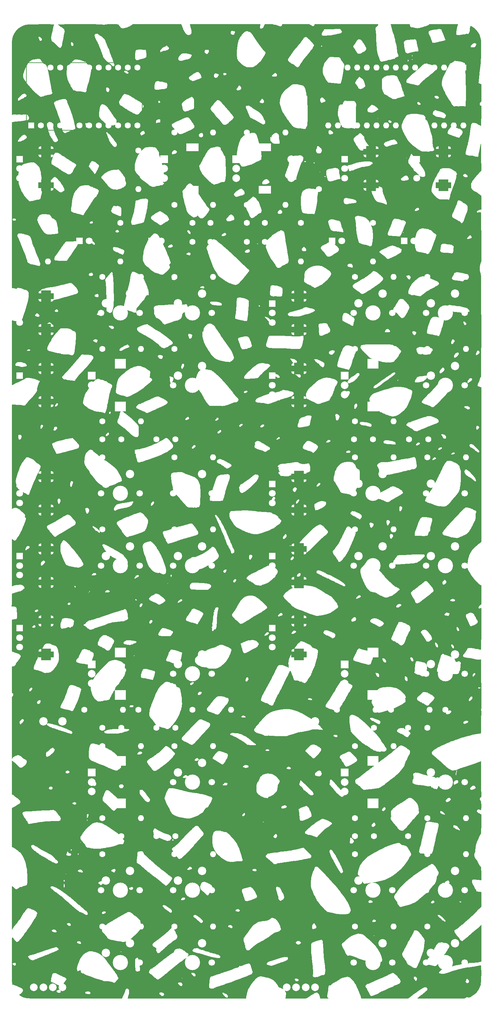
<source format=gbo>
G04 #@! TF.GenerationSoftware,KiCad,Pcbnew,(6.0.2)*
G04 #@! TF.CreationDate,2023-01-10T12:41:57+01:00*
G04 #@! TF.ProjectId,brutalist_01,62727574-616c-4697-9374-5f30312e6b69,00*
G04 #@! TF.SameCoordinates,Original*
G04 #@! TF.FileFunction,Legend,Bot*
G04 #@! TF.FilePolarity,Positive*
%FSLAX46Y46*%
G04 Gerber Fmt 4.6, Leading zero omitted, Abs format (unit mm)*
G04 Created by KiCad (PCBNEW (6.0.2)) date 2023-01-10 12:41:57*
%MOMM*%
%LPD*%
G01*
G04 APERTURE LIST*
G04 Aperture macros list*
%AMRoundRect*
0 Rectangle with rounded corners*
0 $1 Rounding radius*
0 $2 $3 $4 $5 $6 $7 $8 $9 X,Y pos of 4 corners*
0 Add a 4 corners polygon primitive as box body*
4,1,4,$2,$3,$4,$5,$6,$7,$8,$9,$2,$3,0*
0 Add four circle primitives for the rounded corners*
1,1,$1+$1,$2,$3*
1,1,$1+$1,$4,$5*
1,1,$1+$1,$6,$7*
1,1,$1+$1,$8,$9*
0 Add four rect primitives between the rounded corners*
20,1,$1+$1,$2,$3,$4,$5,0*
20,1,$1+$1,$4,$5,$6,$7,0*
20,1,$1+$1,$6,$7,$8,$9,0*
20,1,$1+$1,$8,$9,$2,$3,0*%
G04 Aperture macros list end*
%ADD10C,0.150000*%
%ADD11C,3.200000*%
%ADD12C,1.600000*%
%ADD13O,1.600000X1.600000*%
%ADD14C,4.000000*%
%ADD15C,1.700000*%
%ADD16C,2.200000*%
%ADD17R,1.800000X1.800000*%
%ADD18C,1.800000*%
%ADD19C,2.000000*%
%ADD20RoundRect,0.750000X-1.250000X-0.750000X1.250000X-0.750000X1.250000X0.750000X-1.250000X0.750000X0*%
%ADD21R,2.000000X2.000000*%
%ADD22R,3.000000X2.500000*%
%ADD23R,1.600000X1.600000*%
%ADD24R,3.200000X2.000000*%
G04 APERTURE END LIST*
G36*
X181762875Y-74437956D02*
G01*
X181969757Y-75134653D01*
X182223503Y-75769565D01*
X182372474Y-76052858D01*
X182577219Y-76295413D01*
X182794536Y-76381058D01*
X183034947Y-76316889D01*
X183105298Y-76287680D01*
X183334138Y-76225064D01*
X183614333Y-76173512D01*
X183750739Y-76149955D01*
X184029826Y-76077801D01*
X184102432Y-76047334D01*
X189601881Y-76047334D01*
X189610001Y-76197362D01*
X189669719Y-76299225D01*
X189780889Y-76244889D01*
X189815447Y-76168698D01*
X189837333Y-75990889D01*
X189808629Y-75842910D01*
X189729253Y-75793039D01*
X189644812Y-75864901D01*
X189601881Y-76047334D01*
X184102432Y-76047334D01*
X184225188Y-75995823D01*
X184396724Y-75921253D01*
X184648521Y-75876995D01*
X184770961Y-75866680D01*
X185045908Y-75817010D01*
X185350000Y-75740264D01*
X185544936Y-75687849D01*
X185634582Y-75668388D01*
X190716839Y-75668388D01*
X190735117Y-75828026D01*
X190770883Y-75894973D01*
X190862392Y-75962667D01*
X190895079Y-75949076D01*
X190934400Y-75839737D01*
X190922195Y-75690253D01*
X190859183Y-75585283D01*
X190776297Y-75575060D01*
X190716839Y-75668388D01*
X185634582Y-75668388D01*
X185819665Y-75628209D01*
X186006166Y-75605312D01*
X186125067Y-75583829D01*
X186196666Y-75506298D01*
X186196823Y-75502469D01*
X186271342Y-75393028D01*
X186439417Y-75265629D01*
X186638834Y-75160034D01*
X186807381Y-75116000D01*
X186911551Y-75092094D01*
X187088046Y-74997730D01*
X187172738Y-74927617D01*
X187204349Y-74845335D01*
X187177474Y-74739400D01*
X190697081Y-74739400D01*
X190727853Y-74821373D01*
X190840252Y-74928235D01*
X190906555Y-74927002D01*
X190924919Y-74815267D01*
X190894147Y-74733294D01*
X190781747Y-74626432D01*
X190715445Y-74627665D01*
X190697081Y-74739400D01*
X187177474Y-74739400D01*
X187169760Y-74708991D01*
X187066979Y-74468563D01*
X187055018Y-74440617D01*
X186952021Y-74116480D01*
X186859718Y-73687376D01*
X186790781Y-73211000D01*
X186774506Y-73072303D01*
X186705322Y-72578188D01*
X186620869Y-72072208D01*
X186535843Y-71644667D01*
X186517228Y-71561646D01*
X186438625Y-71209101D01*
X188613304Y-71209101D01*
X188617041Y-71474661D01*
X188652442Y-71838109D01*
X188712653Y-72261384D01*
X188790822Y-72706423D01*
X188880093Y-73135165D01*
X188973613Y-73509548D01*
X189064528Y-73791508D01*
X189145985Y-73942985D01*
X189186233Y-73979243D01*
X189374433Y-74096286D01*
X189563255Y-74157545D01*
X189685715Y-74138729D01*
X189708864Y-74122269D01*
X189878849Y-74055929D01*
X190162893Y-73976072D01*
X190520195Y-73891344D01*
X190909956Y-73810393D01*
X191291374Y-73741865D01*
X191623648Y-73694408D01*
X191865978Y-73676667D01*
X192024140Y-73674950D01*
X192246393Y-73655721D01*
X192363782Y-73604479D01*
X192419426Y-73508091D01*
X192441887Y-73399176D01*
X192428259Y-73267237D01*
X192425865Y-73263117D01*
X192375362Y-73117954D01*
X192306857Y-72851350D01*
X192229177Y-72506244D01*
X192194967Y-72339350D01*
X206177560Y-72339350D01*
X206230765Y-72488613D01*
X206287859Y-72528051D01*
X206520725Y-72592949D01*
X206815685Y-72597227D01*
X207101595Y-72536936D01*
X207137137Y-72523153D01*
X207374559Y-72362231D01*
X207555843Y-72079809D01*
X207635662Y-71871232D01*
X207642859Y-71646290D01*
X207513149Y-71516823D01*
X207242646Y-71475334D01*
X207146624Y-71483595D01*
X206886499Y-71570837D01*
X206630019Y-71729583D01*
X206406697Y-71930285D01*
X206246040Y-72143391D01*
X206177560Y-72339350D01*
X192194967Y-72339350D01*
X192151146Y-72125571D01*
X192081592Y-71752269D01*
X192029341Y-71429274D01*
X192003219Y-71199524D01*
X192002372Y-71186301D01*
X191940930Y-70852276D01*
X191819440Y-70620313D01*
X191749161Y-70551515D01*
X191627555Y-70489077D01*
X191445895Y-70474495D01*
X191150733Y-70497992D01*
X190831524Y-70528113D01*
X190406136Y-70561954D01*
X189999353Y-70588901D01*
X189665620Y-70618720D01*
X189171159Y-70720374D01*
X188825404Y-70881489D01*
X188634042Y-71099935D01*
X188613304Y-71209101D01*
X186438625Y-71209101D01*
X186430454Y-71172451D01*
X186350369Y-70810196D01*
X186292269Y-70544000D01*
X186181197Y-70066027D01*
X186036672Y-69527259D01*
X185890678Y-69060500D01*
X185757138Y-68713378D01*
X185717897Y-68610330D01*
X195111588Y-68610330D01*
X195150742Y-68881922D01*
X195249507Y-69101641D01*
X195605110Y-69926439D01*
X195922268Y-70713334D01*
X196167576Y-71348334D01*
X196579621Y-71360163D01*
X196748873Y-71354118D01*
X197111710Y-71299629D01*
X197457333Y-71205632D01*
X198089916Y-71013287D01*
X198965950Y-70847445D01*
X199209463Y-70781288D01*
X199411165Y-70665119D01*
X199491597Y-70585254D01*
X199527559Y-70475752D01*
X199447715Y-70321543D01*
X199363542Y-70166035D01*
X199319818Y-70017812D01*
X199293071Y-69918028D01*
X199204057Y-69706180D01*
X199074258Y-69443334D01*
X198979727Y-69249394D01*
X198812131Y-68847635D01*
X198683218Y-68469667D01*
X198605994Y-68211703D01*
X198510889Y-67970012D01*
X198402979Y-67836699D01*
X198251760Y-67778976D01*
X198026725Y-67764056D01*
X197827598Y-67770740D01*
X197478995Y-67803739D01*
X197064464Y-67858069D01*
X196623046Y-67927078D01*
X196193779Y-68004115D01*
X195815704Y-68082526D01*
X195527860Y-68155660D01*
X195369287Y-68216866D01*
X195220149Y-68354554D01*
X195111588Y-68610330D01*
X185717897Y-68610330D01*
X185670474Y-68485798D01*
X185564941Y-68138133D01*
X185477378Y-67779076D01*
X185406822Y-67468697D01*
X185313721Y-67111618D01*
X185229420Y-66836865D01*
X185103511Y-66480000D01*
X190168327Y-66480000D01*
X190223353Y-66773317D01*
X190241889Y-66861511D01*
X190315066Y-67053947D01*
X190447333Y-67180374D01*
X190675334Y-67266216D01*
X191035714Y-67336894D01*
X191289282Y-67381915D01*
X191630158Y-67451983D01*
X191890500Y-67516150D01*
X192156825Y-67564054D01*
X192525500Y-67515449D01*
X192694402Y-67466600D01*
X193016399Y-67374123D01*
X193351000Y-67278585D01*
X193590048Y-67205454D01*
X193826113Y-67121094D01*
X193954102Y-67059561D01*
X194011366Y-67031208D01*
X194178371Y-67034645D01*
X194248381Y-67047258D01*
X194363433Y-66993772D01*
X194427520Y-66942045D01*
X194596838Y-66903333D01*
X194633659Y-66899817D01*
X194831812Y-66827659D01*
X195051859Y-66691667D01*
X195329368Y-66480000D01*
X202791333Y-66480000D01*
X202789885Y-66670500D01*
X202789353Y-66685616D01*
X202761631Y-66875623D01*
X202700365Y-67164487D01*
X202617303Y-67496000D01*
X202501689Y-67960935D01*
X202410049Y-68468447D01*
X202391088Y-68851551D01*
X202443138Y-69125834D01*
X202448765Y-69140189D01*
X202529276Y-69281790D01*
X202658069Y-69342865D01*
X202895071Y-69353620D01*
X202998294Y-69349833D01*
X203341730Y-69318774D01*
X203680333Y-69268009D01*
X203787615Y-69248586D01*
X204161858Y-69190479D01*
X204507395Y-69148198D01*
X204626628Y-69133887D01*
X204889869Y-69084177D01*
X205065925Y-69026106D01*
X205157803Y-68990725D01*
X205307076Y-69029610D01*
X205307422Y-69029954D01*
X205429115Y-69046046D01*
X205624111Y-68917535D01*
X205702314Y-68843029D01*
X205806534Y-68687997D01*
X205874671Y-68467139D01*
X205926562Y-68128721D01*
X205931580Y-68087645D01*
X206002492Y-67557961D01*
X206065813Y-67189147D01*
X206123110Y-66973504D01*
X206175951Y-66903333D01*
X206177885Y-66903465D01*
X206280459Y-66950740D01*
X206480406Y-67066714D01*
X206736373Y-67227468D01*
X207226322Y-67600612D01*
X207722163Y-68088033D01*
X208150210Y-68620892D01*
X208464561Y-69148175D01*
X208596618Y-69439751D01*
X208711213Y-69739681D01*
X208800405Y-70048770D01*
X208866812Y-70389877D01*
X208876840Y-70475752D01*
X208913052Y-70785864D01*
X208941742Y-71259592D01*
X208951006Y-71646290D01*
X208955501Y-71833922D01*
X208956947Y-72531716D01*
X208948698Y-73375834D01*
X208948644Y-73379894D01*
X208948300Y-73399176D01*
X208936450Y-74063131D01*
X208918662Y-74739338D01*
X208916026Y-74815267D01*
X208896557Y-75376056D01*
X208875912Y-75839737D01*
X208871411Y-75940824D01*
X208868484Y-75990889D01*
X208844499Y-76401181D01*
X208817096Y-76724667D01*
X208816372Y-76731163D01*
X208744071Y-77387349D01*
X208672162Y-78053392D01*
X208603725Y-78699603D01*
X208541840Y-79296291D01*
X208489585Y-79813769D01*
X208450041Y-80222346D01*
X208426287Y-80492334D01*
X208409809Y-80685913D01*
X208372911Y-81066940D01*
X208332742Y-81437358D01*
X208272107Y-81959049D01*
X208622053Y-82137579D01*
X208972000Y-82316108D01*
X208972000Y-86855150D01*
X208756349Y-87057743D01*
X208625303Y-87229734D01*
X208559052Y-87477741D01*
X208611652Y-87703882D01*
X208781500Y-87857244D01*
X208972000Y-87940821D01*
X208972000Y-90587744D01*
X208971011Y-91120821D01*
X208964893Y-91881896D01*
X208953185Y-92473784D01*
X208935888Y-92896519D01*
X208912999Y-93150136D01*
X208884519Y-93234667D01*
X208880077Y-93234553D01*
X208727095Y-93188625D01*
X208493307Y-93080560D01*
X208235683Y-92941097D01*
X208011195Y-92800976D01*
X207876815Y-92690938D01*
X207772694Y-92611881D01*
X207568617Y-92557334D01*
X207399884Y-92536439D01*
X207161894Y-92461921D01*
X206981149Y-92414608D01*
X206728997Y-92422601D01*
X206663544Y-92444619D01*
X206519955Y-92548460D01*
X206400208Y-92735896D01*
X206299162Y-93024073D01*
X206211677Y-93430137D01*
X206132611Y-93971233D01*
X206056826Y-94664507D01*
X206047516Y-94749485D01*
X206024475Y-94919593D01*
X206004613Y-95066232D01*
X205942068Y-95472086D01*
X205867281Y-95924276D01*
X205787654Y-96380032D01*
X205710585Y-96796585D01*
X205643476Y-97131164D01*
X205593726Y-97341000D01*
X205555250Y-97487270D01*
X205486742Y-97780794D01*
X205418480Y-98103000D01*
X205396800Y-98204432D01*
X205308707Y-98562911D01*
X205193411Y-98984652D01*
X205070088Y-99398351D01*
X205033629Y-99518955D01*
X205012577Y-99588596D01*
X204915417Y-99946129D01*
X204848348Y-100243182D01*
X204823333Y-100429752D01*
X204872941Y-100635190D01*
X205072425Y-100845779D01*
X205415351Y-100997613D01*
X205891736Y-101086626D01*
X206491596Y-101108758D01*
X206640725Y-101112222D01*
X206943209Y-101151858D01*
X207168930Y-101222380D01*
X207223825Y-101247358D01*
X207489659Y-101327483D01*
X207785296Y-101374739D01*
X208164926Y-101405000D01*
X208259375Y-100770000D01*
X208281517Y-100627131D01*
X208327755Y-100360721D01*
X208387792Y-100054528D01*
X208467023Y-99683639D01*
X208570847Y-99223142D01*
X208704660Y-98648122D01*
X208873860Y-97933667D01*
X208879791Y-97913403D01*
X208900316Y-97929961D01*
X208917832Y-98096617D01*
X208932423Y-98416575D01*
X208944175Y-98893037D01*
X208953174Y-99529206D01*
X208959503Y-100328285D01*
X208963249Y-101293475D01*
X208972000Y-104991951D01*
X208358167Y-105704913D01*
X208079469Y-106029451D01*
X207643528Y-106542061D01*
X207599241Y-106594137D01*
X207222974Y-107045424D01*
X206944118Y-107391353D01*
X206756123Y-107639967D01*
X206652440Y-107799308D01*
X206535977Y-108014091D01*
X206401170Y-108263000D01*
X206310123Y-108483761D01*
X206269108Y-108803335D01*
X206342722Y-109062771D01*
X206372099Y-109136555D01*
X206341036Y-109333100D01*
X206315687Y-109472352D01*
X206350483Y-109670257D01*
X206430791Y-109841201D01*
X206533079Y-109914000D01*
X206577029Y-109932470D01*
X206720079Y-110040741D01*
X206906662Y-110213685D01*
X207006308Y-110304713D01*
X207242653Y-110472843D01*
X207444850Y-110561070D01*
X207485874Y-110571618D01*
X207716497Y-110680313D01*
X207944176Y-110846996D01*
X208047390Y-110937345D01*
X208312734Y-111152787D01*
X208588500Y-111360630D01*
X208972000Y-111636039D01*
X208971620Y-113463186D01*
X208971306Y-114977082D01*
X208971241Y-115290334D01*
X208682233Y-115304997D01*
X208380428Y-115369389D01*
X208070253Y-115539929D01*
X207860052Y-115777080D01*
X207816753Y-115884245D01*
X207846699Y-116009504D01*
X208017791Y-116053477D01*
X208335078Y-116018733D01*
X208473728Y-115996264D01*
X208714597Y-115974355D01*
X208859501Y-115984947D01*
X208861148Y-115985705D01*
X208882399Y-116023331D01*
X208900867Y-116118589D01*
X208916729Y-116281633D01*
X208930157Y-116522617D01*
X208941327Y-116851696D01*
X208950413Y-117279025D01*
X208957588Y-117814758D01*
X208963028Y-118469050D01*
X208966907Y-119252054D01*
X208969399Y-120173927D01*
X208970678Y-121244821D01*
X208970919Y-122474892D01*
X208970898Y-122601481D01*
X208970501Y-124969393D01*
X208969945Y-128286667D01*
X208969838Y-128921667D01*
X208767055Y-129556667D01*
X208675436Y-129910993D01*
X208618569Y-130359548D01*
X208596168Y-130536246D01*
X208607144Y-131155946D01*
X208710159Y-131702392D01*
X208757115Y-131884447D01*
X208822130Y-132193079D01*
X208882119Y-132529762D01*
X208883354Y-132538504D01*
X208889841Y-132640024D01*
X208894124Y-132707059D01*
X208904242Y-133029397D01*
X208913702Y-133494376D01*
X208922496Y-134090853D01*
X208929221Y-134684260D01*
X208930620Y-134807688D01*
X208938066Y-135633738D01*
X208944828Y-136557861D01*
X208950901Y-137568915D01*
X208956277Y-138655759D01*
X208960951Y-139807251D01*
X208964916Y-141012248D01*
X208967459Y-141988324D01*
X208968166Y-142259610D01*
X208970695Y-143538194D01*
X208972062Y-144524010D01*
X208972496Y-144836858D01*
X208972976Y-145425563D01*
X208973563Y-146144461D01*
X208973889Y-147449860D01*
X208973469Y-148741914D01*
X208973338Y-148883473D01*
X208972493Y-149797102D01*
X208972297Y-150009480D01*
X208970365Y-151241418D01*
X208968108Y-152233083D01*
X208967668Y-152426585D01*
X208966037Y-152956426D01*
X208964199Y-153553839D01*
X208959951Y-154612039D01*
X208954920Y-155590042D01*
X208949098Y-156476707D01*
X208942479Y-157260892D01*
X208941147Y-157381207D01*
X208935057Y-157931455D01*
X208926826Y-158477254D01*
X208917778Y-158887147D01*
X208907909Y-159149993D01*
X208897211Y-159254649D01*
X208847404Y-159358298D01*
X208776633Y-159505571D01*
X208626690Y-159868630D01*
X208595386Y-159956520D01*
X208462907Y-160328471D01*
X208377623Y-160564351D01*
X208267052Y-160833019D01*
X208179579Y-161005805D01*
X208097221Y-161172007D01*
X208043138Y-161349000D01*
X208022175Y-161417602D01*
X208019821Y-161583683D01*
X208106383Y-161726866D01*
X208192838Y-161781529D01*
X208309633Y-161855375D01*
X208654500Y-161991851D01*
X208972000Y-162102684D01*
X208972000Y-202784906D01*
X208612166Y-203079223D01*
X208594553Y-203093613D01*
X208337903Y-203301294D01*
X208018768Y-203557042D01*
X207702000Y-203808868D01*
X207673907Y-203831256D01*
X207092269Y-204371930D01*
X206571931Y-204998955D01*
X206136939Y-205675185D01*
X205811338Y-206363472D01*
X205785568Y-206452408D01*
X205619172Y-207026667D01*
X205576162Y-207260401D01*
X205460559Y-207894206D01*
X205374297Y-208393018D01*
X205339333Y-208628744D01*
X205316773Y-208780840D01*
X205287382Y-209081675D01*
X205285520Y-209319527D01*
X205310582Y-209518399D01*
X205361965Y-209702293D01*
X205439064Y-209895214D01*
X205541276Y-210121165D01*
X205572328Y-210186150D01*
X205713289Y-210449934D01*
X205900972Y-210772636D01*
X206113587Y-211119933D01*
X206329344Y-211457501D01*
X206526455Y-211751018D01*
X206683129Y-211966160D01*
X206777577Y-212068604D01*
X206803688Y-212090313D01*
X206918411Y-212227668D01*
X207058316Y-212431577D01*
X207152694Y-212564331D01*
X207376618Y-212832511D01*
X207661645Y-213141392D01*
X207714834Y-213195174D01*
X207973717Y-213456946D01*
X208278778Y-213745147D01*
X208542770Y-213971969D01*
X208731635Y-214103385D01*
X208972000Y-214227682D01*
X208972000Y-219073410D01*
X208671917Y-219424660D01*
X208584729Y-219526715D01*
X208546057Y-219572675D01*
X208325042Y-219881598D01*
X208239877Y-220105086D01*
X208288764Y-220236975D01*
X208469904Y-220271098D01*
X208781500Y-220201290D01*
X208972000Y-220138589D01*
X208972000Y-225692940D01*
X208971986Y-225950711D01*
X208971965Y-226316624D01*
X208971585Y-227334690D01*
X208970512Y-228200298D01*
X208970510Y-228201751D01*
X208968403Y-228929663D01*
X208964927Y-229530284D01*
X208959745Y-230015468D01*
X208952518Y-230397072D01*
X208949558Y-230486389D01*
X208942910Y-230686954D01*
X208930585Y-230896968D01*
X208915203Y-231038971D01*
X208896429Y-231124820D01*
X208873924Y-231166371D01*
X208847353Y-231175480D01*
X208816376Y-231164004D01*
X208791765Y-231153016D01*
X208603476Y-231100973D01*
X208311634Y-231044452D01*
X207968237Y-230993883D01*
X207883438Y-230982748D01*
X207544918Y-230928535D01*
X207268650Y-230869699D01*
X207107737Y-230817146D01*
X207047880Y-230795252D01*
X206825410Y-230756298D01*
X206515882Y-230729119D01*
X206170355Y-230715209D01*
X205839887Y-230716061D01*
X205575538Y-230733168D01*
X205428367Y-230768024D01*
X205369552Y-230830888D01*
X205252733Y-231017817D01*
X205126862Y-231270284D01*
X205050156Y-231423226D01*
X204847654Y-231746047D01*
X204635010Y-232008320D01*
X204567565Y-232078210D01*
X204309288Y-232390926D01*
X204187076Y-232644469D01*
X204190888Y-232858048D01*
X204208075Y-232901879D01*
X204295601Y-233011268D01*
X204457724Y-233100653D01*
X204718043Y-233177711D01*
X205100157Y-233250123D01*
X205627666Y-233325568D01*
X205882923Y-233361809D01*
X206364901Y-233442295D01*
X206822931Y-233531993D01*
X207184791Y-233617369D01*
X207439833Y-233681510D01*
X207948586Y-233774332D01*
X208369109Y-233800910D01*
X208679073Y-233760760D01*
X208856150Y-233653403D01*
X208867197Y-233645307D01*
X208883960Y-233668471D01*
X208898895Y-233744473D01*
X208912101Y-233881633D01*
X208923678Y-234088272D01*
X208933725Y-234372712D01*
X208936709Y-234501000D01*
X208942343Y-234743273D01*
X208949630Y-235208277D01*
X208955687Y-235776045D01*
X208960613Y-236454897D01*
X208964507Y-237253156D01*
X208964955Y-237393164D01*
X208967470Y-238179142D01*
X208969295Y-239088546D01*
X208969601Y-239241176D01*
X208971000Y-240447579D01*
X208971108Y-240638522D01*
X208971389Y-241137046D01*
X208971767Y-241806673D01*
X208972000Y-243326779D01*
X208971986Y-243720361D01*
X208971966Y-244256774D01*
X208971702Y-245658428D01*
X208971063Y-246905313D01*
X208970567Y-247379854D01*
X208969911Y-248006493D01*
X208968111Y-248971032D01*
X208965527Y-249807994D01*
X208964107Y-250099066D01*
X208962022Y-250526441D01*
X208957461Y-251135439D01*
X208951708Y-251644051D01*
X208944627Y-252061340D01*
X208936081Y-252396371D01*
X208925935Y-252658206D01*
X208914053Y-252855910D01*
X208900298Y-252998547D01*
X208884534Y-253095180D01*
X208876246Y-253122807D01*
X208866626Y-253154873D01*
X208846438Y-253186689D01*
X208823833Y-253199693D01*
X208712832Y-253222425D01*
X208466801Y-253259820D01*
X208167666Y-253296751D01*
X207944801Y-253326595D01*
X207467165Y-253410364D01*
X206913788Y-253525521D01*
X206338967Y-253660456D01*
X205797000Y-253803564D01*
X205724821Y-253823570D01*
X205405802Y-253907704D01*
X205011798Y-254007275D01*
X204611666Y-254104784D01*
X204485080Y-254135901D01*
X204091609Y-254242863D01*
X203734786Y-254353367D01*
X203479070Y-254447886D01*
X203360751Y-254497676D01*
X203147462Y-254577741D01*
X203026199Y-254609334D01*
X203019698Y-254609623D01*
X202881428Y-254646072D01*
X202677129Y-254724976D01*
X202654011Y-254734927D01*
X202403979Y-254837429D01*
X202097418Y-254956859D01*
X201777121Y-255077359D01*
X201485878Y-255183068D01*
X201266480Y-255258124D01*
X201161718Y-255286667D01*
X201093506Y-255306478D01*
X200906832Y-255381238D01*
X200655814Y-255492550D01*
X200374266Y-255617152D01*
X199989493Y-255778887D01*
X199616333Y-255928481D01*
X199270123Y-256070628D01*
X198846558Y-256258648D01*
X198405663Y-256465634D01*
X197982049Y-256674491D01*
X197610327Y-256868122D01*
X197325107Y-257029431D01*
X197161000Y-257141322D01*
X197118383Y-257176989D01*
X196909790Y-257329300D01*
X196664894Y-257486940D01*
X196405434Y-257653230D01*
X196106679Y-257902700D01*
X196101086Y-257911564D01*
X195953945Y-258144770D01*
X195948654Y-258395377D01*
X196092227Y-258670463D01*
X196386083Y-258985964D01*
X196831644Y-259357821D01*
X196915764Y-259424187D01*
X197260957Y-259709345D01*
X197680677Y-260070425D01*
X198138591Y-260475417D01*
X198598365Y-260892308D01*
X199023666Y-261289088D01*
X199238016Y-261490713D01*
X199660449Y-261870575D01*
X200037620Y-262177757D01*
X200416484Y-262449222D01*
X200844000Y-262721930D01*
X200988710Y-262809630D01*
X201171932Y-262906981D01*
X201336335Y-262955515D01*
X201528267Y-262959813D01*
X201794072Y-262924458D01*
X202180098Y-262854031D01*
X202457863Y-262802018D01*
X202400646Y-263171843D01*
X202387496Y-263251146D01*
X202330015Y-263528931D01*
X202271047Y-263737679D01*
X202236715Y-263859062D01*
X202206609Y-264064048D01*
X202201601Y-264253654D01*
X202221940Y-264377223D01*
X202267874Y-264384100D01*
X202305287Y-264305737D01*
X202369064Y-264092099D01*
X202437177Y-263804372D01*
X202498206Y-263496500D01*
X202540727Y-263222422D01*
X202553318Y-263036080D01*
X202598584Y-262841392D01*
X202776613Y-262644265D01*
X203053142Y-262523952D01*
X203234972Y-262465275D01*
X203345692Y-262392153D01*
X203386370Y-262354686D01*
X203537163Y-262313407D01*
X203563678Y-262310377D01*
X203738203Y-262268037D01*
X204028501Y-262183575D01*
X204401301Y-262066955D01*
X204823333Y-261928144D01*
X204938801Y-261889422D01*
X205373302Y-261746071D01*
X205764833Y-261620347D01*
X206074315Y-261524650D01*
X206262666Y-261471383D01*
X206604891Y-261375593D01*
X207063714Y-261227167D01*
X207559907Y-261052026D01*
X208032786Y-260871643D01*
X208421666Y-260707487D01*
X208929666Y-260475947D01*
X208951546Y-265167355D01*
X208951577Y-265174033D01*
X208954500Y-265800725D01*
X208962099Y-267429980D01*
X208971131Y-269366561D01*
X208973426Y-269858762D01*
X208761046Y-270137206D01*
X208713029Y-270201644D01*
X208595641Y-270375484D01*
X208548666Y-270472841D01*
X208558845Y-270506451D01*
X208583392Y-270554547D01*
X208634703Y-270655084D01*
X208760333Y-270865334D01*
X208829268Y-270980316D01*
X208894898Y-271123931D01*
X208936643Y-271291720D01*
X208959847Y-271519969D01*
X208969852Y-271844962D01*
X208972000Y-272302984D01*
X208971940Y-272385976D01*
X208969857Y-272784715D01*
X208965243Y-273108219D01*
X208958701Y-273325122D01*
X208950833Y-273404059D01*
X208934769Y-273399992D01*
X208804546Y-273357940D01*
X208592045Y-273285290D01*
X208377276Y-273221644D01*
X208200797Y-273217750D01*
X208020545Y-273288739D01*
X207974082Y-273314887D01*
X207813116Y-273482250D01*
X207807430Y-273681133D01*
X207950269Y-273900191D01*
X208234878Y-274128078D01*
X208654500Y-274353448D01*
X208857201Y-274445556D01*
X208972000Y-274497721D01*
X208972000Y-277008472D01*
X208971983Y-277276419D01*
X208971334Y-277939610D01*
X208968711Y-278459907D01*
X208965660Y-278662596D01*
X208962734Y-278856924D01*
X208952021Y-279150273D01*
X208935193Y-279359568D01*
X208910867Y-279504422D01*
X208877664Y-279604448D01*
X208834203Y-279679258D01*
X208779103Y-279748468D01*
X208735149Y-279806076D01*
X208585165Y-280064965D01*
X208465910Y-280353357D01*
X208373495Y-280598223D01*
X208223192Y-280937368D01*
X208055752Y-281273781D01*
X207908487Y-281566473D01*
X207700080Y-282076473D01*
X207552244Y-282609657D01*
X207452960Y-283214148D01*
X207390205Y-283938067D01*
X207367648Y-284208675D01*
X207307085Y-284553949D01*
X207220263Y-284736499D01*
X207177567Y-284791362D01*
X207122287Y-284984583D01*
X207122936Y-285029997D01*
X207126773Y-285298493D01*
X207136319Y-285387728D01*
X207226745Y-285740574D01*
X207415584Y-286089751D01*
X207726019Y-286481006D01*
X207807685Y-286590379D01*
X207955669Y-286828972D01*
X208107019Y-287108081D01*
X208201876Y-287295891D01*
X208376904Y-287635404D01*
X208504147Y-287864669D01*
X208602043Y-288013016D01*
X208689027Y-288109771D01*
X208783535Y-288184263D01*
X208829937Y-288218964D01*
X208881513Y-288276159D01*
X208918805Y-288363812D01*
X208944127Y-288505070D01*
X208959793Y-288723076D01*
X208968118Y-289040979D01*
X208971415Y-289481922D01*
X208971966Y-290035423D01*
X208972000Y-290069053D01*
X208972000Y-291821837D01*
X208104166Y-291765729D01*
X207853411Y-291747412D01*
X207500958Y-291714133D01*
X207229243Y-291679262D01*
X207082455Y-291647894D01*
X206984963Y-291624233D01*
X206760937Y-291670730D01*
X206586769Y-291828289D01*
X206516666Y-292057651D01*
X206556998Y-292416301D01*
X206564132Y-292438337D01*
X206712181Y-292895618D01*
X206955695Y-293314184D01*
X207023260Y-293405881D01*
X207145542Y-293600733D01*
X207194000Y-293725295D01*
X207196940Y-293745830D01*
X207268462Y-293891753D01*
X207405666Y-294079441D01*
X207437397Y-294118798D01*
X207565430Y-294319766D01*
X207617333Y-294476896D01*
X207645426Y-294616412D01*
X207801704Y-294771310D01*
X208078766Y-294826472D01*
X208098282Y-294826737D01*
X208368277Y-294854874D01*
X208654500Y-294915119D01*
X208972000Y-295003293D01*
X208972000Y-298832403D01*
X207946761Y-299842523D01*
X207933047Y-299856035D01*
X207816207Y-299971077D01*
X207133533Y-300639306D01*
X206538585Y-301213162D01*
X206005562Y-301716398D01*
X205508661Y-302172767D01*
X205042325Y-302587996D01*
X205022079Y-302606023D01*
X204520015Y-303039918D01*
X203976666Y-303498206D01*
X203946750Y-303523194D01*
X203428512Y-303952860D01*
X203275978Y-304076451D01*
X203020150Y-304283736D01*
X202705208Y-304528193D01*
X202467229Y-304698604D01*
X202289756Y-304807342D01*
X202156333Y-304866779D01*
X201998591Y-304936335D01*
X201922779Y-305051268D01*
X201912329Y-305268820D01*
X201953517Y-305510865D01*
X202102829Y-305778443D01*
X202105766Y-305781575D01*
X202231276Y-305929644D01*
X202283333Y-306018972D01*
X202287679Y-306030204D01*
X202369024Y-306138204D01*
X202532075Y-306326902D01*
X202749000Y-306563741D01*
X202808318Y-306627784D01*
X203015168Y-306865515D01*
X203160067Y-307055031D01*
X203214666Y-307160031D01*
X203267019Y-307281396D01*
X203410692Y-307464382D01*
X203598260Y-307654676D01*
X203773613Y-307797360D01*
X203781954Y-307804147D01*
X203914007Y-307864667D01*
X204024505Y-307820893D01*
X204222257Y-307689129D01*
X204454343Y-307500114D01*
X204558982Y-307408598D01*
X204826658Y-307178905D01*
X205172633Y-306885547D01*
X205563621Y-306556696D01*
X205966333Y-306220523D01*
X206119490Y-306093131D01*
X206720558Y-305591459D01*
X207214877Y-305175366D01*
X207622565Y-304827574D01*
X207963739Y-304530804D01*
X208258519Y-304267779D01*
X208527020Y-304021219D01*
X208972000Y-303606770D01*
X208972000Y-313263231D01*
X208569833Y-313368937D01*
X208567634Y-313369513D01*
X208295200Y-313426501D01*
X207937059Y-313481613D01*
X207529396Y-313531660D01*
X207108398Y-313573451D01*
X206710251Y-313603795D01*
X206371140Y-313619501D01*
X206127251Y-313617378D01*
X206014769Y-313594236D01*
X205918016Y-313574290D01*
X205742963Y-313654535D01*
X205711659Y-313674208D01*
X205437801Y-313762162D01*
X205037328Y-313795021D01*
X204821079Y-313801643D01*
X204468833Y-313829186D01*
X204188333Y-313870089D01*
X204143019Y-313879581D01*
X203868542Y-313936019D01*
X203509015Y-314008880D01*
X203130000Y-314084859D01*
X203115046Y-314087846D01*
X202662247Y-314183219D01*
X202166688Y-314294834D01*
X201733000Y-314399150D01*
X201671773Y-314414563D01*
X201310315Y-314504288D01*
X200984819Y-314583206D01*
X200759333Y-314635752D01*
X200738429Y-314640439D01*
X200503030Y-314699507D01*
X200336000Y-314751454D01*
X200310239Y-314760269D01*
X200120383Y-314802649D01*
X199870333Y-314838986D01*
X199695092Y-314861805D01*
X199296712Y-314952421D01*
X198940914Y-315107720D01*
X198580415Y-315351869D01*
X198167928Y-315709034D01*
X197998317Y-315896203D01*
X197961400Y-315936942D01*
X197875687Y-316147341D01*
X197950276Y-316306653D01*
X198186022Y-316416460D01*
X198583783Y-316478346D01*
X198750608Y-316489173D01*
X198970234Y-316488440D01*
X199192646Y-316460669D01*
X199456846Y-316397918D01*
X199801838Y-316292247D01*
X200266623Y-316135715D01*
X200361792Y-316103111D01*
X200800584Y-315954514D01*
X201202797Y-315820897D01*
X201527309Y-315715803D01*
X201733000Y-315652773D01*
X201839089Y-315622653D01*
X202166609Y-315528834D01*
X202495000Y-315433891D01*
X202621950Y-315397917D01*
X202963217Y-315307693D01*
X203257000Y-315237740D01*
X203430143Y-315198497D01*
X203763029Y-315118060D01*
X204103666Y-315031328D01*
X204121292Y-315026754D01*
X204472178Y-314948738D01*
X204897853Y-314871204D01*
X205310166Y-314810301D01*
X205742668Y-314756016D01*
X206252062Y-314692042D01*
X206707166Y-314634852D01*
X206867740Y-314613564D01*
X207302396Y-314548099D01*
X207764021Y-314469935D01*
X208203927Y-314387963D01*
X208573427Y-314311080D01*
X208823833Y-314248178D01*
X208838048Y-314244492D01*
X208879674Y-314248625D01*
X208911655Y-314292721D01*
X208935233Y-314395261D01*
X208951649Y-314574726D01*
X208962145Y-314849598D01*
X208967962Y-315238357D01*
X208970343Y-315759484D01*
X208970530Y-316431461D01*
X208969887Y-316754888D01*
X208963049Y-317509112D01*
X208946216Y-318127919D01*
X208925444Y-318479160D01*
X208916175Y-318635894D01*
X208869713Y-319057623D01*
X208803618Y-319417693D01*
X208714678Y-319740689D01*
X208599680Y-320051198D01*
X208455411Y-320373805D01*
X208248447Y-320739266D01*
X207849836Y-321265513D01*
X207366383Y-321765000D01*
X206843047Y-322192777D01*
X206324789Y-322503896D01*
X206259505Y-322534758D01*
X205976227Y-322660254D01*
X205783637Y-322718671D01*
X205631696Y-322719980D01*
X205470361Y-322674155D01*
X205408557Y-322652692D01*
X205235861Y-322618836D01*
X205077965Y-322661379D01*
X204861273Y-322794911D01*
X204533737Y-323017478D01*
X198272442Y-323015566D01*
X198266785Y-323015564D01*
X197256456Y-323014299D01*
X196298773Y-323011260D01*
X195406702Y-323006601D01*
X194593208Y-323000478D01*
X193871256Y-322993045D01*
X193253811Y-322984457D01*
X192753839Y-322974870D01*
X192384304Y-322964438D01*
X192158171Y-322953317D01*
X192088407Y-322941660D01*
X192217567Y-322829943D01*
X192447249Y-322640710D01*
X192732658Y-322410437D01*
X193033502Y-322171365D01*
X193309491Y-321955737D01*
X193520333Y-321795794D01*
X193873931Y-321524447D01*
X194213379Y-321242790D01*
X194497879Y-320985507D01*
X194699959Y-320777483D01*
X194792152Y-320643604D01*
X194803950Y-320569904D01*
X194762255Y-320347537D01*
X194647757Y-320136366D01*
X194497539Y-320015457D01*
X194449743Y-320006548D01*
X194242309Y-320008180D01*
X193981221Y-320042977D01*
X193834335Y-320092767D01*
X193533687Y-320250291D01*
X193115496Y-320512467D01*
X192577780Y-320880666D01*
X191918560Y-321356254D01*
X191135853Y-321940599D01*
X190227679Y-322635070D01*
X189729025Y-323020000D01*
X177471809Y-323020000D01*
X177379695Y-322787167D01*
X177351108Y-322713148D01*
X177260234Y-322470633D01*
X177139448Y-322142817D01*
X177006984Y-321779016D01*
X177005957Y-321776178D01*
X176843102Y-321339190D01*
X176678728Y-320929602D01*
X176493585Y-320503057D01*
X176268423Y-320015198D01*
X176168736Y-319807176D01*
X178498239Y-319807176D01*
X178610403Y-320050000D01*
X178684562Y-320150149D01*
X178844609Y-320409713D01*
X179054126Y-320782338D01*
X179299812Y-321244123D01*
X179568362Y-321771167D01*
X179634537Y-321902452D01*
X179766714Y-322142997D01*
X179871651Y-322274004D01*
X179980747Y-322327221D01*
X180125398Y-322334395D01*
X180174882Y-322328827D01*
X180403396Y-322268487D01*
X180718813Y-322157872D01*
X181073331Y-322016667D01*
X181419150Y-321864554D01*
X181708471Y-321721216D01*
X181893492Y-321606336D01*
X182002807Y-321532691D01*
X182286053Y-321377360D01*
X182694390Y-321177072D01*
X183208041Y-320941401D01*
X183807229Y-320679921D01*
X184124265Y-320542358D01*
X184652156Y-320307073D01*
X185199580Y-320057306D01*
X185688666Y-319828303D01*
X186090077Y-319639041D01*
X186473802Y-319461900D01*
X186791917Y-319318835D01*
X187001000Y-319229655D01*
X187185274Y-319154196D01*
X187465081Y-319016563D01*
X187627327Y-318880213D01*
X187702395Y-318713743D01*
X187720666Y-318485745D01*
X187720583Y-318467645D01*
X204862494Y-318467645D01*
X204862859Y-318485745D01*
X204864727Y-318578414D01*
X204991613Y-318743212D01*
X205006877Y-318759126D01*
X205173488Y-318898692D01*
X205303758Y-318956000D01*
X205373813Y-318940122D01*
X205544116Y-318823471D01*
X205691708Y-318647989D01*
X205754666Y-318479160D01*
X205745665Y-318413904D01*
X205668978Y-318218830D01*
X205544298Y-318008225D01*
X205408642Y-317839650D01*
X205299028Y-317770667D01*
X205198778Y-317794843D01*
X205147374Y-317844545D01*
X205052411Y-317936365D01*
X204992666Y-318151667D01*
X204976041Y-318265951D01*
X204892188Y-318429946D01*
X204862494Y-318467645D01*
X187720583Y-318467645D01*
X187720573Y-318465429D01*
X187693447Y-318218008D01*
X187597566Y-317999724D01*
X187403166Y-317740744D01*
X187286596Y-317601006D01*
X187103645Y-317379629D01*
X191205680Y-317379629D01*
X191224438Y-317589451D01*
X191349849Y-317876306D01*
X191562735Y-318172834D01*
X191694809Y-318306265D01*
X191782492Y-318363334D01*
X191902499Y-318302157D01*
X192000858Y-318114322D01*
X192038666Y-317844545D01*
X192037270Y-317781108D01*
X191979970Y-317537281D01*
X191810795Y-317349713D01*
X191713374Y-317283397D01*
X191484616Y-317203043D01*
X191301367Y-317235813D01*
X191205680Y-317379629D01*
X187103645Y-317379629D01*
X187031120Y-317291871D01*
X186805719Y-317015927D01*
X186694836Y-316888326D01*
X186528827Y-316731316D01*
X186418311Y-316670000D01*
X186410015Y-316669447D01*
X186276601Y-316602647D01*
X186112000Y-316458334D01*
X186067292Y-316412476D01*
X185904812Y-316291345D01*
X185728864Y-316262215D01*
X185497331Y-316326259D01*
X185168097Y-316484652D01*
X184958628Y-316589746D01*
X184566470Y-316774932D01*
X184083783Y-316994184D01*
X183548719Y-317230485D01*
X182999427Y-317466823D01*
X182474058Y-317686181D01*
X182366532Y-317730667D01*
X182147499Y-317823972D01*
X181891393Y-317936941D01*
X181575014Y-318080121D01*
X181175163Y-318264062D01*
X180668639Y-318499312D01*
X180032243Y-318796419D01*
X179879083Y-318866671D01*
X179571383Y-318999264D01*
X179331857Y-319091039D01*
X179202538Y-319125334D01*
X179099755Y-319140391D01*
X178873186Y-319231911D01*
X178663537Y-319369541D01*
X178544593Y-319510127D01*
X178498239Y-319807176D01*
X176168736Y-319807176D01*
X175983994Y-319421667D01*
X175951289Y-319355847D01*
X175684227Y-318898623D01*
X175359697Y-318448018D01*
X175004374Y-318032980D01*
X174644936Y-317682458D01*
X174308057Y-317425403D01*
X174020414Y-317290762D01*
X173808192Y-317272943D01*
X173451891Y-317308362D01*
X173034520Y-317395904D01*
X172606544Y-317524574D01*
X172218426Y-317683377D01*
X172206939Y-317688952D01*
X171840429Y-317876888D01*
X171500873Y-318068365D01*
X171467541Y-318089163D01*
X171219561Y-318243896D01*
X171027779Y-318383992D01*
X170956818Y-318469167D01*
X170941435Y-318498959D01*
X170826523Y-318532667D01*
X170785805Y-318538833D01*
X170608310Y-318607333D01*
X170365013Y-318731027D01*
X170099493Y-318883987D01*
X169855329Y-319040287D01*
X169676100Y-319173998D01*
X169605383Y-319259193D01*
X169596095Y-319292939D01*
X169476403Y-319406003D01*
X169262317Y-319506659D01*
X169009333Y-319566311D01*
X168920860Y-319582471D01*
X168849084Y-319631933D01*
X168804227Y-319746739D01*
X168774080Y-319961461D01*
X168746432Y-320310667D01*
X168743910Y-320344608D01*
X168698354Y-320774787D01*
X168631609Y-321217021D01*
X168557183Y-321580667D01*
X168529598Y-321693168D01*
X168446377Y-322104874D01*
X168427534Y-322396858D01*
X168473824Y-322599532D01*
X168586000Y-322743312D01*
X168697581Y-322855903D01*
X168755333Y-322956679D01*
X168753673Y-322960452D01*
X168653101Y-322983450D01*
X168419565Y-322998816D01*
X168084851Y-323005227D01*
X167680746Y-323001363D01*
X166606158Y-322977667D01*
X166467594Y-322512000D01*
X166326384Y-322092031D01*
X166144564Y-321722119D01*
X165938525Y-321504679D01*
X165692204Y-321430454D01*
X165389537Y-321490185D01*
X165014459Y-321674618D01*
X164804511Y-321797122D01*
X164588417Y-321922489D01*
X164466789Y-321992118D01*
X164447725Y-322003374D01*
X164303354Y-322095664D01*
X164070491Y-322249164D01*
X163789456Y-322437370D01*
X163721685Y-322482887D01*
X163429353Y-322675146D01*
X163181117Y-322832386D01*
X163024733Y-322924203D01*
X162942146Y-322946788D01*
X162698702Y-322973533D01*
X162303419Y-322994081D01*
X161751946Y-323008578D01*
X161039932Y-323017169D01*
X160163028Y-323020000D01*
X157486258Y-323020000D01*
X157537736Y-322490834D01*
X157564042Y-322240877D01*
X157598639Y-321958642D01*
X157626918Y-321776356D01*
X157634205Y-321654018D01*
X157589242Y-321544457D01*
X157581748Y-321538640D01*
X157515819Y-321415071D01*
X157459260Y-321206811D01*
X157398088Y-321041614D01*
X157161134Y-320766757D01*
X156756846Y-320495126D01*
X156186471Y-320227679D01*
X156011063Y-320151752D01*
X155793703Y-320020987D01*
X155628841Y-319842186D01*
X155457376Y-319561333D01*
X155258335Y-319239049D01*
X154756048Y-318631375D01*
X154159655Y-318130176D01*
X153998219Y-318039159D01*
X159884424Y-318039159D01*
X160037965Y-318262702D01*
X160237725Y-318397302D01*
X160489545Y-318451531D01*
X160723530Y-318414365D01*
X160878354Y-318284233D01*
X160929347Y-318187024D01*
X160951660Y-318089163D01*
X160886427Y-318001795D01*
X160710595Y-317867683D01*
X160648604Y-317824061D01*
X160419692Y-317723709D01*
X160160262Y-317734183D01*
X160054472Y-317760773D01*
X159890112Y-317871049D01*
X159884424Y-318039159D01*
X153998219Y-318039159D01*
X153496442Y-317756258D01*
X152793695Y-317530426D01*
X152600979Y-317488574D01*
X152226178Y-317398712D01*
X151864333Y-317303764D01*
X151511378Y-317210735D01*
X151114895Y-317134714D01*
X150798001Y-317130793D01*
X150514393Y-317206429D01*
X150217767Y-317369076D01*
X149861820Y-317626190D01*
X149688573Y-317777877D01*
X149409895Y-318064194D01*
X149104009Y-318411165D01*
X148808259Y-318774313D01*
X148559992Y-319109163D01*
X148396552Y-319371239D01*
X148384865Y-319393565D01*
X148256171Y-319620994D01*
X148074786Y-319922787D01*
X147876066Y-320239938D01*
X147830264Y-320312570D01*
X147664238Y-320598157D01*
X147547868Y-320834127D01*
X147504000Y-320975323D01*
X147502688Y-320999137D01*
X147472404Y-321182996D01*
X147410230Y-321466865D01*
X147327062Y-321799957D01*
X147308126Y-321872367D01*
X147224178Y-322211925D01*
X147204893Y-322298765D01*
X147160151Y-322500242D01*
X147128647Y-322681334D01*
X147111960Y-322830412D01*
X147093919Y-322956500D01*
X147045598Y-322961456D01*
X146839125Y-322967887D01*
X146477981Y-322974105D01*
X145970538Y-322980075D01*
X145325164Y-322985764D01*
X144550230Y-322991137D01*
X143654105Y-322996161D01*
X142645159Y-323000800D01*
X141531762Y-323005021D01*
X140322284Y-323008791D01*
X139025094Y-323012074D01*
X137648563Y-323014836D01*
X136201060Y-323017044D01*
X134690955Y-323018664D01*
X133126618Y-323019660D01*
X131516418Y-323020000D01*
X115952170Y-323020000D01*
X116063574Y-322478275D01*
X116122513Y-322212032D01*
X116198101Y-321913971D01*
X116260822Y-321710764D01*
X116300478Y-321561679D01*
X124240482Y-321561679D01*
X124255779Y-321635820D01*
X124362968Y-321803934D01*
X124541591Y-322006179D01*
X124735265Y-322182608D01*
X124964514Y-322313549D01*
X125173354Y-322310596D01*
X125399225Y-322181398D01*
X125520089Y-322074685D01*
X125558180Y-321954949D01*
X125497795Y-321767210D01*
X125466224Y-321701173D01*
X125250560Y-321467216D01*
X125200206Y-321448683D01*
X140835927Y-321448683D01*
X140851472Y-321565236D01*
X140956860Y-321760762D01*
X141095186Y-321954949D01*
X141125848Y-321997993D01*
X141332190Y-322239662D01*
X141549641Y-322448500D01*
X141805624Y-322646500D01*
X142006134Y-322746714D01*
X142146756Y-322728819D01*
X142253737Y-322598404D01*
X142272555Y-322559848D01*
X142305426Y-322298765D01*
X142175559Y-322050263D01*
X141888703Y-321826498D01*
X141737603Y-321744915D01*
X141440896Y-321605802D01*
X141163637Y-321498366D01*
X140949199Y-321438515D01*
X140840952Y-321442159D01*
X140835927Y-321448683D01*
X125200206Y-321448683D01*
X124943300Y-321354128D01*
X124579853Y-321376963D01*
X124536747Y-321388824D01*
X124339185Y-321471620D01*
X124240482Y-321561679D01*
X116300478Y-321561679D01*
X116316857Y-321500102D01*
X116343329Y-321154877D01*
X116308351Y-320825292D01*
X116214866Y-320583506D01*
X116136666Y-320503158D01*
X115923493Y-320408052D01*
X115693467Y-320404495D01*
X115519846Y-320501167D01*
X115472056Y-320584529D01*
X115380824Y-320798944D01*
X115283886Y-321072667D01*
X115252889Y-321163959D01*
X115127092Y-321496281D01*
X115100302Y-321561319D01*
X114964788Y-321890312D01*
X114793184Y-322279167D01*
X114452887Y-323020000D01*
X102128277Y-323018530D01*
X101468456Y-323018467D01*
X99797862Y-323018364D01*
X98284997Y-323018116D01*
X96921394Y-323017412D01*
X95698582Y-323015943D01*
X94608093Y-323013398D01*
X93641457Y-323009467D01*
X92790205Y-323003839D01*
X92045867Y-322996203D01*
X91399976Y-322986250D01*
X90844060Y-322973669D01*
X90369652Y-322958150D01*
X89968281Y-322939382D01*
X89631480Y-322917056D01*
X89350777Y-322890859D01*
X89117705Y-322860483D01*
X88923794Y-322825617D01*
X88760575Y-322785950D01*
X88619578Y-322741173D01*
X88492334Y-322690974D01*
X88370375Y-322635044D01*
X88245230Y-322573071D01*
X88108431Y-322504747D01*
X87729582Y-322302013D01*
X87488842Y-322135269D01*
X87397965Y-322012382D01*
X87462371Y-321938108D01*
X87687521Y-321811842D01*
X87943977Y-321578179D01*
X88025564Y-321476965D01*
X104769161Y-321476965D01*
X104850013Y-321634965D01*
X104942808Y-321689352D01*
X105175789Y-321755760D01*
X105463651Y-321798595D01*
X105738556Y-321808911D01*
X105932666Y-321777760D01*
X106047627Y-321716801D01*
X106170903Y-321561319D01*
X106132395Y-321386428D01*
X105932125Y-321212815D01*
X105744474Y-321134744D01*
X105475986Y-321100370D01*
X105211055Y-321130339D01*
X104982838Y-321211718D01*
X104967190Y-321223562D01*
X104824488Y-321331571D01*
X104769161Y-321476965D01*
X88025564Y-321476965D01*
X88175173Y-321291364D01*
X88324694Y-321030801D01*
X97212000Y-321030801D01*
X97243189Y-321120280D01*
X97360166Y-321264615D01*
X97543443Y-321377835D01*
X97796617Y-321442371D01*
X98044595Y-321436733D01*
X98236811Y-321363077D01*
X98322698Y-321223562D01*
X98305450Y-320962223D01*
X98198371Y-320798797D01*
X98179545Y-320787901D01*
X97977896Y-320740000D01*
X97725316Y-320753276D01*
X97476807Y-320814792D01*
X97287368Y-320911613D01*
X97212000Y-321030801D01*
X88324694Y-321030801D01*
X88342330Y-321000068D01*
X88406666Y-320752963D01*
X88396599Y-320688783D01*
X88280042Y-320492681D01*
X88073316Y-320308171D01*
X87827415Y-320185232D01*
X87758975Y-320159937D01*
X87538016Y-320062327D01*
X87235515Y-319917499D01*
X87158025Y-319878454D01*
X137357876Y-319878454D01*
X137412275Y-320027621D01*
X137540866Y-320176563D01*
X137621574Y-320249271D01*
X137821451Y-320355100D01*
X138079316Y-320380267D01*
X138444666Y-320333357D01*
X138598766Y-320290242D01*
X138763871Y-320206106D01*
X138768470Y-320202440D01*
X138856693Y-320150144D01*
X139016211Y-320078821D01*
X139262019Y-319983028D01*
X139609108Y-319857324D01*
X140072473Y-319696265D01*
X140667106Y-319494410D01*
X141408000Y-319246316D01*
X141709829Y-319145433D01*
X142605239Y-318842033D01*
X143399409Y-318565284D01*
X144139026Y-318298437D01*
X144870772Y-318024741D01*
X145641333Y-317727447D01*
X145786247Y-317670991D01*
X146202675Y-317510463D01*
X146566401Y-317372661D01*
X146842488Y-317270727D01*
X146996000Y-317217806D01*
X147123337Y-317173356D01*
X147382687Y-317069228D01*
X147673333Y-316942072D01*
X147882829Y-316849844D01*
X148155298Y-316739438D01*
X148344699Y-316674073D01*
X148364317Y-316667815D01*
X148547519Y-316537069D01*
X148708864Y-316313319D01*
X148743733Y-316245117D01*
X148817076Y-316060415D01*
X148810736Y-315902854D01*
X148727341Y-315682815D01*
X148636295Y-315436195D01*
X148530074Y-315096102D01*
X148432589Y-314738466D01*
X148369224Y-314500951D01*
X148236149Y-314118295D01*
X148131692Y-313944090D01*
X152499333Y-313944090D01*
X152499461Y-313946159D01*
X152579826Y-314017612D01*
X152780139Y-314112640D01*
X153058585Y-314211265D01*
X153338807Y-314295087D01*
X153601150Y-314354716D01*
X153811435Y-314360747D01*
X154030621Y-314313226D01*
X154319666Y-314212197D01*
X154348501Y-314201518D01*
X154658993Y-314088215D01*
X155053900Y-313946272D01*
X155502744Y-313786407D01*
X155975046Y-313619337D01*
X156440327Y-313455781D01*
X156868108Y-313306456D01*
X157227911Y-313182080D01*
X157489257Y-313093372D01*
X157621666Y-313051048D01*
X157830029Y-312963134D01*
X158023638Y-312747281D01*
X158087333Y-312423545D01*
X158087303Y-312405350D01*
X158072497Y-312201038D01*
X158006592Y-312111140D01*
X157854500Y-312084571D01*
X157825754Y-312082989D01*
X157482557Y-312078156D01*
X157135291Y-312104586D01*
X156753299Y-312168534D01*
X156305921Y-312276253D01*
X155762498Y-312433999D01*
X155092371Y-312648024D01*
X155031364Y-312668038D01*
X154521404Y-312833601D01*
X154053262Y-312982690D01*
X153656647Y-313106047D01*
X153361272Y-313194417D01*
X153196845Y-313238545D01*
X153166820Y-313246308D01*
X152949941Y-313360584D01*
X152733002Y-313548756D01*
X152566100Y-313760150D01*
X152499333Y-313944090D01*
X148131692Y-313944090D01*
X148093059Y-313879661D01*
X147927611Y-313768032D01*
X147727461Y-313766393D01*
X147703512Y-313771778D01*
X147456928Y-313838500D01*
X147121170Y-313940760D01*
X146757519Y-314058754D01*
X146427257Y-314172675D01*
X146191666Y-314262721D01*
X146032452Y-314326901D01*
X145737850Y-314420569D01*
X145542653Y-314444180D01*
X145472000Y-314393179D01*
X145468056Y-314364926D01*
X145387333Y-314299334D01*
X145337734Y-314332048D01*
X145302666Y-314470762D01*
X145257162Y-314601823D01*
X145069833Y-314734632D01*
X145007551Y-314758843D01*
X144742269Y-314857967D01*
X144362672Y-314996497D01*
X143902075Y-315162513D01*
X143393793Y-315344094D01*
X142871143Y-315529322D01*
X142367440Y-315706275D01*
X141916000Y-315863035D01*
X141623852Y-315963855D01*
X141256160Y-316091245D01*
X140957329Y-316195343D01*
X140773000Y-316260285D01*
X140757849Y-316265665D01*
X140538839Y-316339410D01*
X140226781Y-316440278D01*
X139884000Y-316548094D01*
X139485583Y-316672720D01*
X139097647Y-316798480D01*
X139096055Y-316798996D01*
X138811966Y-316898502D01*
X138601191Y-316982622D01*
X138431603Y-317062739D01*
X138231127Y-317138293D01*
X137991075Y-317178000D01*
X137950942Y-317180399D01*
X137772290Y-317270717D01*
X137636975Y-317498633D01*
X137610699Y-317601334D01*
X137541003Y-317873749D01*
X137480378Y-318405667D01*
X137479188Y-318422067D01*
X137447204Y-318818907D01*
X137410502Y-319212670D01*
X137390293Y-319397155D01*
X137376793Y-319520397D01*
X137360808Y-319661633D01*
X137357876Y-319878454D01*
X87158025Y-319878454D01*
X86896081Y-319746467D01*
X86745116Y-319669933D01*
X86369734Y-319499140D01*
X86094461Y-319412070D01*
X85890259Y-319398682D01*
X85687109Y-319394504D01*
X85551592Y-319298549D01*
X85541420Y-319208677D01*
X85530283Y-318960798D01*
X85519254Y-318569735D01*
X85513336Y-318282519D01*
X95730284Y-318282519D01*
X95755934Y-318417863D01*
X95866777Y-318584878D01*
X96016567Y-318726751D01*
X96159058Y-318786667D01*
X96195354Y-318794049D01*
X96367391Y-318858375D01*
X96631690Y-318974600D01*
X96947755Y-319125334D01*
X97096161Y-319197923D01*
X97384738Y-319334706D01*
X97597986Y-319429769D01*
X97697955Y-319465883D01*
X97699343Y-319465958D01*
X97807506Y-319517007D01*
X97974000Y-319633334D01*
X98045706Y-319687504D01*
X98201678Y-319775616D01*
X98342310Y-319781281D01*
X98496381Y-319690906D01*
X98692668Y-319490899D01*
X98959951Y-319167667D01*
X99108439Y-318979421D01*
X99140344Y-318936578D01*
X129188586Y-318936578D01*
X129192966Y-319046164D01*
X129285586Y-319179705D01*
X129487956Y-319378711D01*
X129734845Y-319587443D01*
X129942775Y-319695660D01*
X130111922Y-319680370D01*
X130274465Y-319548521D01*
X130313060Y-319505051D01*
X130380443Y-319397155D01*
X130365836Y-319279285D01*
X130268334Y-319082855D01*
X130235340Y-319026350D01*
X130095514Y-318855463D01*
X129969330Y-318786667D01*
X129804150Y-318772705D01*
X129573057Y-318735312D01*
X129497216Y-318722475D01*
X129328010Y-318738917D01*
X129220597Y-318862744D01*
X129188586Y-318936578D01*
X99140344Y-318936578D01*
X99403613Y-318583047D01*
X99633787Y-318241836D01*
X99783344Y-317979778D01*
X99836666Y-317820864D01*
X99811564Y-317732282D01*
X99656972Y-317579619D01*
X99353420Y-317413352D01*
X98891664Y-317227678D01*
X98585864Y-317109409D01*
X98182430Y-316935499D01*
X97803107Y-316754875D01*
X97492864Y-316589179D01*
X97296666Y-316460053D01*
X97097786Y-316349659D01*
X96815348Y-316286551D01*
X96526719Y-316289657D01*
X96286477Y-316357599D01*
X96149198Y-316489001D01*
X96115094Y-316595679D01*
X96051806Y-316842469D01*
X95978732Y-317159635D01*
X95907866Y-317492499D01*
X95851199Y-317786383D01*
X95820724Y-317986609D01*
X95801463Y-318094939D01*
X95736899Y-318268043D01*
X95730284Y-318282519D01*
X85513336Y-318282519D01*
X85508527Y-318049108D01*
X85498297Y-317412538D01*
X85488757Y-316673648D01*
X85480102Y-315846057D01*
X85474838Y-315218941D01*
X102609072Y-315218941D01*
X102630490Y-315557222D01*
X102698365Y-315744063D01*
X102820411Y-315790838D01*
X103004340Y-315708919D01*
X103176015Y-315622381D01*
X103405753Y-315580430D01*
X103585163Y-315622873D01*
X103676955Y-315737794D01*
X103643841Y-315913279D01*
X103616937Y-316002675D01*
X103675355Y-316108829D01*
X103864310Y-316238975D01*
X103921880Y-316271402D01*
X104149140Y-316374458D01*
X104318472Y-316416000D01*
X104408612Y-316432256D01*
X104573798Y-316537937D01*
X104575202Y-316539588D01*
X104705387Y-316630303D01*
X104943959Y-316749795D01*
X105240331Y-316872658D01*
X105383621Y-316926448D01*
X106326159Y-317272804D01*
X107190955Y-317577521D01*
X107919773Y-317820864D01*
X107952272Y-317831715D01*
X108584370Y-318026508D01*
X108824879Y-318098627D01*
X109153092Y-318205376D01*
X109398580Y-318295571D01*
X109521057Y-318355081D01*
X109538109Y-318366399D01*
X109706691Y-318403326D01*
X109939758Y-318391631D01*
X109950225Y-318390095D01*
X110176720Y-318387563D01*
X110516023Y-318416008D01*
X110919502Y-318468314D01*
X111338524Y-318537366D01*
X111724456Y-318616048D01*
X112028666Y-318697247D01*
X112189473Y-318752186D01*
X112375381Y-318822610D01*
X112391482Y-318828224D01*
X112540323Y-318791155D01*
X112727256Y-318600191D01*
X112790915Y-318520534D01*
X113012141Y-318261272D01*
X113242128Y-318009926D01*
X113309187Y-317935227D01*
X113469240Y-317676198D01*
X113492837Y-317456613D01*
X113375524Y-317300174D01*
X113347098Y-317270860D01*
X113253664Y-317119388D01*
X113143837Y-316894735D01*
X113064491Y-316735176D01*
X112839422Y-316364023D01*
X112605552Y-316031518D01*
X121534363Y-316031518D01*
X121577708Y-316162925D01*
X121726888Y-316335391D01*
X121779136Y-316387706D01*
X121947419Y-316528736D01*
X122062238Y-316585334D01*
X122177585Y-316639467D01*
X122328997Y-316775834D01*
X122369417Y-316818588D01*
X122548320Y-316992129D01*
X122799341Y-317223391D01*
X123061573Y-317456613D01*
X123081498Y-317474334D01*
X123204321Y-317578704D01*
X123473987Y-317788343D01*
X123697560Y-317936672D01*
X123836066Y-317996710D01*
X123931897Y-317983370D01*
X124090272Y-317915587D01*
X124308403Y-317785593D01*
X124573829Y-317601334D01*
X130147333Y-317601334D01*
X130149793Y-317621571D01*
X130232000Y-317686000D01*
X130252237Y-317683540D01*
X130316666Y-317601334D01*
X130314206Y-317581096D01*
X130232000Y-317516667D01*
X130211762Y-317519127D01*
X130147333Y-317601334D01*
X124573829Y-317601334D01*
X124594522Y-317586969D01*
X124956862Y-317313297D01*
X125403654Y-316958161D01*
X125943132Y-316515141D01*
X126098014Y-316385188D01*
X132687333Y-316385188D01*
X132715045Y-316465526D01*
X132838052Y-316643837D01*
X133026097Y-316849241D01*
X133162136Y-316972817D01*
X133427249Y-317149417D01*
X133623798Y-317178970D01*
X133745982Y-317061862D01*
X133788000Y-316798480D01*
X133764257Y-316619487D01*
X133663389Y-316481795D01*
X133444707Y-316338907D01*
X133181990Y-316228076D01*
X132932741Y-316194741D01*
X132755075Y-316247893D01*
X132687333Y-316385188D01*
X126098014Y-316385188D01*
X126583527Y-315977820D01*
X127333072Y-315339780D01*
X128200000Y-314594604D01*
X128376925Y-314444943D01*
X128632987Y-314239713D01*
X128826722Y-314098681D01*
X128926075Y-314046066D01*
X128937526Y-314044596D01*
X129061851Y-313971681D01*
X129222408Y-313822926D01*
X129335166Y-313720176D01*
X129575608Y-313532275D01*
X129889386Y-313306150D01*
X130237456Y-313070731D01*
X130765329Y-312707125D01*
X131260302Y-312318287D01*
X131624196Y-311970650D01*
X131848657Y-311672326D01*
X131925333Y-311431428D01*
X131911052Y-311300487D01*
X131841371Y-311173086D01*
X131684802Y-311036074D01*
X131410073Y-310854431D01*
X131112367Y-310665466D01*
X130739031Y-310424104D01*
X132963174Y-310424104D01*
X133062259Y-310591073D01*
X133322333Y-310706808D01*
X133365902Y-310718725D01*
X133655201Y-310807954D01*
X133899345Y-310897308D01*
X134100038Y-310966077D01*
X134280345Y-310999799D01*
X134418859Y-311020505D01*
X134670568Y-311077253D01*
X134973333Y-311157021D01*
X135232946Y-311230101D01*
X135944359Y-311431428D01*
X136038859Y-311458171D01*
X136691670Y-311645000D01*
X137187928Y-311789596D01*
X137524180Y-311890966D01*
X137537027Y-311894922D01*
X137826479Y-311972389D01*
X138200845Y-312058131D01*
X138582514Y-312134304D01*
X139144751Y-312232573D01*
X139584455Y-312296012D01*
X139898752Y-312318269D01*
X140107916Y-312297212D01*
X140232218Y-312230707D01*
X140291933Y-312116622D01*
X140307333Y-311952822D01*
X140261958Y-311810334D01*
X140082532Y-311625463D01*
X139802568Y-311469081D01*
X139460666Y-311367856D01*
X139446622Y-311365221D01*
X139202631Y-311290844D01*
X139021502Y-311189982D01*
X138919246Y-311123091D01*
X138807407Y-311109455D01*
X138764880Y-311119901D01*
X138575595Y-311107391D01*
X138287962Y-311054911D01*
X137944417Y-310972179D01*
X137587396Y-310868918D01*
X137259333Y-310754847D01*
X137052207Y-310678968D01*
X136811199Y-310603114D01*
X136666666Y-310573521D01*
X136662965Y-310573453D01*
X136499306Y-310533236D01*
X136287399Y-310441417D01*
X136197211Y-310399954D01*
X135916762Y-310300833D01*
X135610065Y-310220393D01*
X135471574Y-310188312D01*
X135183219Y-310105319D01*
X134973333Y-310024102D01*
X134770280Y-309923203D01*
X134502152Y-309804648D01*
X134291784Y-309746768D01*
X134081567Y-309736475D01*
X133813896Y-309760681D01*
X133499852Y-309814353D01*
X133291255Y-309901947D01*
X133133660Y-310047982D01*
X133024273Y-310203092D01*
X132963174Y-310424104D01*
X130739031Y-310424104D01*
X130715995Y-310409211D01*
X130355482Y-310171834D01*
X130321906Y-310149701D01*
X130032367Y-309978724D01*
X129774990Y-309857840D01*
X129602021Y-309812000D01*
X129526841Y-309828891D01*
X129311881Y-309931604D01*
X129020769Y-310108082D01*
X128687520Y-310335759D01*
X128346147Y-310592070D01*
X128030666Y-310854449D01*
X128006030Y-310874514D01*
X127824441Y-310990338D01*
X127589763Y-311111394D01*
X127525999Y-311141980D01*
X127328554Y-311253994D01*
X127222813Y-311341697D01*
X127186921Y-311381105D01*
X127034224Y-311502397D01*
X126817049Y-311648578D01*
X126607543Y-311788542D01*
X126298951Y-312010965D01*
X125998666Y-312241534D01*
X125937997Y-312289991D01*
X125667170Y-312506348D01*
X125314827Y-312787867D01*
X124919826Y-313103502D01*
X124521025Y-313422205D01*
X124275642Y-313617894D01*
X123653924Y-314108733D01*
X123150485Y-314497457D01*
X122757471Y-314789805D01*
X122467029Y-314991518D01*
X122271303Y-315108336D01*
X122162441Y-315146000D01*
X122102078Y-315159212D01*
X121931313Y-315287885D01*
X121922724Y-315299101D01*
X121751774Y-315522334D01*
X121595754Y-315823926D01*
X121578003Y-315867652D01*
X121534363Y-316031518D01*
X112605552Y-316031518D01*
X112544956Y-315945365D01*
X112213640Y-315527054D01*
X112138631Y-315432515D01*
X111971203Y-315212904D01*
X111743037Y-314908992D01*
X111475874Y-314550175D01*
X111191453Y-314165847D01*
X110911516Y-313785404D01*
X110667831Y-313451963D01*
X117887014Y-313451963D01*
X117898211Y-313945250D01*
X117928071Y-314583511D01*
X117953859Y-315005052D01*
X117983898Y-315316588D01*
X118023017Y-315522417D01*
X118077553Y-315655220D01*
X118153844Y-315747678D01*
X118233751Y-315810959D01*
X118511409Y-315897836D01*
X118847273Y-315827438D01*
X118901493Y-315804213D01*
X119067840Y-315697107D01*
X119154736Y-315541598D01*
X119174812Y-315299101D01*
X119140697Y-314931035D01*
X119101957Y-314596014D01*
X119056771Y-314132457D01*
X119023036Y-313706667D01*
X118982899Y-313362196D01*
X118893561Y-312955544D01*
X118772844Y-312601841D01*
X118634460Y-312339788D01*
X118492119Y-312208086D01*
X118481720Y-312204850D01*
X118328936Y-312239630D01*
X118140808Y-312382040D01*
X118074396Y-312457307D01*
X117988171Y-312606324D01*
X117929717Y-312806064D01*
X117896758Y-313080089D01*
X117896442Y-313092147D01*
X117887014Y-313451963D01*
X110667831Y-313451963D01*
X110657803Y-313438241D01*
X110510224Y-313234182D01*
X114314666Y-313234182D01*
X114349583Y-313309320D01*
X114502421Y-313369877D01*
X114734439Y-313377044D01*
X114999007Y-313335392D01*
X115249496Y-313249494D01*
X115439279Y-313123921D01*
X115463343Y-313092147D01*
X115457211Y-312961655D01*
X115330917Y-312836127D01*
X115118268Y-312754471D01*
X115016362Y-312754647D01*
X114794501Y-312822692D01*
X114565762Y-312947882D01*
X114386899Y-313096338D01*
X114314666Y-313234182D01*
X110510224Y-313234182D01*
X110452056Y-313153752D01*
X110316016Y-312961334D01*
X109866498Y-312364021D01*
X109327006Y-311802383D01*
X108734945Y-311359039D01*
X108053287Y-311006954D01*
X107260617Y-310724653D01*
X114012749Y-310724653D01*
X114134966Y-310743334D01*
X114243282Y-310727126D01*
X114314666Y-310663664D01*
X114293129Y-310581502D01*
X114190088Y-310536850D01*
X114059893Y-310617266D01*
X114037321Y-310645597D01*
X114012749Y-310724653D01*
X107260617Y-310724653D01*
X107245000Y-310719091D01*
X107134048Y-310686382D01*
X106656520Y-310566459D01*
X106269723Y-310522488D01*
X105921118Y-310558668D01*
X105558167Y-310679199D01*
X105128333Y-310888281D01*
X104893747Y-311011850D01*
X104649383Y-311139369D01*
X104545825Y-311208144D01*
X104310587Y-311425132D01*
X104041045Y-311727550D01*
X103769248Y-312075739D01*
X103527246Y-312430044D01*
X103347088Y-312750806D01*
X103062117Y-313396531D01*
X102904385Y-313831977D01*
X102820690Y-314063031D01*
X102667187Y-314648632D01*
X102609763Y-315127057D01*
X102609072Y-315218941D01*
X85474838Y-315218941D01*
X85472525Y-314943387D01*
X85466221Y-313979260D01*
X85465782Y-313887509D01*
X85631628Y-313887509D01*
X85695340Y-314000598D01*
X85836864Y-314128175D01*
X86046358Y-314262356D01*
X86193793Y-314329057D01*
X86305499Y-314319464D01*
X86412357Y-314195602D01*
X86483587Y-314072984D01*
X86532773Y-313831977D01*
X86457843Y-313650687D01*
X86288578Y-313552659D01*
X86054761Y-313561437D01*
X85786173Y-313700565D01*
X85683679Y-313786570D01*
X85631628Y-313887509D01*
X85465782Y-313887509D01*
X85461384Y-312967295D01*
X85458074Y-312139092D01*
X85457616Y-312021869D01*
X89676666Y-312021869D01*
X89711510Y-312083208D01*
X89844411Y-312181817D01*
X89984302Y-312296494D01*
X90127494Y-312491722D01*
X90128166Y-312492998D01*
X90303447Y-312683259D01*
X90573583Y-312826985D01*
X90645676Y-312851220D01*
X90860986Y-312913095D01*
X90989000Y-312933844D01*
X91076054Y-312907943D01*
X91292513Y-312829650D01*
X91599799Y-312712106D01*
X91962666Y-312568535D01*
X92273649Y-312443829D01*
X92613681Y-312307934D01*
X92876033Y-312203605D01*
X93021000Y-312146670D01*
X93181420Y-312084397D01*
X93608260Y-311913047D01*
X94038923Y-311733898D01*
X94392188Y-311580489D01*
X94491133Y-311538258D01*
X94728671Y-311454119D01*
X94890194Y-311420667D01*
X94903915Y-311420047D01*
X95080709Y-311369690D01*
X95297006Y-311263296D01*
X95457007Y-311178076D01*
X95751192Y-311041638D01*
X96069000Y-310910298D01*
X96377492Y-310788869D01*
X96771336Y-310627873D01*
X97142248Y-310470677D01*
X97445242Y-310336413D01*
X97635333Y-310244210D01*
X97696116Y-310197517D01*
X97789327Y-310037737D01*
X97791195Y-310025396D01*
X97738635Y-309852686D01*
X97581927Y-309672520D01*
X97372184Y-309530776D01*
X97160520Y-309473334D01*
X97013052Y-309494808D01*
X96717568Y-309566121D01*
X96308863Y-309679956D01*
X95811449Y-309828622D01*
X95249838Y-310004430D01*
X94648542Y-310199687D01*
X94032074Y-310406704D01*
X93424944Y-310617789D01*
X92851666Y-310825251D01*
X92675336Y-310888796D01*
X92295995Y-311017352D01*
X91881322Y-311149867D01*
X91463987Y-311276774D01*
X91076657Y-311388507D01*
X90752001Y-311475498D01*
X90522686Y-311528179D01*
X90421382Y-311536984D01*
X90412566Y-311533557D01*
X90291923Y-311564223D01*
X90103906Y-311663616D01*
X89902621Y-311796506D01*
X89742173Y-311927667D01*
X89676666Y-312021869D01*
X85457616Y-312021869D01*
X85453833Y-311052762D01*
X85450993Y-310118516D01*
X85450268Y-309326072D01*
X85452375Y-308665149D01*
X85452530Y-308650386D01*
X122478500Y-308650386D01*
X122487684Y-308856925D01*
X122570084Y-309105171D01*
X122629377Y-309219026D01*
X122745171Y-309350560D01*
X122878881Y-309360766D01*
X122982001Y-309354807D01*
X123090667Y-309434349D01*
X123138220Y-309503752D01*
X123292824Y-309601441D01*
X123447089Y-309713181D01*
X123510617Y-309915148D01*
X123478673Y-310025396D01*
X123445283Y-310140635D01*
X123422669Y-310178786D01*
X123388517Y-310322290D01*
X123483591Y-310470097D01*
X123575961Y-310592987D01*
X123605126Y-310663664D01*
X123628000Y-310719096D01*
X123686589Y-310819460D01*
X123836688Y-310945263D01*
X123989932Y-311038714D01*
X124069521Y-311073699D01*
X124254385Y-310968694D01*
X124541310Y-310737328D01*
X124906903Y-310393675D01*
X124953157Y-310348307D01*
X125193898Y-310124039D01*
X125396354Y-309953556D01*
X125520736Y-309870755D01*
X125591166Y-309826951D01*
X125660000Y-309695940D01*
X125660177Y-309691339D01*
X125738169Y-309581480D01*
X125915262Y-309485580D01*
X126112584Y-309376929D01*
X126232762Y-309237373D01*
X126313374Y-309111865D01*
X126480787Y-308927874D01*
X126682539Y-308742533D01*
X126870736Y-308599392D01*
X126997485Y-308542000D01*
X127058206Y-308524221D01*
X127241879Y-308407140D01*
X127492944Y-308200634D01*
X127781431Y-307928167D01*
X127818267Y-307893106D01*
X128012370Y-307752377D01*
X128174007Y-307695334D01*
X128278109Y-307659608D01*
X128473122Y-307527810D01*
X128690372Y-307332295D01*
X128740730Y-307272563D01*
X146417002Y-307272563D01*
X146439015Y-307536101D01*
X146475907Y-307748875D01*
X146560038Y-308113500D01*
X146661346Y-308469895D01*
X146737658Y-308725729D01*
X146826784Y-309069730D01*
X146882433Y-309340980D01*
X146887021Y-309368771D01*
X146971092Y-309692667D01*
X147091592Y-309997207D01*
X147109416Y-310032407D01*
X147225354Y-310216035D01*
X147362961Y-310291973D01*
X147594946Y-310304626D01*
X147757950Y-310293087D01*
X147989069Y-310212694D01*
X148218694Y-310022995D01*
X148244204Y-309997581D01*
X149153316Y-309195787D01*
X149337902Y-309065163D01*
X164192491Y-309065163D01*
X164196686Y-309530292D01*
X164219985Y-310110640D01*
X164261013Y-310785129D01*
X164318399Y-311532685D01*
X164356427Y-311952822D01*
X164390768Y-312332232D01*
X164400222Y-312423545D01*
X164476748Y-313162696D01*
X164574966Y-314003000D01*
X164607552Y-314291849D01*
X164662963Y-314954076D01*
X164694857Y-315608893D01*
X164697925Y-316060415D01*
X164698716Y-316176916D01*
X164675568Y-317165499D01*
X164933246Y-317298750D01*
X165001893Y-317333779D01*
X165190490Y-317412412D01*
X165325903Y-317411691D01*
X165481402Y-317336689D01*
X165592140Y-317294500D01*
X165798818Y-317288982D01*
X165898235Y-317300500D01*
X166004925Y-317260630D01*
X166064477Y-317217295D01*
X166256532Y-317132791D01*
X166531591Y-317034524D01*
X166841706Y-316937263D01*
X167138927Y-316855777D01*
X167375307Y-316804837D01*
X167502897Y-316799211D01*
X167517389Y-316802767D01*
X167639951Y-316744741D01*
X167777676Y-316569290D01*
X167789417Y-316549004D01*
X167863848Y-316382567D01*
X167906443Y-316179660D01*
X167922973Y-315896203D01*
X167919208Y-315488116D01*
X167915263Y-315366453D01*
X167886164Y-314863888D01*
X167839501Y-314320263D01*
X167783332Y-313833667D01*
X167708796Y-313254577D01*
X167635057Y-312617391D01*
X167567699Y-311974758D01*
X167511021Y-311369960D01*
X167469323Y-310846280D01*
X167446904Y-310447000D01*
X167437055Y-310221544D01*
X167416290Y-309833146D01*
X167389264Y-309380853D01*
X167359329Y-308923000D01*
X167357157Y-308892454D01*
X172278176Y-308892454D01*
X172313957Y-309054673D01*
X172404834Y-309271390D01*
X172561317Y-309572938D01*
X172793911Y-309989653D01*
X172857883Y-310104982D01*
X173011257Y-310403046D01*
X173117975Y-310642711D01*
X173158000Y-310780459D01*
X173172274Y-310852863D01*
X173270246Y-311058817D01*
X173428368Y-311300710D01*
X173607736Y-311522150D01*
X173769445Y-311666745D01*
X173899722Y-311713777D01*
X174120708Y-311664255D01*
X174131179Y-311659622D01*
X174240114Y-311628717D01*
X174378246Y-311626999D01*
X174566760Y-311660458D01*
X174826841Y-311735086D01*
X175179673Y-311856872D01*
X175646442Y-312031806D01*
X176248333Y-312265880D01*
X176771172Y-312467964D01*
X177317709Y-312668246D01*
X177760787Y-312814689D01*
X178128681Y-312916502D01*
X178449666Y-312982895D01*
X178489803Y-312989940D01*
X178761219Y-313043883D01*
X179117040Y-313121107D01*
X179491160Y-313207363D01*
X179820088Y-313284304D01*
X180265737Y-313379182D01*
X180627787Y-313437335D01*
X180955936Y-313464081D01*
X181299886Y-313464733D01*
X181709333Y-313444608D01*
X181818357Y-313437693D01*
X182255611Y-313404830D01*
X182555036Y-313364185D01*
X182742642Y-313303208D01*
X182844441Y-313209353D01*
X182886445Y-313070072D01*
X182894666Y-312872816D01*
X182860507Y-312536459D01*
X182743347Y-312055661D01*
X182559574Y-311528503D01*
X182423666Y-311222515D01*
X188144677Y-311222515D01*
X188160535Y-311452312D01*
X188266919Y-311727004D01*
X188470763Y-312074155D01*
X188779000Y-312521334D01*
X188861854Y-312637542D01*
X189024156Y-312872816D01*
X189121804Y-313014368D01*
X189298729Y-313298382D01*
X189410889Y-313520769D01*
X189476544Y-313712716D01*
X189588706Y-313946466D01*
X189798890Y-314071957D01*
X189916175Y-314120031D01*
X190172874Y-314257517D01*
X190441065Y-314430151D01*
X190594824Y-314535907D01*
X190871892Y-314714197D01*
X191093027Y-314842269D01*
X191204462Y-314892354D01*
X191501482Y-314965645D01*
X191766252Y-314956858D01*
X191941691Y-314864498D01*
X191958527Y-314842750D01*
X192083157Y-314631970D01*
X192249492Y-314291642D01*
X192446810Y-313847983D01*
X192591187Y-313502421D01*
X194312823Y-313502421D01*
X194334897Y-313641116D01*
X194388935Y-313715214D01*
X194612580Y-313886805D01*
X194932553Y-314036658D01*
X195298333Y-314138679D01*
X195326352Y-314144027D01*
X195654926Y-314217162D01*
X195975666Y-314302282D01*
X196003799Y-314310424D01*
X196334655Y-314388763D01*
X196660294Y-314443090D01*
X196749622Y-314452348D01*
X196911064Y-314449526D01*
X197050098Y-314393722D01*
X197212094Y-314260769D01*
X197442424Y-314026502D01*
X197678825Y-313762860D01*
X197943729Y-313436281D01*
X198148422Y-313151247D01*
X198324943Y-312877468D01*
X198552799Y-312523820D01*
X198772469Y-312182667D01*
X198826128Y-312099464D01*
X199028589Y-311786987D01*
X199286486Y-311390389D01*
X199572258Y-310952018D01*
X199858343Y-310514223D01*
X200003070Y-310289688D01*
X200235564Y-309913242D01*
X200421678Y-309591473D01*
X200545221Y-309352890D01*
X200590000Y-309226002D01*
X200562709Y-309112992D01*
X200440270Y-308902821D01*
X200260289Y-308689408D01*
X200068065Y-308523872D01*
X199908892Y-308457334D01*
X199821377Y-308446578D01*
X199708017Y-308384021D01*
X199629293Y-308346091D01*
X199455360Y-308350346D01*
X199422012Y-308354912D01*
X199187869Y-308342140D01*
X198924173Y-308279303D01*
X198858166Y-308257857D01*
X198643934Y-308203850D01*
X198515666Y-308195527D01*
X198463425Y-308207574D01*
X198271495Y-308239910D01*
X198011118Y-308276382D01*
X197811045Y-308309104D01*
X197625146Y-308378602D01*
X197464659Y-308514139D01*
X197270711Y-308753667D01*
X197123973Y-308960090D01*
X196998266Y-309167081D01*
X196949760Y-309290646D01*
X196900370Y-309433314D01*
X196782225Y-309616735D01*
X196776121Y-309624651D01*
X196645305Y-309863790D01*
X196559834Y-310138089D01*
X196556295Y-310157050D01*
X196456167Y-310456754D01*
X196303611Y-310665186D01*
X196126556Y-310743334D01*
X196065052Y-310767562D01*
X196029474Y-310891500D01*
X196012087Y-311050611D01*
X195918107Y-311284901D01*
X195781174Y-311498712D01*
X195640131Y-311619416D01*
X195566022Y-311679003D01*
X195510000Y-311843158D01*
X195470006Y-311969639D01*
X195318975Y-312104001D01*
X195275394Y-312128715D01*
X195100538Y-312286218D01*
X194934885Y-312504352D01*
X194887730Y-312579540D01*
X194695182Y-312872191D01*
X194498631Y-313155159D01*
X194392351Y-313314345D01*
X194312823Y-313502421D01*
X192591187Y-313502421D01*
X192664391Y-313327211D01*
X192891515Y-312755542D01*
X193117463Y-312159194D01*
X193331514Y-311564386D01*
X193522947Y-310997334D01*
X193535455Y-310958766D01*
X193646280Y-310617240D01*
X193745059Y-310313155D01*
X193811712Y-310108334D01*
X193838090Y-309991028D01*
X193881130Y-309726125D01*
X193930598Y-309368973D01*
X193981274Y-308961911D01*
X194027938Y-308547280D01*
X194065369Y-308167419D01*
X194088347Y-307864667D01*
X194090699Y-307797360D01*
X194056277Y-307514737D01*
X193930257Y-307241728D01*
X193689666Y-306924141D01*
X193684795Y-306918427D01*
X193495134Y-306684835D01*
X193360108Y-306497665D01*
X193308666Y-306396971D01*
X193262040Y-306292612D01*
X193138695Y-306137910D01*
X193138689Y-306137904D01*
X192996250Y-305985104D01*
X192786225Y-305755869D01*
X192554081Y-305499825D01*
X192474562Y-305412210D01*
X192274194Y-305207215D01*
X192117471Y-305094740D01*
X191954689Y-305046487D01*
X191736144Y-305034159D01*
X191332849Y-305028334D01*
X191195679Y-305421398D01*
X191149509Y-305547154D01*
X191049853Y-305783963D01*
X190970923Y-305929398D01*
X190899105Y-306046326D01*
X190777306Y-306273242D01*
X190701251Y-306425334D01*
X190637743Y-306552334D01*
X190509707Y-306803203D01*
X190341338Y-307102347D01*
X190201127Y-307320072D01*
X190200269Y-307321243D01*
X190102101Y-307479937D01*
X189945568Y-307761658D01*
X189746032Y-308137481D01*
X189518851Y-308578483D01*
X189279387Y-309055739D01*
X189277300Y-309059955D01*
X189037061Y-309537977D01*
X188808251Y-309980283D01*
X188606464Y-310357701D01*
X188447294Y-310641058D01*
X188346336Y-310801184D01*
X188212412Y-311010045D01*
X188144677Y-311222515D01*
X182423666Y-311222515D01*
X182326665Y-311004125D01*
X182062094Y-310531667D01*
X181813129Y-310152497D01*
X181204048Y-309314879D01*
X180543879Y-308536477D01*
X179805337Y-307788789D01*
X178961139Y-307043313D01*
X178178710Y-306425334D01*
X180608666Y-306425334D01*
X180622995Y-306464283D01*
X180735666Y-306510000D01*
X180794090Y-306500448D01*
X180862666Y-306425334D01*
X180848338Y-306386384D01*
X180735666Y-306340667D01*
X180677243Y-306350219D01*
X180608666Y-306425334D01*
X178178710Y-306425334D01*
X177984000Y-306271548D01*
X177703996Y-306102444D01*
X177193041Y-305947918D01*
X176612519Y-305929764D01*
X175980986Y-306047772D01*
X175317000Y-306301732D01*
X174903989Y-306511369D01*
X174509824Y-306744930D01*
X174117431Y-307019398D01*
X173687596Y-307362301D01*
X173181110Y-307801167D01*
X172990196Y-307968453D01*
X172742829Y-308176972D01*
X172561343Y-308319732D01*
X172475450Y-308372667D01*
X172471947Y-308373036D01*
X172401978Y-308452858D01*
X172322898Y-308629886D01*
X172286984Y-308754398D01*
X172278176Y-308892454D01*
X167357157Y-308892454D01*
X167352958Y-308833383D01*
X167302761Y-308313287D01*
X167236350Y-307941040D01*
X167147309Y-307698103D01*
X167029218Y-307565936D01*
X166875659Y-307526000D01*
X166812735Y-307530134D01*
X166569208Y-307570376D01*
X166242969Y-307642288D01*
X165889853Y-307732041D01*
X165565695Y-307825805D01*
X165326333Y-307909750D01*
X165148496Y-307984499D01*
X164770748Y-308150837D01*
X164515688Y-308281459D01*
X164390086Y-308370207D01*
X164357139Y-308393487D01*
X164268928Y-308504042D01*
X164224880Y-308630247D01*
X164208773Y-308736326D01*
X164192491Y-309065163D01*
X149337902Y-309065163D01*
X150184479Y-308466076D01*
X150539925Y-308265196D01*
X160168582Y-308265196D01*
X160220948Y-308457936D01*
X160415666Y-308634756D01*
X160701030Y-308761642D01*
X160978116Y-308764991D01*
X161283500Y-308627595D01*
X161380470Y-308559817D01*
X161526157Y-308370207D01*
X161512546Y-308181966D01*
X161345746Y-308013189D01*
X161031861Y-307881968D01*
X160950479Y-307862991D01*
X160649517Y-307855433D01*
X160404474Y-307937546D01*
X160236960Y-308082933D01*
X160168582Y-308265196D01*
X150539925Y-308265196D01*
X151297037Y-307837315D01*
X151495296Y-307734180D01*
X152131541Y-307359015D01*
X152852380Y-306876597D01*
X153636660Y-306300818D01*
X153895543Y-306110727D01*
X154219001Y-305893290D01*
X154491949Y-305731551D01*
X154673827Y-305650923D01*
X154948185Y-305580426D01*
X155245876Y-305504072D01*
X155364457Y-305468888D01*
X155722360Y-305308421D01*
X156025327Y-305097721D01*
X156216947Y-304873424D01*
X156261159Y-304777642D01*
X156274530Y-304616452D01*
X156190470Y-304409068D01*
X156189313Y-304406824D01*
X156159637Y-304329834D01*
X164505472Y-304329834D01*
X164508607Y-304376820D01*
X164537658Y-304597769D01*
X164550767Y-304616452D01*
X164611062Y-304702386D01*
X164768499Y-304714635D01*
X165049653Y-304658483D01*
X165086623Y-304649364D01*
X165385575Y-304516304D01*
X165551657Y-304318868D01*
X165567610Y-304076451D01*
X165491016Y-303864549D01*
X165363261Y-303610758D01*
X165215690Y-303371296D01*
X165077399Y-303193156D01*
X164977483Y-303123334D01*
X164861964Y-303161626D01*
X164710313Y-303334543D01*
X164590415Y-303612272D01*
X164517168Y-303956730D01*
X164505472Y-304329834D01*
X156159637Y-304329834D01*
X156094649Y-304161230D01*
X156055333Y-303936868D01*
X156036883Y-303790638D01*
X155976015Y-303676972D01*
X155912707Y-303598128D01*
X155799306Y-303403612D01*
X155668044Y-303142809D01*
X155639547Y-303082830D01*
X155434292Y-302692566D01*
X155337283Y-302557104D01*
X180286100Y-302557104D01*
X180304434Y-302714216D01*
X180460500Y-302815969D01*
X180530065Y-302833225D01*
X180818899Y-302854945D01*
X181095500Y-302765998D01*
X181240758Y-302662609D01*
X181268685Y-302513116D01*
X181131166Y-302332122D01*
X180996294Y-302238210D01*
X180757207Y-302205461D01*
X180478688Y-302328738D01*
X180403967Y-302385609D01*
X180286100Y-302557104D01*
X155337283Y-302557104D01*
X155234979Y-302414249D01*
X155003464Y-302203384D01*
X154701602Y-302015475D01*
X154356871Y-301837080D01*
X154099360Y-301743078D01*
X153898661Y-301740286D01*
X153711363Y-301828403D01*
X153494055Y-302007130D01*
X153358735Y-302116833D01*
X153098748Y-302269230D01*
X152767354Y-302396107D01*
X152340078Y-302504484D01*
X151792441Y-302601384D01*
X151641985Y-302621469D01*
X151099967Y-302693825D01*
X150791504Y-302734748D01*
X150497924Y-302794058D01*
X150244726Y-302883879D01*
X149972207Y-303026410D01*
X149620666Y-303243848D01*
X149082392Y-303648497D01*
X148656339Y-304084868D01*
X148560364Y-304183167D01*
X148053912Y-304859000D01*
X147873573Y-305126866D01*
X147511632Y-305659334D01*
X147221516Y-306076975D01*
X146989418Y-306399136D01*
X146801530Y-306645164D01*
X146694158Y-306774185D01*
X146644044Y-306834404D01*
X146577942Y-306911385D01*
X146455267Y-307091857D01*
X146417002Y-307272563D01*
X128740730Y-307272563D01*
X128892985Y-307091966D01*
X129039214Y-306774185D01*
X129022840Y-306470576D01*
X128845558Y-306168440D01*
X128834752Y-306155246D01*
X128681266Y-305895538D01*
X128584291Y-305608766D01*
X128574796Y-305564521D01*
X128487961Y-305332386D01*
X128373686Y-305182719D01*
X128358573Y-305170805D01*
X128246264Y-305004301D01*
X128173383Y-304770116D01*
X128086413Y-304458024D01*
X127934470Y-304261476D01*
X127732425Y-304223125D01*
X127488877Y-304344259D01*
X127212425Y-304626167D01*
X126840784Y-305046031D01*
X126305197Y-305568025D01*
X125649691Y-306143186D01*
X124890009Y-306758319D01*
X124041895Y-307400225D01*
X123121093Y-308055709D01*
X123038615Y-308114057D01*
X122773740Y-308320947D01*
X122576021Y-308505042D01*
X122568438Y-308515434D01*
X122483248Y-308632186D01*
X122478500Y-308650386D01*
X85452530Y-308650386D01*
X85457556Y-308170304D01*
X102591483Y-308170304D01*
X102648063Y-308263608D01*
X102823702Y-308406530D01*
X102854814Y-308429269D01*
X103102202Y-308558582D01*
X103353531Y-308621438D01*
X103558996Y-308611101D01*
X103668793Y-308520834D01*
X103670516Y-308515434D01*
X103665867Y-308407875D01*
X103589878Y-308236298D01*
X103427113Y-307965210D01*
X103423231Y-307961920D01*
X103317064Y-307933434D01*
X103117607Y-307902449D01*
X102861172Y-307910205D01*
X102679997Y-308026269D01*
X102635418Y-308077546D01*
X102591483Y-308170304D01*
X85457556Y-308170304D01*
X85458025Y-308125468D01*
X85467936Y-307696748D01*
X85482819Y-307368708D01*
X85503391Y-307131068D01*
X85530365Y-306973547D01*
X85564456Y-306885865D01*
X85606378Y-306857741D01*
X85656845Y-306878894D01*
X85716573Y-306939045D01*
X85786275Y-307027911D01*
X85866666Y-307135214D01*
X86101899Y-307439302D01*
X86383334Y-307771938D01*
X86609629Y-307976998D01*
X86803647Y-308062533D01*
X86988251Y-308036595D01*
X87186304Y-307907235D01*
X87420667Y-307682506D01*
X87708036Y-307368583D01*
X88039344Y-306974644D01*
X88350711Y-306574968D01*
X88609331Y-306211834D01*
X88782399Y-305927521D01*
X88787940Y-305916924D01*
X88910831Y-305722604D01*
X89022733Y-305604042D01*
X89039029Y-305591867D01*
X89163541Y-305458677D01*
X89353197Y-305221169D01*
X89418449Y-305133780D01*
X95966296Y-305133780D01*
X96064774Y-305300727D01*
X96319090Y-305455490D01*
X96474345Y-305509835D01*
X96758429Y-305567592D01*
X97005638Y-305573328D01*
X97155555Y-305522222D01*
X97226250Y-305370374D01*
X97178837Y-305180897D01*
X97029705Y-305002000D01*
X96966490Y-304963837D01*
X109150000Y-304963837D01*
X109153187Y-305066379D01*
X109184639Y-305226105D01*
X109261303Y-305370374D01*
X109269189Y-305385215D01*
X109430356Y-305582476D01*
X109691660Y-305856654D01*
X109751414Y-305918250D01*
X110054980Y-306247101D01*
X110349183Y-306587690D01*
X110577777Y-306875358D01*
X110713414Y-307053126D01*
X110856917Y-307210139D01*
X111015680Y-307328779D01*
X111220021Y-307422508D01*
X111500254Y-307504790D01*
X111886698Y-307589085D01*
X112409666Y-307688859D01*
X112702254Y-307743543D01*
X113128008Y-307823715D01*
X113500990Y-307894607D01*
X113764333Y-307945448D01*
X113898820Y-307970245D01*
X114251872Y-308023459D01*
X114593214Y-308061168D01*
X114871236Y-308078316D01*
X115034333Y-308069849D01*
X115044330Y-308067395D01*
X115195304Y-308037264D01*
X115419067Y-307998034D01*
X115558692Y-307961171D01*
X115902928Y-307805209D01*
X116321031Y-307554853D01*
X116786356Y-307230316D01*
X117272256Y-306851814D01*
X117752086Y-306439562D01*
X118199202Y-306013775D01*
X118586957Y-305594667D01*
X118754502Y-305393523D01*
X119080355Y-304948735D01*
X119290202Y-304545474D01*
X119397693Y-304140659D01*
X119402440Y-304027082D01*
X142344879Y-304027082D01*
X142418873Y-304127848D01*
X142616969Y-304238931D01*
X142957150Y-304382791D01*
X143140204Y-304449103D01*
X143257717Y-304478000D01*
X143357359Y-304439325D01*
X143475075Y-304287841D01*
X143524666Y-304084868D01*
X143519445Y-304027896D01*
X143411739Y-303834340D01*
X143203154Y-303698891D01*
X142944422Y-303636047D01*
X142686278Y-303660306D01*
X142635491Y-303691212D01*
X142479455Y-303786167D01*
X142377003Y-303914170D01*
X142344879Y-304027082D01*
X119402440Y-304027082D01*
X119416476Y-303691212D01*
X119360199Y-303154052D01*
X119256915Y-302465103D01*
X118608167Y-301820552D01*
X118390884Y-301610127D01*
X118144071Y-301385574D01*
X117993737Y-301262363D01*
X133254615Y-301262363D01*
X133344668Y-301461705D01*
X133505675Y-301662054D01*
X133704766Y-301811741D01*
X133725665Y-301822758D01*
X133889962Y-301927245D01*
X133957334Y-302003674D01*
X133963553Y-302017419D01*
X134062459Y-302117234D01*
X134256793Y-302279653D01*
X134514142Y-302477115D01*
X134588408Y-302532822D01*
X134842159Y-302735199D01*
X135030057Y-302903641D01*
X135115866Y-303006282D01*
X135121021Y-303018725D01*
X135232492Y-303119055D01*
X135390789Y-303103944D01*
X135554782Y-302998942D01*
X135683340Y-302829601D01*
X135735333Y-302621469D01*
X135689804Y-302474829D01*
X135526641Y-302247865D01*
X135276657Y-302004490D01*
X134973333Y-301781606D01*
X134808559Y-301669294D01*
X134558639Y-301487661D01*
X134285326Y-301281056D01*
X134085642Y-301132107D01*
X134012138Y-301086836D01*
X197485363Y-301086836D01*
X197566175Y-301262157D01*
X197787932Y-301498810D01*
X197898185Y-301596825D01*
X198204115Y-301871693D01*
X198486322Y-302128500D01*
X198631415Y-302255986D01*
X198807524Y-302392851D01*
X198906627Y-302446000D01*
X199002695Y-302491327D01*
X199028695Y-302513116D01*
X199150666Y-302615334D01*
X199284751Y-302730480D01*
X199390555Y-302784667D01*
X199512789Y-302731819D01*
X199571450Y-302587996D01*
X199544016Y-302417999D01*
X199425833Y-302287423D01*
X199365247Y-302243877D01*
X199201540Y-302081025D01*
X199023666Y-301863112D01*
X198929356Y-301741446D01*
X198785018Y-301580543D01*
X198697184Y-301516668D01*
X198662058Y-301505310D01*
X198515183Y-301418029D01*
X198316184Y-301273245D01*
X198172781Y-301169145D01*
X197889206Y-301014000D01*
X197666818Y-300954242D01*
X197525557Y-300981359D01*
X197485363Y-301086836D01*
X134012138Y-301086836D01*
X133877637Y-301003997D01*
X133719149Y-300957352D01*
X133565659Y-300973123D01*
X133382790Y-301038194D01*
X133265016Y-301120530D01*
X133254615Y-301262363D01*
X117993737Y-301262363D01*
X117957362Y-301232551D01*
X117859723Y-301176000D01*
X117858058Y-301175948D01*
X117747279Y-301118444D01*
X117557394Y-300973354D01*
X117328514Y-300771243D01*
X117099072Y-300578766D01*
X116795649Y-300374160D01*
X116535474Y-300249132D01*
X116437087Y-300217947D01*
X116291878Y-300185140D01*
X116154201Y-300190870D01*
X115985664Y-300244816D01*
X115984667Y-300245135D01*
X115743888Y-300357933D01*
X115392474Y-300539262D01*
X114469577Y-301033845D01*
X113125921Y-301811000D01*
X112964266Y-301909071D01*
X112643488Y-302103036D01*
X112265349Y-302331178D01*
X111881662Y-302562216D01*
X111640510Y-302708455D01*
X111216007Y-302970347D01*
X110812861Y-303223839D01*
X110493280Y-303430049D01*
X110424829Y-303474841D01*
X110271700Y-303570841D01*
X110160407Y-303640613D01*
X109957166Y-303756843D01*
X109854511Y-303800667D01*
X109785116Y-303845795D01*
X109641042Y-303994881D01*
X109463731Y-304212058D01*
X109295000Y-304455243D01*
X109181848Y-304707172D01*
X109150000Y-304963837D01*
X96966490Y-304963837D01*
X96809171Y-304868864D01*
X96547551Y-304816667D01*
X96513919Y-304817028D01*
X96200067Y-304866211D01*
X96014460Y-304980368D01*
X95966296Y-305133780D01*
X89418449Y-305133780D01*
X89585470Y-304910095D01*
X89837835Y-304556207D01*
X90087764Y-304190258D01*
X90312730Y-303843000D01*
X90502943Y-303541017D01*
X90609341Y-303373664D01*
X99945420Y-303373664D01*
X100003194Y-303479245D01*
X100178767Y-303637931D01*
X100192506Y-303649215D01*
X100494530Y-303836139D01*
X100748137Y-303870274D01*
X100944038Y-303750255D01*
X100983202Y-303696783D01*
X101008464Y-303570841D01*
X100930542Y-303390422D01*
X100873153Y-303302792D01*
X100717239Y-303187131D01*
X100461649Y-303140309D01*
X100458984Y-303140113D01*
X100171604Y-303154560D01*
X100002113Y-303255017D01*
X99984901Y-303276653D01*
X99945420Y-303373664D01*
X90609341Y-303373664D01*
X90753727Y-303146560D01*
X90985915Y-302784667D01*
X91351356Y-302212717D01*
X91661251Y-301708510D01*
X91887992Y-301308198D01*
X92038985Y-300993753D01*
X92121635Y-300747145D01*
X92143347Y-300550347D01*
X92111526Y-300385331D01*
X92033578Y-300234067D01*
X91957968Y-300132388D01*
X91846075Y-300030983D01*
X91676926Y-299930151D01*
X91416639Y-299810195D01*
X91031333Y-299651419D01*
X90828494Y-299564139D01*
X90582026Y-299441750D01*
X90432000Y-299346348D01*
X90379957Y-299313998D01*
X90170016Y-299252910D01*
X89902625Y-299228667D01*
X89769096Y-299230226D01*
X89603764Y-299252480D01*
X89474294Y-299325081D01*
X89336774Y-299477773D01*
X89147292Y-299740299D01*
X88938353Y-300034825D01*
X88658106Y-300424764D01*
X88401262Y-300777466D01*
X88398762Y-300780869D01*
X88185352Y-301094483D01*
X87996045Y-301412254D01*
X87871557Y-301665893D01*
X87840464Y-301736422D01*
X87656071Y-302036469D01*
X87432461Y-302288497D01*
X87344918Y-302369755D01*
X87195680Y-302535706D01*
X87136667Y-302645894D01*
X87130479Y-302668807D01*
X87045844Y-302807643D01*
X86882763Y-303023768D01*
X86667806Y-303281184D01*
X86646303Y-303305961D01*
X86376834Y-303632908D01*
X86114344Y-303976420D01*
X85912831Y-304266055D01*
X85772147Y-304476374D01*
X85626558Y-304672566D01*
X85535025Y-304769991D01*
X85528074Y-304767835D01*
X85509266Y-304682926D01*
X85493030Y-304476011D01*
X85479270Y-304141174D01*
X85467890Y-303672502D01*
X85458794Y-303064079D01*
X85451886Y-302309991D01*
X85447070Y-301404323D01*
X85444251Y-300341161D01*
X85443333Y-299114590D01*
X85443428Y-298025696D01*
X85443944Y-297056480D01*
X85445223Y-296233361D01*
X85447608Y-295544536D01*
X85451439Y-294978200D01*
X85457058Y-294522548D01*
X85464807Y-294165775D01*
X85475027Y-293896078D01*
X85488060Y-293701652D01*
X85504247Y-293570691D01*
X85523931Y-293491392D01*
X85547451Y-293451949D01*
X85575151Y-293440559D01*
X85607372Y-293445417D01*
X85707389Y-293497809D01*
X85899260Y-293651081D01*
X86110424Y-293860824D01*
X86157385Y-293911420D01*
X86424029Y-294144101D01*
X86657370Y-294224564D01*
X86887858Y-294155075D01*
X87145942Y-293937902D01*
X87149719Y-293934025D01*
X87361314Y-293764243D01*
X95629717Y-293764243D01*
X95662326Y-293812109D01*
X95812593Y-293963380D01*
X96062208Y-294186220D01*
X96388077Y-294462076D01*
X96767104Y-294772394D01*
X97176193Y-295098622D01*
X97592247Y-295422205D01*
X97992173Y-295724589D01*
X98352873Y-295987222D01*
X98651252Y-296191549D01*
X98664600Y-296200746D01*
X98809243Y-296316925D01*
X99051305Y-296525260D01*
X99368229Y-296805818D01*
X99737460Y-297138669D01*
X100136440Y-297503882D01*
X100277550Y-297633729D01*
X101001934Y-298290172D01*
X101652481Y-298862201D01*
X102221698Y-299343776D01*
X102702091Y-299728852D01*
X103086167Y-300011387D01*
X103366431Y-300185340D01*
X103535391Y-300244667D01*
X103557482Y-300248054D01*
X103713204Y-300306132D01*
X103956010Y-300418007D01*
X104239501Y-300559916D01*
X104517279Y-300708097D01*
X104742944Y-300838787D01*
X104870100Y-300928224D01*
X104924354Y-300964679D01*
X105096886Y-301006667D01*
X105175276Y-300991510D01*
X105334335Y-300904004D01*
X105460241Y-300782374D01*
X105491946Y-300677488D01*
X105422401Y-300528077D01*
X109166471Y-300528077D01*
X109188470Y-300613174D01*
X109256301Y-300677488D01*
X109288382Y-300707905D01*
X109483677Y-300707495D01*
X109798884Y-300615329D01*
X109962057Y-300546177D01*
X110163363Y-300399326D01*
X110216626Y-300244816D01*
X110112092Y-300098734D01*
X109959281Y-300018372D01*
X109694311Y-300014836D01*
X109391208Y-300169109D01*
X109219809Y-300331913D01*
X109166471Y-300528077D01*
X105422401Y-300528077D01*
X105363625Y-300401803D01*
X105210200Y-300115622D01*
X105088978Y-299957553D01*
X104987222Y-299908184D01*
X104915170Y-299898379D01*
X104817889Y-299836864D01*
X104810589Y-299825018D01*
X104710909Y-299717902D01*
X104523618Y-299539997D01*
X104281666Y-299322888D01*
X104257176Y-299301430D01*
X103974046Y-299051942D01*
X103710126Y-298817159D01*
X103519666Y-298645323D01*
X103514145Y-298640275D01*
X103416942Y-298554788D01*
X125127470Y-298554788D01*
X125140951Y-298659397D01*
X125246049Y-298815510D01*
X125459831Y-299054078D01*
X125467724Y-299062427D01*
X125678548Y-299274450D01*
X125847703Y-299425252D01*
X125939211Y-299482667D01*
X125994852Y-299505627D01*
X126153638Y-299613170D01*
X126360281Y-299779000D01*
X126499284Y-299891187D01*
X126692542Y-300023679D01*
X126812534Y-300075334D01*
X126884774Y-300107525D01*
X126972333Y-300244667D01*
X126988084Y-300281497D01*
X127127187Y-300393083D01*
X127323722Y-300406430D01*
X127505733Y-300312400D01*
X127522208Y-300293834D01*
X127596783Y-300094267D01*
X127589871Y-299852070D01*
X144301885Y-299852070D01*
X144434833Y-299976544D01*
X144444159Y-299981181D01*
X144636611Y-300049036D01*
X144828693Y-300094267D01*
X144883446Y-300107160D01*
X144964231Y-300118535D01*
X145238497Y-300096389D01*
X145404716Y-299988191D01*
X145449573Y-299828332D01*
X145359752Y-299651203D01*
X145121937Y-299491194D01*
X144943953Y-299426135D01*
X144780301Y-299430784D01*
X144570610Y-299525752D01*
X144526526Y-299550480D01*
X144333290Y-299707255D01*
X144301885Y-299852070D01*
X127589871Y-299852070D01*
X127589698Y-299846018D01*
X127501500Y-299636516D01*
X127469648Y-299603498D01*
X127307326Y-299469961D01*
X127057842Y-299286443D01*
X126760666Y-299082461D01*
X126321136Y-298797855D01*
X125935041Y-298570302D01*
X125645071Y-298434169D01*
X125431670Y-298382401D01*
X125275285Y-298407944D01*
X125156361Y-298503745D01*
X125127470Y-298554788D01*
X103416942Y-298554788D01*
X103315735Y-298465780D01*
X103044576Y-298235528D01*
X102757666Y-297997943D01*
X102470446Y-297757611D01*
X102104166Y-297439853D01*
X101784000Y-297151313D01*
X101726873Y-297099062D01*
X101467610Y-296874390D01*
X130000952Y-296874390D01*
X130054758Y-296975471D01*
X130134491Y-297056917D01*
X130236722Y-297094508D01*
X130400848Y-297077956D01*
X130677029Y-297010047D01*
X130724124Y-296996733D01*
X130946602Y-296887633D01*
X131047031Y-296718521D01*
X131069052Y-296626263D01*
X131070340Y-296510884D01*
X130982910Y-296449276D01*
X130768282Y-296397060D01*
X130601600Y-296378150D01*
X130427698Y-296430193D01*
X130220840Y-296589307D01*
X130195974Y-296611653D01*
X130041485Y-296768321D01*
X130000952Y-296874390D01*
X101467610Y-296874390D01*
X101409588Y-296824109D01*
X101038785Y-296520444D01*
X100683333Y-296244788D01*
X100628905Y-296204061D01*
X100231080Y-295904271D01*
X99797694Y-295574921D01*
X99413333Y-295280252D01*
X98845104Y-294861402D01*
X98237671Y-294452371D01*
X97647876Y-294091757D01*
X97266478Y-293884255D01*
X116273744Y-293884255D01*
X116302293Y-294028043D01*
X116457957Y-294218575D01*
X116505940Y-294259853D01*
X116748961Y-294380123D01*
X116993866Y-294391425D01*
X117206496Y-294313165D01*
X117352692Y-294164747D01*
X117398295Y-293965575D01*
X117310624Y-293738878D01*
X135017397Y-293738878D01*
X135080458Y-293965575D01*
X135101301Y-294040502D01*
X135132259Y-294094047D01*
X135275341Y-294281768D01*
X135471613Y-294497054D01*
X135681038Y-294700195D01*
X135863577Y-294851481D01*
X135979194Y-294911202D01*
X135985377Y-294912607D01*
X136065467Y-294994989D01*
X136175895Y-295165202D01*
X136188221Y-295186072D01*
X136324425Y-295351022D01*
X136453158Y-295418667D01*
X136562169Y-295472628D01*
X136666666Y-295630334D01*
X136755339Y-295768488D01*
X136897404Y-295837316D01*
X136909422Y-295836598D01*
X137037427Y-295786412D01*
X137182826Y-295646530D01*
X137357584Y-295400312D01*
X137573668Y-295031120D01*
X137843043Y-294522313D01*
X137846656Y-294515161D01*
X146001462Y-294515161D01*
X146049467Y-294866479D01*
X146193326Y-295341188D01*
X146322014Y-295712064D01*
X146468372Y-296146021D01*
X146587519Y-296510884D01*
X146590278Y-296519334D01*
X146690566Y-296802884D01*
X146802523Y-297062613D01*
X146893752Y-297217834D01*
X146971916Y-297286443D01*
X147121626Y-297340280D01*
X147336921Y-297339985D01*
X147640335Y-297282466D01*
X148054405Y-297164628D01*
X148601666Y-296983378D01*
X148964699Y-296853449D01*
X149420220Y-296663318D01*
X149729814Y-296482471D01*
X149905761Y-296295596D01*
X149960340Y-296087379D01*
X149905830Y-295842507D01*
X149754511Y-295545667D01*
X149629368Y-295325780D01*
X149453154Y-294998646D01*
X149281470Y-294664990D01*
X149150091Y-294425752D01*
X148794848Y-293951438D01*
X148680500Y-293857903D01*
X154969417Y-293857903D01*
X154983283Y-294150884D01*
X155066566Y-294567009D01*
X155218354Y-295122334D01*
X155319808Y-295450341D01*
X155431166Y-295782164D01*
X155522046Y-296025146D01*
X155545657Y-296085968D01*
X155546031Y-296087379D01*
X155601229Y-296295433D01*
X155596007Y-296424408D01*
X155587485Y-296459528D01*
X155618177Y-296623617D01*
X155709792Y-296844524D01*
X155741344Y-296901216D01*
X155908145Y-297103049D01*
X156095001Y-297222155D01*
X156261883Y-297240565D01*
X156368763Y-297140312D01*
X156430040Y-297074331D01*
X156591357Y-297044944D01*
X156712634Y-297031591D01*
X156859406Y-296888197D01*
X156931429Y-296760538D01*
X157057458Y-296578385D01*
X157087996Y-296532466D01*
X157114806Y-296407496D01*
X157091067Y-296206584D01*
X157014145Y-295887764D01*
X156923969Y-295595750D01*
X156819134Y-295334058D01*
X156727985Y-295179146D01*
X156678997Y-295115262D01*
X156556583Y-294899588D01*
X156439448Y-294634273D01*
X156383870Y-294499976D01*
X156268296Y-294271986D01*
X156171289Y-294139501D01*
X156114134Y-294079200D01*
X156055333Y-293944888D01*
X156054888Y-293936688D01*
X155971093Y-293813812D01*
X155781191Y-293689995D01*
X155541201Y-293594352D01*
X155307142Y-293556000D01*
X155153571Y-293577142D01*
X155025876Y-293672008D01*
X154969417Y-293857903D01*
X148680500Y-293857903D01*
X148391254Y-293621304D01*
X148333725Y-293613593D01*
X148133189Y-293632698D01*
X148073960Y-293642622D01*
X147833671Y-293682883D01*
X147474674Y-293755459D01*
X147095705Y-293841734D01*
X146736266Y-293933018D01*
X146435863Y-294020622D01*
X146234000Y-294095856D01*
X146195178Y-294116425D01*
X146049852Y-294270667D01*
X146001462Y-294515161D01*
X137846656Y-294515161D01*
X137966934Y-294277085D01*
X138126012Y-293921732D01*
X138200095Y-293642622D01*
X138177528Y-293415660D01*
X138046652Y-293216750D01*
X137795813Y-293021796D01*
X137542026Y-292879069D01*
X164116134Y-292879069D01*
X164139180Y-293403932D01*
X164222511Y-293867917D01*
X164377095Y-294327792D01*
X164613898Y-294840326D01*
X164727697Y-295084693D01*
X164823751Y-295335425D01*
X164860666Y-295496118D01*
X164890132Y-295614673D01*
X165015928Y-295773699D01*
X165074779Y-295831754D01*
X165205285Y-296031106D01*
X165324820Y-296289265D01*
X165372573Y-296407496D01*
X165383707Y-296435064D01*
X165481224Y-296639468D01*
X165550558Y-296738762D01*
X165589072Y-296787538D01*
X165622666Y-296943788D01*
X165676381Y-297072181D01*
X165824055Y-297298573D01*
X166044583Y-297596239D01*
X166316860Y-297938641D01*
X166619779Y-298299240D01*
X166932236Y-298651495D01*
X167233125Y-298968868D01*
X167614067Y-299348741D01*
X167973575Y-299690551D01*
X168133650Y-299828332D01*
X168258265Y-299935592D01*
X168488556Y-300099874D01*
X168684871Y-300199404D01*
X168867631Y-300250192D01*
X169073092Y-300286315D01*
X169613329Y-300387564D01*
X170024280Y-300476850D01*
X170335281Y-300560985D01*
X170575666Y-300646779D01*
X170680623Y-300678587D01*
X170978467Y-300727385D01*
X171381168Y-300764018D01*
X171849669Y-300787899D01*
X172344910Y-300798440D01*
X172827835Y-300795053D01*
X173259385Y-300777152D01*
X173600502Y-300744148D01*
X173812127Y-300695455D01*
X174007741Y-300616905D01*
X174195166Y-300549945D01*
X174274650Y-300500325D01*
X174343333Y-300345113D01*
X174385755Y-300202675D01*
X174515874Y-300030097D01*
X174535034Y-300012211D01*
X174642817Y-299842523D01*
X174633097Y-299614808D01*
X174576381Y-299409598D01*
X174514564Y-299271000D01*
X174453610Y-299140782D01*
X174390586Y-298932334D01*
X174332480Y-298737867D01*
X174153358Y-298304123D01*
X173894923Y-297793312D01*
X173773862Y-297582979D01*
X179267745Y-297582979D01*
X179314263Y-297675681D01*
X179465666Y-297785445D01*
X179520736Y-297802154D01*
X179662354Y-297820345D01*
X179854911Y-297802224D01*
X180154828Y-297744435D01*
X180268975Y-297704402D01*
X180378108Y-297582631D01*
X180369220Y-297428195D01*
X180260614Y-297275405D01*
X180070591Y-297158570D01*
X179817455Y-297112000D01*
X179709211Y-297121316D01*
X179466546Y-297216076D01*
X179304636Y-297382605D01*
X179267745Y-297582979D01*
X173773862Y-297582979D01*
X173576107Y-297239398D01*
X173215839Y-296676341D01*
X172833053Y-296138107D01*
X172784717Y-296073960D01*
X172769391Y-296053608D01*
X186036564Y-296053608D01*
X186071119Y-296377465D01*
X186239000Y-296722945D01*
X186295459Y-296809084D01*
X186406527Y-297001411D01*
X186450666Y-297115760D01*
X186453331Y-297135726D01*
X186536578Y-297196667D01*
X186567909Y-297203978D01*
X186686204Y-297313060D01*
X186802576Y-297504178D01*
X186832913Y-297582631D01*
X186883842Y-297714339D01*
X186896819Y-297880550D01*
X186889267Y-297976607D01*
X186944820Y-298043334D01*
X186994607Y-298073946D01*
X187107461Y-298219865D01*
X187235354Y-298445500D01*
X187247226Y-298469221D01*
X187385624Y-298706674D01*
X187516976Y-298826361D01*
X187683825Y-298868395D01*
X187884387Y-298862677D01*
X188059333Y-298814070D01*
X188164974Y-298771733D01*
X188401265Y-298705363D01*
X188694333Y-298640656D01*
X189218720Y-298519506D01*
X189801609Y-298352829D01*
X190386159Y-298159346D01*
X190916204Y-297957650D01*
X191335578Y-297766334D01*
X191352311Y-297757581D01*
X191389552Y-297736668D01*
X195736360Y-297736668D01*
X195772812Y-297842285D01*
X195787213Y-297858193D01*
X195973989Y-297943127D01*
X196212015Y-297919762D01*
X196444799Y-297803642D01*
X196615851Y-297610312D01*
X196641061Y-297560395D01*
X196648390Y-297519180D01*
X203238952Y-297519180D01*
X203309653Y-297628170D01*
X203367062Y-297660617D01*
X203552766Y-297694529D01*
X203665441Y-297585944D01*
X203680616Y-297535315D01*
X203642957Y-297408057D01*
X203459552Y-297366000D01*
X203458208Y-297366003D01*
X203298807Y-297413714D01*
X203294549Y-297421217D01*
X203238952Y-297519180D01*
X196648390Y-297519180D01*
X196665809Y-297421217D01*
X196562871Y-297309203D01*
X196517611Y-297277917D01*
X196328108Y-297205872D01*
X196144092Y-297263653D01*
X195923414Y-297461285D01*
X195806966Y-297596360D01*
X195736360Y-297736668D01*
X191389552Y-297736668D01*
X191614469Y-297610362D01*
X191882585Y-297437383D01*
X192175902Y-297223263D01*
X192513660Y-296952621D01*
X192915102Y-296610079D01*
X193399468Y-296180255D01*
X193986000Y-295647769D01*
X194529478Y-295137568D01*
X195086327Y-294588134D01*
X195609621Y-294045755D01*
X196080431Y-293531146D01*
X196479831Y-293065025D01*
X196788895Y-292668109D01*
X196916850Y-292471503D01*
X199406388Y-292471503D01*
X199421637Y-292633260D01*
X199468166Y-292735550D01*
X199571213Y-292775042D01*
X199826497Y-292818538D01*
X200103155Y-292826705D01*
X200309298Y-292793240D01*
X200503975Y-292658877D01*
X200605644Y-292438337D01*
X200570698Y-292190684D01*
X200394542Y-291960786D01*
X200372673Y-291944083D01*
X200262396Y-291907111D01*
X200099364Y-291939416D01*
X199836459Y-292048392D01*
X199749202Y-292089081D01*
X199534676Y-292209847D01*
X199432881Y-292325047D01*
X199406388Y-292471503D01*
X196916850Y-292471503D01*
X196988694Y-292361113D01*
X197012189Y-292316723D01*
X197178484Y-291877264D01*
X197263830Y-291343239D01*
X197284559Y-291132455D01*
X197335122Y-290850266D01*
X197418920Y-290646732D01*
X197555303Y-290463451D01*
X197664422Y-290322039D01*
X197779303Y-290035423D01*
X197744495Y-289731405D01*
X197560139Y-289378841D01*
X197486843Y-289268867D01*
X197290968Y-288966489D01*
X197129959Y-288697969D01*
X196955208Y-288383317D01*
X196907396Y-288301933D01*
X196696627Y-288026233D01*
X196445622Y-287783483D01*
X196197127Y-287610923D01*
X195993887Y-287545794D01*
X195980154Y-287547566D01*
X195829810Y-287611168D01*
X195562808Y-287757078D01*
X195197889Y-287973093D01*
X194753794Y-288247008D01*
X194249263Y-288566621D01*
X193703040Y-288919727D01*
X193133864Y-289294124D01*
X192560476Y-289677607D01*
X192001619Y-290057973D01*
X191476032Y-290423019D01*
X191002458Y-290760540D01*
X190599638Y-291058334D01*
X189969473Y-291550415D01*
X189003926Y-292376012D01*
X188172479Y-293191300D01*
X187456018Y-294015624D01*
X186835428Y-294868334D01*
X186731172Y-295022844D01*
X186517397Y-295324186D01*
X186332210Y-295566115D01*
X186206847Y-295706956D01*
X186136396Y-295784958D01*
X186036564Y-296053608D01*
X172769391Y-296053608D01*
X172455786Y-295637167D01*
X172117147Y-295187079D01*
X171806027Y-294773192D01*
X171559650Y-294445000D01*
X171432186Y-294276209D01*
X171195492Y-293968553D01*
X170992244Y-293711365D01*
X170856039Y-293547499D01*
X170796411Y-293480720D01*
X170587466Y-293248647D01*
X170311790Y-292944076D01*
X169999426Y-292600031D01*
X169680415Y-292249536D01*
X169384801Y-291925615D01*
X169142624Y-291661290D01*
X168983927Y-291489586D01*
X168851632Y-291346782D01*
X168625563Y-291100889D01*
X168348221Y-290798029D01*
X168052594Y-290474169D01*
X167548072Y-289925504D01*
X167026406Y-289373208D01*
X166596552Y-288938433D01*
X166250309Y-288613553D01*
X165979476Y-288390938D01*
X165775853Y-288262963D01*
X165631240Y-288222000D01*
X165388697Y-288271620D01*
X165190380Y-288426372D01*
X165114666Y-288651279D01*
X165113984Y-288663763D01*
X165099351Y-288716878D01*
X165067800Y-288831406D01*
X164963439Y-289090587D01*
X164855751Y-289317481D01*
X164821001Y-289390699D01*
X164764251Y-289506122D01*
X164459853Y-290317697D01*
X164249966Y-291269199D01*
X164243760Y-291327949D01*
X164134728Y-292360041D01*
X164116134Y-292879069D01*
X137542026Y-292879069D01*
X137413351Y-292806704D01*
X136887612Y-292547379D01*
X136697081Y-292456767D01*
X136396015Y-292323830D01*
X136191591Y-292256343D01*
X136048423Y-292244332D01*
X135931128Y-292277826D01*
X135770272Y-292336302D01*
X135582687Y-292370667D01*
X135542902Y-292379321D01*
X135405066Y-292507822D01*
X135257762Y-292772834D01*
X135191836Y-292926565D01*
X135068870Y-293306907D01*
X135046537Y-293375983D01*
X135017397Y-293738878D01*
X117310624Y-293738878D01*
X117309145Y-293735053D01*
X117293004Y-293713635D01*
X117100290Y-293582696D01*
X116874195Y-293570520D01*
X116685333Y-293683000D01*
X116608035Y-293748507D01*
X116420966Y-293810000D01*
X116374672Y-293813301D01*
X116273744Y-293884255D01*
X97266478Y-293884255D01*
X97103125Y-293795382D01*
X96630824Y-293579070D01*
X96258377Y-293458644D01*
X96124689Y-293431233D01*
X95919648Y-293405322D01*
X95800648Y-293433270D01*
X95714347Y-293521210D01*
X95651869Y-293632571D01*
X95629717Y-293764243D01*
X87361314Y-293764243D01*
X87426709Y-293711771D01*
X87687000Y-293637852D01*
X87732655Y-293635396D01*
X87998341Y-293589134D01*
X88279666Y-293504166D01*
X88318548Y-293489605D01*
X88639197Y-293381453D01*
X88945540Y-293293608D01*
X88987974Y-293282904D01*
X89178755Y-293225532D01*
X89194360Y-293217334D01*
X99074666Y-293217334D01*
X99083413Y-293486171D01*
X99119307Y-293669231D01*
X99187555Y-293725334D01*
X99228478Y-293722082D01*
X99356889Y-293668889D01*
X99402587Y-293533518D01*
X99410722Y-293306907D01*
X99384131Y-293062349D01*
X99325688Y-292873101D01*
X99226823Y-292734745D01*
X99143973Y-292736075D01*
X99092413Y-292898091D01*
X99074666Y-293217334D01*
X89194360Y-293217334D01*
X89323108Y-293149696D01*
X89426902Y-293033855D01*
X89496001Y-292856470D01*
X89536275Y-292596000D01*
X89540677Y-292503165D01*
X108159313Y-292503165D01*
X108179317Y-292561972D01*
X108303177Y-292698843D01*
X108505842Y-292862998D01*
X108659053Y-292969862D01*
X108841732Y-293087099D01*
X108934856Y-293132667D01*
X108941422Y-293131578D01*
X109042740Y-293064356D01*
X109196182Y-292924849D01*
X109331821Y-292739676D01*
X109403945Y-292489121D01*
X109371825Y-292260498D01*
X109243557Y-292096252D01*
X109027233Y-292038825D01*
X108916695Y-292060091D01*
X108914234Y-292061037D01*
X108692556Y-292146264D01*
X108452640Y-292269685D01*
X108255406Y-292399077D01*
X108159313Y-292503165D01*
X89540677Y-292503165D01*
X89553588Y-292230903D01*
X89553715Y-291947334D01*
X99074666Y-291947334D01*
X99101108Y-292125077D01*
X99196670Y-292201334D01*
X99300103Y-292180212D01*
X99380280Y-292061037D01*
X99329603Y-291864417D01*
X99304900Y-291821297D01*
X99190444Y-291704168D01*
X99106974Y-291748368D01*
X99074666Y-291947334D01*
X89553715Y-291947334D01*
X89553808Y-291739639D01*
X89542801Y-291100667D01*
X89541425Y-291035554D01*
X89525795Y-290481251D01*
X89513124Y-290169334D01*
X99582666Y-290169334D01*
X99585127Y-290189571D01*
X99667333Y-290254000D01*
X99687571Y-290251540D01*
X99752000Y-290169334D01*
X99749540Y-290149096D01*
X99667333Y-290084667D01*
X99647096Y-290087127D01*
X99582666Y-290169334D01*
X89513124Y-290169334D01*
X89504655Y-289960857D01*
X89479829Y-289508226D01*
X89477854Y-289482252D01*
X102800724Y-289482252D01*
X102853906Y-289522078D01*
X103030391Y-289596952D01*
X103287557Y-289684058D01*
X103561752Y-289763260D01*
X103844935Y-289821304D01*
X104019485Y-289814621D01*
X104112801Y-289745243D01*
X104138590Y-289578384D01*
X104046976Y-289374986D01*
X103899327Y-289217222D01*
X111632257Y-289217222D01*
X111632844Y-289380669D01*
X111801642Y-289552237D01*
X111851291Y-289578384D01*
X112138484Y-289729629D01*
X112284518Y-289792409D01*
X112393655Y-289814332D01*
X112478164Y-289750752D01*
X112605411Y-289580095D01*
X112613590Y-289568978D01*
X112756836Y-289328290D01*
X112774842Y-289137252D01*
X112673476Y-288940763D01*
X112662734Y-288926146D01*
X112590829Y-288846973D01*
X112501548Y-288823171D01*
X112347378Y-288854848D01*
X112080809Y-288942114D01*
X111800050Y-289064195D01*
X111632257Y-289217222D01*
X103899327Y-289217222D01*
X103867249Y-289182947D01*
X103635393Y-289040031D01*
X103387394Y-288984000D01*
X103236463Y-289022973D01*
X103033107Y-289151707D01*
X102867857Y-289321788D01*
X102800724Y-289482252D01*
X89477854Y-289482252D01*
X89453141Y-289157211D01*
X89426418Y-288941667D01*
X89384928Y-288720749D01*
X89315410Y-288340297D01*
X89249148Y-287968000D01*
X89244709Y-287942955D01*
X89094682Y-287317766D01*
X88858034Y-286660290D01*
X88518886Y-285926132D01*
X88499761Y-285887932D01*
X88366824Y-285613430D01*
X88272920Y-285403980D01*
X88237333Y-285302309D01*
X88226568Y-285271756D01*
X88135992Y-285136126D01*
X87983333Y-284949398D01*
X87911545Y-284864291D01*
X87781052Y-284686570D01*
X87729333Y-284578387D01*
X87714066Y-284540032D01*
X87599676Y-284496667D01*
X87536398Y-284483394D01*
X87422427Y-284372646D01*
X87347293Y-284279603D01*
X87164700Y-284122810D01*
X86920814Y-283947262D01*
X86700982Y-283795528D01*
X86508720Y-283650159D01*
X86415347Y-283562659D01*
X86352945Y-283504802D01*
X86169698Y-283392208D01*
X85933428Y-283273707D01*
X85707123Y-283180053D01*
X85553774Y-283142000D01*
X85534871Y-283126169D01*
X85514243Y-283054634D01*
X85497146Y-282915093D01*
X85491649Y-282827700D01*
X90540338Y-282827700D01*
X90548661Y-283066616D01*
X90713833Y-283364997D01*
X90839750Y-283518348D01*
X91057543Y-283744423D01*
X91286184Y-283950289D01*
X91485010Y-284100098D01*
X91613357Y-284158000D01*
X91636571Y-284163077D01*
X91768160Y-284250475D01*
X91933675Y-284412000D01*
X91978085Y-284459124D01*
X92157106Y-284606583D01*
X92299406Y-284666000D01*
X92319962Y-284668326D01*
X92467907Y-284752469D01*
X92626612Y-284920000D01*
X92655508Y-284957689D01*
X92800459Y-285111593D01*
X92907653Y-285174000D01*
X92926035Y-285178139D01*
X93068295Y-285242035D01*
X93311621Y-285368708D01*
X93622433Y-285539469D01*
X93967154Y-285735626D01*
X94312205Y-285938489D01*
X94624007Y-286129366D01*
X94685971Y-286168409D01*
X94887919Y-286295849D01*
X95169884Y-286473911D01*
X95491067Y-286676834D01*
X95682183Y-286795562D01*
X95965369Y-286963273D01*
X96177558Y-287078500D01*
X96283266Y-287121334D01*
X96316777Y-287126912D01*
X96481194Y-287186625D01*
X96704000Y-287290667D01*
X96817330Y-287346803D01*
X97045904Y-287433907D01*
X97231207Y-287439895D01*
X97444833Y-287372695D01*
X97554832Y-287301496D01*
X97632815Y-287122457D01*
X97604763Y-287002542D01*
X118319085Y-287002542D01*
X118326514Y-287122457D01*
X118329165Y-287165250D01*
X118336028Y-287187234D01*
X118481756Y-287362304D01*
X118779708Y-287532688D01*
X118920815Y-287609000D01*
X119218941Y-287815497D01*
X119571433Y-288099666D01*
X119940984Y-288432598D01*
X119957150Y-288447948D01*
X120254307Y-288722440D01*
X120511733Y-288946663D01*
X120702350Y-289097875D01*
X120771030Y-289137252D01*
X120799080Y-289153334D01*
X120901940Y-289206665D01*
X121030097Y-289353121D01*
X121183231Y-289563353D01*
X121388088Y-289750775D01*
X121556117Y-289775678D01*
X121628283Y-289767672D01*
X121680666Y-289863942D01*
X121691642Y-289930821D01*
X121765089Y-290000000D01*
X121812081Y-290016107D01*
X121966941Y-290115376D01*
X122034583Y-290169334D01*
X122167256Y-290275167D01*
X122270510Y-290362937D01*
X122478322Y-290530507D01*
X122622723Y-290635000D01*
X122667506Y-290664953D01*
X122842502Y-290791996D01*
X123094345Y-290981544D01*
X123384723Y-291204945D01*
X123504541Y-291298025D01*
X123811405Y-291535917D01*
X124079158Y-291742847D01*
X124260554Y-291882278D01*
X124375055Y-291972862D01*
X124613630Y-292168086D01*
X124912728Y-292417312D01*
X124997710Y-292489121D01*
X125233271Y-292688167D01*
X125489291Y-292901066D01*
X125753265Y-293108785D01*
X125949794Y-293249941D01*
X126048935Y-293302000D01*
X126080582Y-293292072D01*
X126222215Y-293185098D01*
X126429854Y-292984453D01*
X126677296Y-292719782D01*
X126938341Y-292420729D01*
X127186787Y-292116939D01*
X127396433Y-291838058D01*
X127541079Y-291613731D01*
X127588518Y-291521595D01*
X127640303Y-291327949D01*
X127590988Y-291140938D01*
X127504744Y-290999903D01*
X127411528Y-290931334D01*
X127316092Y-290894039D01*
X127112016Y-290767368D01*
X126839907Y-290573433D01*
X126532385Y-290335654D01*
X126222070Y-290077446D01*
X126004464Y-289896606D01*
X125687556Y-289646651D01*
X125373692Y-289410379D01*
X125114272Y-289214412D01*
X125053976Y-289166406D01*
X148698304Y-289166406D01*
X148779043Y-289279329D01*
X148826560Y-289313984D01*
X149035315Y-289392828D01*
X149310965Y-289448145D01*
X149579981Y-289467974D01*
X149768833Y-289440352D01*
X149772614Y-289438609D01*
X149863967Y-289317481D01*
X149850390Y-289139522D01*
X149736727Y-288974921D01*
X149541345Y-288893434D01*
X149263113Y-288873077D01*
X148986501Y-288914962D01*
X148790704Y-289015677D01*
X148747501Y-289060918D01*
X148698304Y-289166406D01*
X125053976Y-289166406D01*
X124861688Y-289013311D01*
X131612287Y-289013311D01*
X131647201Y-289065103D01*
X131814233Y-289135093D01*
X132059892Y-289138433D01*
X132335571Y-289086703D01*
X132592664Y-288991481D01*
X132782565Y-288864346D01*
X132856666Y-288716878D01*
X132830575Y-288638795D01*
X132699947Y-288489412D01*
X132517089Y-288361136D01*
X132347423Y-288306667D01*
X132341849Y-288306754D01*
X132163131Y-288366587D01*
X131957375Y-288508916D01*
X131768022Y-288691984D01*
X131638512Y-288874035D01*
X131612287Y-289013311D01*
X124861688Y-289013311D01*
X124748972Y-288923569D01*
X124430969Y-288655599D01*
X124206285Y-288462055D01*
X123860519Y-288174293D01*
X123549857Y-287925667D01*
X123348389Y-287765172D01*
X123044236Y-287511273D01*
X122794978Y-287290667D01*
X122709803Y-287212258D01*
X122430221Y-286962159D01*
X122172754Y-286740334D01*
X122050334Y-286633426D01*
X121809666Y-286415389D01*
X121495013Y-286125309D01*
X121133185Y-285787930D01*
X120750992Y-285428000D01*
X120613113Y-285297676D01*
X120173387Y-284886276D01*
X119835228Y-284579793D01*
X119583744Y-284367138D01*
X119404050Y-284237218D01*
X119281254Y-284178943D01*
X119200470Y-284181221D01*
X119146808Y-284232960D01*
X119069229Y-284296954D01*
X118863330Y-284297334D01*
X118785460Y-284282057D01*
X118653516Y-284314168D01*
X118559661Y-284476374D01*
X118498047Y-284724997D01*
X118489357Y-284853189D01*
X118479089Y-285004667D01*
X118478987Y-285099424D01*
X118463301Y-285379274D01*
X118431038Y-285743916D01*
X118386628Y-286138994D01*
X118361173Y-286362014D01*
X118330629Y-286719158D01*
X118319085Y-287002542D01*
X97604763Y-287002542D01*
X97581238Y-286901982D01*
X97402500Y-286679359D01*
X97325203Y-286608427D01*
X97118318Y-286406210D01*
X96856104Y-286140242D01*
X96577000Y-285849182D01*
X96418224Y-285686886D01*
X96131560Y-285418569D01*
X95874391Y-285206269D01*
X95768543Y-285137659D01*
X99783878Y-285137659D01*
X99843757Y-285213062D01*
X100035747Y-285301198D01*
X100272712Y-285381080D01*
X100601056Y-285427443D01*
X100863353Y-285388179D01*
X101018717Y-285264800D01*
X101020641Y-285261159D01*
X101066320Y-285068141D01*
X101051674Y-285015034D01*
X102800000Y-285015034D01*
X102804684Y-285068141D01*
X102805420Y-285076487D01*
X102875651Y-285171628D01*
X102997555Y-285117556D01*
X103033172Y-285035014D01*
X103054000Y-284853189D01*
X103052168Y-284780730D01*
X103020690Y-284698287D01*
X102927000Y-284750667D01*
X102861493Y-284827965D01*
X102800000Y-285015034D01*
X101051674Y-285015034D01*
X101021170Y-284904423D01*
X100902821Y-284835334D01*
X100891096Y-284835109D01*
X100654553Y-284767545D01*
X100418169Y-284615912D01*
X100265823Y-284433167D01*
X100232776Y-284368320D01*
X100123539Y-284253363D01*
X100039572Y-284299281D01*
X100006000Y-284499646D01*
X99971976Y-284720677D01*
X99869133Y-284965510D01*
X99831095Y-285024591D01*
X99783878Y-285137659D01*
X95768543Y-285137659D01*
X95688000Y-285085451D01*
X95392299Y-284946389D01*
X94697257Y-284600935D01*
X94003766Y-284233387D01*
X93657854Y-284037925D01*
X100937333Y-284037925D01*
X100962791Y-284138296D01*
X101049074Y-284132573D01*
X101170967Y-283989816D01*
X101240942Y-283859704D01*
X101264281Y-283703546D01*
X101158058Y-283650000D01*
X101088571Y-283669940D01*
X100980147Y-283809480D01*
X100937333Y-284037925D01*
X93657854Y-284037925D01*
X93363831Y-283871784D01*
X92927346Y-283604182D01*
X127597808Y-283604182D01*
X127611735Y-283703546D01*
X127630442Y-283837014D01*
X127799450Y-284105186D01*
X127890229Y-284221059D01*
X128087699Y-284487445D01*
X128238109Y-284708334D01*
X128348655Y-284868476D01*
X128545072Y-285126415D01*
X128764216Y-285394795D01*
X128945421Y-285620309D01*
X129079933Y-285811857D01*
X129131333Y-285919161D01*
X129179533Y-286014181D01*
X129319505Y-286142866D01*
X129396272Y-286194225D01*
X129557028Y-286262285D01*
X129718865Y-286235681D01*
X129949024Y-286111010D01*
X130033188Y-286048583D01*
X130240655Y-285869609D01*
X130527850Y-285606433D01*
X130872055Y-285281219D01*
X131250553Y-284916132D01*
X131640629Y-284533338D01*
X132019564Y-284155002D01*
X132364642Y-283803290D01*
X132653147Y-283500366D01*
X132862362Y-283268397D01*
X132878339Y-283249744D01*
X133056237Y-283041922D01*
X133308792Y-282746743D01*
X133604687Y-282400811D01*
X133912609Y-282040730D01*
X134238985Y-281665100D01*
X134618131Y-281239713D01*
X134983373Y-280839669D01*
X135023001Y-280797662D01*
X138205251Y-280797662D01*
X138216738Y-281263430D01*
X138232971Y-281598504D01*
X138266191Y-282052836D01*
X138307538Y-282456970D01*
X138351614Y-282751347D01*
X138464568Y-283185354D01*
X138793797Y-283941928D01*
X139280029Y-284665877D01*
X139916081Y-285348806D01*
X140694769Y-285982319D01*
X141608909Y-286558021D01*
X141819690Y-286674575D01*
X142111688Y-286827031D01*
X142342792Y-286921223D01*
X142568761Y-286972708D01*
X142845355Y-286997039D01*
X143228333Y-287009772D01*
X143374598Y-287012886D01*
X143816992Y-287007250D01*
X144132834Y-286972475D01*
X144354263Y-286905586D01*
X144571546Y-286834784D01*
X144767651Y-286853898D01*
X144781113Y-286860504D01*
X144971314Y-286886547D01*
X145234645Y-286854167D01*
X145302852Y-286840131D01*
X145518673Y-286813505D01*
X145642863Y-286825945D01*
X145745038Y-286843098D01*
X145934510Y-286818227D01*
X146004868Y-286793574D01*
X146167521Y-286641261D01*
X146208858Y-286418884D01*
X146115024Y-286175762D01*
X146026227Y-286016898D01*
X145980000Y-285853718D01*
X145976317Y-285819072D01*
X145932359Y-285628887D01*
X145893978Y-285491882D01*
X152275105Y-285491882D01*
X152293200Y-285647010D01*
X152397364Y-285810416D01*
X152606136Y-286010252D01*
X152938055Y-286274667D01*
X152984349Y-286310305D01*
X153120846Y-286418884D01*
X153347850Y-286599458D01*
X153723882Y-286911507D01*
X154037979Y-287184834D01*
X154091135Y-287232286D01*
X154332248Y-287433097D01*
X154526672Y-287572841D01*
X154636431Y-287623670D01*
X154684049Y-287616769D01*
X154874175Y-287570816D01*
X155124000Y-287497338D01*
X155205037Y-287472862D01*
X155539950Y-287387944D01*
X155843666Y-287330992D01*
X156013299Y-287306261D01*
X156334006Y-287256301D01*
X156731490Y-287192239D01*
X157156000Y-287121997D01*
X157430766Y-287077576D01*
X157972291Y-286996813D01*
X158515532Y-286922853D01*
X158976333Y-286867464D01*
X159115609Y-286851925D01*
X159609579Y-286790727D01*
X160115328Y-286720687D01*
X160542666Y-286654091D01*
X160635875Y-286638351D01*
X161006993Y-286577132D01*
X161335256Y-286525028D01*
X161558666Y-286491935D01*
X161640217Y-286479418D01*
X161912242Y-286430181D01*
X162268459Y-286359648D01*
X162653360Y-286278635D01*
X162842018Y-286238970D01*
X163201201Y-286170382D01*
X163495377Y-286123009D01*
X163674562Y-286105334D01*
X163732677Y-286101981D01*
X163998768Y-285997450D01*
X164192864Y-285781639D01*
X164268000Y-285502276D01*
X164251159Y-285382928D01*
X164183325Y-285238433D01*
X164045767Y-285054321D01*
X163819859Y-284805943D01*
X163486975Y-284468646D01*
X163473901Y-284455671D01*
X163395433Y-284379583D01*
X169027973Y-284379583D01*
X169101368Y-284668120D01*
X169263333Y-285060570D01*
X169275007Y-285086407D01*
X169397538Y-285369846D01*
X169449171Y-285502276D01*
X169484361Y-285592533D01*
X169517333Y-285708211D01*
X169538624Y-285781865D01*
X169636409Y-285929333D01*
X169638212Y-285931398D01*
X169724864Y-286060368D01*
X169868825Y-286304381D01*
X170050487Y-286629215D01*
X170250242Y-287000652D01*
X170307524Y-287109024D01*
X170682244Y-287806123D01*
X171015665Y-288401653D01*
X171333933Y-288941321D01*
X171663193Y-289470834D01*
X171686743Y-289507454D01*
X171861613Y-289756988D01*
X172009991Y-289933221D01*
X172101904Y-290000000D01*
X172107140Y-289999792D01*
X172121504Y-289994131D01*
X176508119Y-289994131D01*
X176528274Y-290281184D01*
X176616486Y-290445270D01*
X176727295Y-290554255D01*
X176890990Y-290765690D01*
X177051445Y-291010966D01*
X177173501Y-291235527D01*
X177222000Y-291384818D01*
X177244155Y-291468420D01*
X177355188Y-291613803D01*
X177392129Y-291649667D01*
X177529259Y-291826986D01*
X177672688Y-292058594D01*
X177713320Y-292132287D01*
X177855728Y-292390640D01*
X177967453Y-292593425D01*
X178067757Y-292724879D01*
X178179120Y-292782470D01*
X178244762Y-292774230D01*
X178398300Y-292751644D01*
X178634194Y-292713712D01*
X178980597Y-292655861D01*
X179465666Y-292573517D01*
X179553237Y-292558702D01*
X179990459Y-292487318D01*
X180426269Y-292419618D01*
X180778000Y-292368515D01*
X181086855Y-292323492D01*
X181865546Y-292185662D01*
X182605669Y-292021732D01*
X183263657Y-291841978D01*
X183795945Y-291656676D01*
X183975196Y-291580856D01*
X184455557Y-291353784D01*
X184948270Y-291092495D01*
X185410964Y-290821325D01*
X185801271Y-290564607D01*
X186076820Y-290346677D01*
X186114645Y-290311901D01*
X186310029Y-290145643D01*
X186460267Y-290036988D01*
X186624455Y-289934329D01*
X187106161Y-289567503D01*
X187628115Y-289090566D01*
X188164039Y-288533399D01*
X188687659Y-287925887D01*
X189172697Y-287297913D01*
X189592878Y-286679360D01*
X189921925Y-286100113D01*
X190078920Y-285804172D01*
X190231886Y-285546360D01*
X190346074Y-285385667D01*
X190449318Y-285240898D01*
X190531889Y-285047000D01*
X190533941Y-285029997D01*
X190499262Y-284848634D01*
X190397575Y-284583299D01*
X190252903Y-284284325D01*
X192596693Y-284284325D01*
X192631762Y-284509830D01*
X192751204Y-284660518D01*
X192957936Y-284760657D01*
X193012776Y-284774924D01*
X193261393Y-284811598D01*
X193627146Y-284843458D01*
X194071972Y-284867635D01*
X194557809Y-284881261D01*
X195850930Y-284900628D01*
X196023249Y-284658628D01*
X196086535Y-284538603D01*
X196189421Y-284263865D01*
X196297675Y-283903510D01*
X196396239Y-283504147D01*
X196403593Y-283470701D01*
X196502589Y-283019155D01*
X196621794Y-282473701D01*
X196746859Y-281900071D01*
X196863433Y-281364000D01*
X196894310Y-281222449D01*
X196999461Y-280749402D01*
X197099639Y-280311048D01*
X197184764Y-279951032D01*
X197244756Y-279713000D01*
X197282833Y-279567851D01*
X197375684Y-279187339D01*
X197456902Y-278824000D01*
X197490080Y-278673179D01*
X197587521Y-278274993D01*
X197687672Y-277910790D01*
X197700963Y-277864218D01*
X197754140Y-277524531D01*
X201644690Y-277524531D01*
X201661627Y-277746518D01*
X201680116Y-277842573D01*
X201752681Y-278012949D01*
X201873735Y-278062000D01*
X201967796Y-278081440D01*
X202081789Y-278184849D01*
X202119046Y-278232717D01*
X202283953Y-278341970D01*
X202523632Y-278446355D01*
X202648625Y-278491441D01*
X202899398Y-278588666D01*
X203065351Y-278662173D01*
X203161560Y-278707055D01*
X203327296Y-278736870D01*
X203380436Y-278662596D01*
X203317535Y-278503212D01*
X203135148Y-278277698D01*
X203099745Y-278239893D01*
X202904546Y-277999078D01*
X202758050Y-277770906D01*
X202661296Y-277629228D01*
X202482171Y-277505723D01*
X202187704Y-277409004D01*
X202010760Y-277370415D01*
X201791525Y-277345120D01*
X201678018Y-277363449D01*
X201668044Y-277377965D01*
X201654303Y-277464201D01*
X201644690Y-277524531D01*
X197754140Y-277524531D01*
X197763585Y-277464201D01*
X197726316Y-277128118D01*
X197596861Y-276884968D01*
X197382925Y-276763748D01*
X196880540Y-276671060D01*
X196343403Y-276585593D01*
X195833751Y-276516784D01*
X195397632Y-276470831D01*
X195081090Y-276453932D01*
X194815833Y-276459421D01*
X194650644Y-276496451D01*
X194539848Y-276594334D01*
X194424924Y-276782361D01*
X194382748Y-276862429D01*
X194280788Y-277110245D01*
X194240000Y-277301705D01*
X194239768Y-277317039D01*
X194214259Y-277538635D01*
X194159418Y-277798177D01*
X194152777Y-277823818D01*
X194092444Y-278075214D01*
X194015564Y-278416551D01*
X193937095Y-278781667D01*
X193891747Y-278991034D01*
X193790197Y-279434279D01*
X193672640Y-279925068D01*
X193556367Y-280390334D01*
X193488943Y-280657789D01*
X193370508Y-281146170D01*
X193273694Y-281563656D01*
X193261419Y-281616590D01*
X193178800Y-281996218D01*
X193164401Y-282064317D01*
X193060729Y-282497557D01*
X192929989Y-282980698D01*
X192796946Y-283421314D01*
X192768004Y-283511798D01*
X192643079Y-283959736D01*
X192596693Y-284284325D01*
X190252903Y-284284325D01*
X190252429Y-284283345D01*
X190087370Y-283998127D01*
X189925948Y-283777000D01*
X189915567Y-283764971D01*
X189766953Y-283565320D01*
X189617228Y-283328443D01*
X189497483Y-283163168D01*
X189180566Y-282893950D01*
X188795517Y-282705179D01*
X188407069Y-282634000D01*
X188338587Y-282632745D01*
X188104526Y-282589856D01*
X187979833Y-282474321D01*
X187954210Y-282435832D01*
X187796463Y-282281455D01*
X187577641Y-282127763D01*
X187522436Y-282095366D01*
X187358260Y-282011118D01*
X187215717Y-281983569D01*
X187033412Y-282009638D01*
X186749953Y-282086247D01*
X186421504Y-282181857D01*
X186005501Y-282307234D01*
X185585131Y-282437502D01*
X185202112Y-282559536D01*
X184898163Y-282660213D01*
X184715000Y-282726410D01*
X184558522Y-282790355D01*
X184298545Y-282896453D01*
X183995333Y-283020105D01*
X183906167Y-283057424D01*
X183539396Y-283222615D01*
X183121069Y-283424012D01*
X182725333Y-283626227D01*
X182493807Y-283748998D01*
X182045632Y-283986484D01*
X181562970Y-284242089D01*
X181116666Y-284478290D01*
X181094861Y-284489839D01*
X180093081Y-285055139D01*
X179244588Y-285610638D01*
X178535125Y-286168775D01*
X177950431Y-286741986D01*
X177476249Y-287342710D01*
X177098319Y-287983384D01*
X176992870Y-288204861D01*
X176798396Y-288689477D01*
X176648940Y-289168847D01*
X176578115Y-289488018D01*
X176550261Y-289613542D01*
X176508119Y-289994131D01*
X172121504Y-289994131D01*
X172244714Y-289945571D01*
X172426974Y-289824475D01*
X172466082Y-289792186D01*
X172576916Y-289656476D01*
X172606251Y-289488018D01*
X172553761Y-289248430D01*
X172419121Y-288899334D01*
X172391554Y-288833908D01*
X172252808Y-288499775D01*
X172106663Y-288137334D01*
X172074294Y-288068803D01*
X171969603Y-287867143D01*
X171815696Y-287580991D01*
X171632820Y-287248334D01*
X171556949Y-287110490D01*
X171316852Y-286662587D01*
X171076472Y-286200041D01*
X170878021Y-285803649D01*
X170835531Y-285718080D01*
X170636340Y-285351945D01*
X170427777Y-285012771D01*
X170248621Y-284764576D01*
X170134798Y-284621583D01*
X169982522Y-284405123D01*
X169902582Y-284256054D01*
X169892926Y-284232227D01*
X169775138Y-284074190D01*
X169589021Y-283907792D01*
X169323745Y-283711665D01*
X169168422Y-283913666D01*
X169134177Y-283960609D01*
X169039969Y-284156550D01*
X169027973Y-284379583D01*
X163395433Y-284379583D01*
X163150882Y-284142449D01*
X162843928Y-283857304D01*
X162587162Y-283631217D01*
X162414711Y-283495170D01*
X162123472Y-283297530D01*
X161396569Y-283480695D01*
X161045017Y-283567981D01*
X160480722Y-283703011D01*
X159950873Y-283824011D01*
X159487837Y-283923862D01*
X159123979Y-283995446D01*
X158891666Y-284031643D01*
X158727978Y-284050279D01*
X158428936Y-284086382D01*
X158046706Y-284133721D01*
X157625435Y-284186886D01*
X157620453Y-284187520D01*
X157224819Y-284234682D01*
X156892942Y-284268290D01*
X156659496Y-284285238D01*
X156559156Y-284282419D01*
X156551239Y-284279158D01*
X156423161Y-284283830D01*
X156216721Y-284327926D01*
X155981322Y-284380508D01*
X155604465Y-284448634D01*
X155129982Y-284524662D01*
X154594033Y-284603075D01*
X154032783Y-284678358D01*
X153482391Y-284744995D01*
X153250691Y-284774473D01*
X152867880Y-284850360D01*
X152606488Y-284957867D01*
X152434056Y-285113396D01*
X152318127Y-285333350D01*
X152275105Y-285491882D01*
X145893978Y-285491882D01*
X145847277Y-285325181D01*
X145731853Y-284941836D01*
X145596871Y-284512733D01*
X145453111Y-284071753D01*
X145311359Y-283652777D01*
X145182396Y-283289686D01*
X145077005Y-283016362D01*
X145043790Y-282939609D01*
X144876558Y-282605326D01*
X144660599Y-282227785D01*
X144461609Y-281909727D01*
X174374039Y-281909727D01*
X174432793Y-282089442D01*
X174513530Y-282158278D01*
X174728697Y-282207000D01*
X174973025Y-282149038D01*
X175202629Y-282007252D01*
X175373621Y-281804504D01*
X175442117Y-281563656D01*
X175407699Y-281436333D01*
X175285930Y-281213544D01*
X175113751Y-280971483D01*
X174930896Y-280764844D01*
X174777102Y-280648320D01*
X174716979Y-280631110D01*
X174561018Y-280677653D01*
X174463807Y-280846878D01*
X174449364Y-281105293D01*
X174452601Y-281396297D01*
X174408798Y-281687275D01*
X174374039Y-281909727D01*
X144461609Y-281909727D01*
X144417394Y-281839056D01*
X144168421Y-281471210D01*
X143935162Y-281156316D01*
X143739095Y-280926445D01*
X143601700Y-280813667D01*
X143598895Y-280812421D01*
X143452642Y-280698472D01*
X143259735Y-280486358D01*
X143164341Y-280358891D01*
X154258048Y-280358891D01*
X154451782Y-280565112D01*
X154511462Y-280625527D01*
X154701396Y-280750882D01*
X154878767Y-280725202D01*
X155085709Y-280547304D01*
X155090921Y-280541642D01*
X155260864Y-280266223D01*
X155266953Y-280000519D01*
X155108757Y-279759304D01*
X154986591Y-279655887D01*
X154886451Y-279639990D01*
X154760952Y-279734839D01*
X154597902Y-279906549D01*
X154427886Y-280120612D01*
X154258048Y-280358891D01*
X143164341Y-280358891D01*
X143061146Y-280221000D01*
X142908042Y-280014338D01*
X142643396Y-279727266D01*
X142401289Y-279543667D01*
X142324775Y-279499838D01*
X142153871Y-279375711D01*
X142085562Y-279281910D01*
X142075523Y-279264224D01*
X162622343Y-279264224D01*
X162654275Y-279491881D01*
X162724115Y-279566352D01*
X162933572Y-279690236D01*
X163216428Y-279805863D01*
X163515911Y-279891313D01*
X163775248Y-279924667D01*
X163878249Y-279941758D01*
X164105938Y-280000519D01*
X164118814Y-280003842D01*
X164447406Y-280100672D01*
X164824202Y-280221000D01*
X165139722Y-280324904D01*
X165446481Y-280424629D01*
X165659552Y-280492363D01*
X165745455Y-280517334D01*
X165793765Y-280472179D01*
X165921108Y-280326519D01*
X166094985Y-280115167D01*
X166172447Y-280021726D01*
X166531372Y-279631852D01*
X166977210Y-279195312D01*
X167470476Y-278747099D01*
X167971686Y-278322208D01*
X168441355Y-277955630D01*
X168840000Y-277682361D01*
X168960116Y-277603899D01*
X169055916Y-277531126D01*
X180133396Y-277531126D01*
X180237756Y-277698848D01*
X180342413Y-277770639D01*
X180435332Y-277794133D01*
X180568037Y-277760869D01*
X180799166Y-277667582D01*
X180819874Y-277658934D01*
X181015737Y-277556906D01*
X181099179Y-277432260D01*
X181116666Y-277219400D01*
X181088825Y-276991171D01*
X180945473Y-276747983D01*
X180866151Y-276680633D01*
X180773740Y-276648095D01*
X180664321Y-276707265D01*
X180486427Y-276872053D01*
X180474802Y-276884564D01*
X180341632Y-277027880D01*
X180170098Y-277300568D01*
X180133396Y-277531126D01*
X169055916Y-277531126D01*
X169222173Y-277404831D01*
X169455421Y-277195213D01*
X169622654Y-277010104D01*
X169686666Y-276884564D01*
X169644633Y-276790251D01*
X169468087Y-276640620D01*
X169146149Y-276451417D01*
X168670666Y-276217290D01*
X168298637Y-276043885D01*
X167902293Y-275865315D01*
X167602830Y-275751541D01*
X167366703Y-275700674D01*
X167160367Y-275710824D01*
X166950279Y-275780100D01*
X166702894Y-275906611D01*
X166384666Y-276088468D01*
X166123804Y-276241874D01*
X165754164Y-276472052D01*
X165662127Y-276533275D01*
X165426362Y-276690106D01*
X165175612Y-276872345D01*
X165037130Y-276995076D01*
X164958696Y-277072362D01*
X164845006Y-277130667D01*
X164788570Y-277158066D01*
X164621976Y-277275760D01*
X164380617Y-277464903D01*
X164095105Y-277702167D01*
X163916941Y-277853650D01*
X163599989Y-278121317D01*
X163321595Y-278354294D01*
X163126757Y-278514816D01*
X162929811Y-278699316D01*
X162719961Y-278988098D01*
X162622343Y-279264224D01*
X142075523Y-279264224D01*
X142070340Y-279255092D01*
X141935594Y-279205618D01*
X141701072Y-279183678D01*
X141609240Y-279178925D01*
X141325564Y-279129139D01*
X141112842Y-279044223D01*
X140941433Y-278966077D01*
X140786000Y-278957727D01*
X140722645Y-278969213D01*
X140607234Y-278914439D01*
X140532864Y-278877395D01*
X140323415Y-278844682D01*
X140028563Y-278827953D01*
X139694848Y-278827092D01*
X139368811Y-278841985D01*
X139096993Y-278872518D01*
X138925934Y-278918576D01*
X138717348Y-279065499D01*
X138522756Y-279311473D01*
X138446549Y-279569038D01*
X138445617Y-279573991D01*
X138406705Y-279780697D01*
X138312771Y-280018801D01*
X138291107Y-280064429D01*
X138239753Y-280232924D01*
X138212028Y-280465748D01*
X138205251Y-280797662D01*
X135023001Y-280797662D01*
X135287453Y-280517334D01*
X135495564Y-280299281D01*
X135706071Y-280060695D01*
X135829872Y-279882308D01*
X135888548Y-279731085D01*
X135903677Y-279573991D01*
X135902998Y-279531009D01*
X135876514Y-279365667D01*
X135795022Y-279196424D01*
X135635960Y-278985680D01*
X135376765Y-278695833D01*
X135279845Y-278589852D01*
X135030767Y-278305444D01*
X134824946Y-278054049D01*
X134699393Y-277880232D01*
X134495177Y-277655154D01*
X134199324Y-277513462D01*
X133885586Y-277511484D01*
X133881120Y-277512680D01*
X133717514Y-277601659D01*
X133490319Y-277778176D01*
X133247281Y-278005292D01*
X133183360Y-278070087D01*
X132889274Y-278360950D01*
X132548224Y-278690152D01*
X132221666Y-278998196D01*
X132212527Y-279006710D01*
X131962446Y-279249738D01*
X131629763Y-279586838D01*
X131243769Y-279987610D01*
X130833754Y-280421658D01*
X130539832Y-280738950D01*
X130429010Y-280858584D01*
X130148414Y-281160456D01*
X129871194Y-281458697D01*
X129755874Y-281578036D01*
X129309558Y-282039904D01*
X128842592Y-282494823D01*
X128473080Y-282820755D01*
X128203808Y-283015000D01*
X127972925Y-283160238D01*
X127709363Y-283385615D01*
X127597808Y-283604182D01*
X92927346Y-283604182D01*
X92829456Y-283544167D01*
X92529709Y-283350281D01*
X92055053Y-283048432D01*
X91689573Y-282827146D01*
X91412909Y-282677005D01*
X91204702Y-282588591D01*
X91044591Y-282552487D01*
X90912215Y-282559275D01*
X90787215Y-282599539D01*
X90688634Y-282650626D01*
X90540338Y-282827700D01*
X85491649Y-282827700D01*
X85483383Y-282696288D01*
X85472756Y-282386962D01*
X85465106Y-281977834D01*
X103393963Y-281977834D01*
X103396023Y-281992716D01*
X103477333Y-282041334D01*
X103529845Y-281999485D01*
X103560703Y-281850834D01*
X103559762Y-281804933D01*
X103539093Y-281720841D01*
X103477333Y-281787334D01*
X103436266Y-281859113D01*
X103393963Y-281977834D01*
X85465106Y-281977834D01*
X85465069Y-281975857D01*
X85460125Y-281451715D01*
X85457728Y-280803279D01*
X85457717Y-280622806D01*
X103477333Y-280622806D01*
X103477411Y-280642405D01*
X103488224Y-280799739D01*
X103528962Y-280948306D01*
X103616266Y-281115058D01*
X103766779Y-281326948D01*
X103997143Y-281610926D01*
X104201873Y-281850834D01*
X104324000Y-281993945D01*
X104336748Y-282008764D01*
X104578040Y-282309320D01*
X104773690Y-282608069D01*
X104976430Y-282985120D01*
X105086607Y-283134143D01*
X105338170Y-283267619D01*
X105647189Y-283259430D01*
X105689690Y-283253093D01*
X105903134Y-283276063D01*
X106152636Y-283355710D01*
X106352784Y-283419195D01*
X106664127Y-283471835D01*
X107095539Y-283509607D01*
X107671531Y-283535412D01*
X107819961Y-283539654D01*
X108235414Y-283546342D01*
X108578229Y-283544274D01*
X108816225Y-283533955D01*
X108917222Y-283515889D01*
X108942460Y-283500947D01*
X109100864Y-283460054D01*
X109337358Y-283430051D01*
X109548320Y-283405194D01*
X109896906Y-283347500D01*
X110250666Y-283274836D01*
X110404434Y-283241242D01*
X110794068Y-283163957D01*
X111245783Y-283081566D01*
X111690000Y-283007015D01*
X112059178Y-282940710D01*
X112629218Y-282794281D01*
X113087000Y-282607684D01*
X113180979Y-282560884D01*
X113494213Y-282430229D01*
X113779945Y-282371140D01*
X114126652Y-282362777D01*
X114185792Y-282364177D01*
X114456530Y-282363238D01*
X114618881Y-282332261D01*
X114724967Y-282251896D01*
X114826908Y-282102792D01*
X114986768Y-281811839D01*
X115047587Y-281578036D01*
X114995831Y-281373907D01*
X114831754Y-281149749D01*
X114752125Y-281054796D01*
X114620612Y-280872631D01*
X114568666Y-280759685D01*
X114528098Y-280673018D01*
X114376548Y-280489581D01*
X114136572Y-280244706D01*
X113833473Y-279961836D01*
X113492556Y-279664414D01*
X113139125Y-279375883D01*
X112798484Y-279119687D01*
X112675848Y-279032359D01*
X112615161Y-278989428D01*
X122680977Y-278989428D01*
X122717679Y-279247334D01*
X122726618Y-279275332D01*
X122777195Y-279464947D01*
X122834832Y-279713000D01*
X122856607Y-279805846D01*
X122927558Y-279979922D01*
X123058522Y-280087877D01*
X123301869Y-280182337D01*
X123390826Y-280214418D01*
X123725985Y-280365874D01*
X124021535Y-280537508D01*
X124033521Y-280545627D01*
X124286352Y-280688550D01*
X124626070Y-280847207D01*
X124982666Y-280988732D01*
X125011568Y-280999098D01*
X125365508Y-281132520D01*
X125694887Y-281266817D01*
X125931794Y-281374395D01*
X126098584Y-281454647D01*
X126280295Y-281510980D01*
X126469101Y-281507005D01*
X126742967Y-281449984D01*
X126930100Y-281387204D01*
X127154227Y-281235841D01*
X127649666Y-281235841D01*
X127656744Y-281293169D01*
X127743933Y-281409112D01*
X127874656Y-281423700D01*
X127977680Y-281318899D01*
X128024102Y-281160456D01*
X127991503Y-281051599D01*
X127840166Y-281040612D01*
X127719321Y-281085302D01*
X127649666Y-281235841D01*
X127154227Y-281235841D01*
X127247186Y-281173062D01*
X127447460Y-280872329D01*
X127462362Y-280738950D01*
X127408096Y-280506181D01*
X127293729Y-280269021D01*
X127148727Y-280084584D01*
X127002558Y-280009986D01*
X126931360Y-279994654D01*
X126814715Y-279882334D01*
X126716774Y-279794978D01*
X126508401Y-279755334D01*
X126408699Y-279746393D01*
X126137297Y-279681564D01*
X125849577Y-279574630D01*
X125384606Y-279364189D01*
X124879882Y-279131626D01*
X124478845Y-278940177D01*
X124151826Y-278775216D01*
X123869154Y-278622116D01*
X123601160Y-278466251D01*
X123362928Y-278324955D01*
X123161483Y-278217338D01*
X123036873Y-278180607D01*
X122951168Y-278205234D01*
X122866439Y-278281692D01*
X122783927Y-278415718D01*
X122707029Y-278686460D01*
X122680977Y-278989428D01*
X112615161Y-278989428D01*
X112060047Y-278596730D01*
X111568702Y-278254552D01*
X111204649Y-278007753D01*
X110970721Y-277858260D01*
X110869754Y-277808000D01*
X110812702Y-277785880D01*
X110680667Y-277689360D01*
X110625523Y-277648627D01*
X110429470Y-277527493D01*
X110145402Y-277366426D01*
X109814189Y-277189028D01*
X109156397Y-276889123D01*
X108451144Y-276681358D01*
X107803414Y-276625307D01*
X107204893Y-276720383D01*
X106647265Y-276966000D01*
X106208722Y-277267941D01*
X105726847Y-277670598D01*
X105243568Y-278133554D01*
X104795345Y-278619635D01*
X104418634Y-279091665D01*
X104149893Y-279512471D01*
X104103193Y-279590766D01*
X103949020Y-279809480D01*
X103760547Y-280045740D01*
X103745644Y-280063462D01*
X103547830Y-280363519D01*
X103477333Y-280622806D01*
X85457717Y-280622806D01*
X85457680Y-280019291D01*
X85459784Y-279088495D01*
X85463844Y-277999632D01*
X85480238Y-274136416D01*
X88287303Y-274136416D01*
X88290783Y-274423052D01*
X88447475Y-274777247D01*
X88527433Y-274904228D01*
X88741171Y-275222971D01*
X88955720Y-275522000D01*
X89071955Y-275683960D01*
X89196907Y-275881158D01*
X89247712Y-275995711D01*
X89293817Y-276095273D01*
X89422666Y-276241667D01*
X89533867Y-276371213D01*
X89592000Y-276511768D01*
X89628632Y-276647071D01*
X89728737Y-276837312D01*
X89819540Y-276952894D01*
X89944931Y-277020318D01*
X90135213Y-277019969D01*
X90438666Y-276960204D01*
X90443361Y-276959128D01*
X90680596Y-276911181D01*
X91012942Y-276851585D01*
X91370000Y-276792978D01*
X91735594Y-276735117D01*
X92122541Y-276672309D01*
X92428333Y-276621092D01*
X92464856Y-276614881D01*
X93027203Y-276533684D01*
X93361962Y-276495667D01*
X151483333Y-276495667D01*
X151485791Y-276529408D01*
X151555683Y-276620029D01*
X151678587Y-276568524D01*
X151700039Y-276533275D01*
X151673562Y-276424687D01*
X151563003Y-276368667D01*
X151526400Y-276382956D01*
X151483333Y-276495667D01*
X93361962Y-276495667D01*
X93708001Y-276456369D01*
X94459958Y-276386902D01*
X95235783Y-276329252D01*
X95988185Y-276287384D01*
X96669871Y-276265267D01*
X96790349Y-276263106D01*
X97326636Y-276249175D01*
X97719873Y-276225057D01*
X97992126Y-276182801D01*
X98165464Y-276114456D01*
X98245058Y-276030000D01*
X105170666Y-276030000D01*
X105189800Y-276135423D01*
X105275120Y-276197981D01*
X105382333Y-276114667D01*
X105401160Y-276065429D01*
X105368351Y-275927625D01*
X105250336Y-275860667D01*
X105204051Y-275892387D01*
X105170666Y-276030000D01*
X98245058Y-276030000D01*
X98261955Y-276012071D01*
X98303667Y-275867695D01*
X98312666Y-275673377D01*
X98311913Y-275627493D01*
X98286364Y-275447423D01*
X98208966Y-275263406D01*
X98143773Y-275164459D01*
X105206262Y-275164459D01*
X105220426Y-275361145D01*
X105257668Y-275437334D01*
X105322921Y-275409628D01*
X105447427Y-275263309D01*
X105564877Y-275037411D01*
X105644124Y-274784548D01*
X105658071Y-274701654D01*
X105642288Y-274533545D01*
X105523493Y-274428912D01*
X105487380Y-274410613D01*
X105368993Y-274382100D01*
X105293194Y-274449534D01*
X105245959Y-274637376D01*
X105213265Y-274970089D01*
X105206262Y-275164459D01*
X98143773Y-275164459D01*
X98058683Y-275035313D01*
X97814478Y-274723015D01*
X97704767Y-274585453D01*
X97494366Y-274308013D01*
X97337333Y-274082362D01*
X97261434Y-273947438D01*
X97224866Y-273882400D01*
X97071926Y-273716774D01*
X96855599Y-273543609D01*
X96711473Y-273448148D01*
X96521467Y-273357697D01*
X96321245Y-273334313D01*
X96032810Y-273360651D01*
X95971047Y-273368017D01*
X95629692Y-273400314D01*
X95213563Y-273430473D01*
X94799000Y-273452792D01*
X94468037Y-273466850D01*
X93978349Y-273487647D01*
X93446107Y-273510247D01*
X92939832Y-273531741D01*
X92915273Y-273532790D01*
X92472332Y-273553863D01*
X92066612Y-273576855D01*
X91742112Y-273599057D01*
X91542832Y-273617760D01*
X91332603Y-273639317D01*
X90987922Y-273666397D01*
X90569293Y-273694518D01*
X90125267Y-273720817D01*
X89704397Y-273742435D01*
X89355235Y-273756509D01*
X89126333Y-273760178D01*
X88718982Y-273797285D01*
X88431787Y-273925205D01*
X88287303Y-274136416D01*
X85480238Y-274136416D01*
X85485666Y-272857263D01*
X85739666Y-272737228D01*
X85752786Y-272730983D01*
X85936499Y-272633566D01*
X86036000Y-272562965D01*
X86081796Y-272523577D01*
X86243238Y-272411298D01*
X86476736Y-272260324D01*
X86739591Y-272097013D01*
X86989103Y-271947727D01*
X87182573Y-271838825D01*
X87277301Y-271796667D01*
X87389893Y-271746580D01*
X87543815Y-271598296D01*
X87594091Y-271526215D01*
X101373106Y-271526215D01*
X101406148Y-271611547D01*
X101555888Y-271754143D01*
X101767286Y-271899066D01*
X102031124Y-271964949D01*
X102253186Y-271895560D01*
X102400411Y-271693284D01*
X102415678Y-271617274D01*
X102353430Y-271458057D01*
X102185527Y-271345108D01*
X101955448Y-271291586D01*
X101706673Y-271310655D01*
X101482682Y-271415476D01*
X101445233Y-271444812D01*
X101373106Y-271526215D01*
X87594091Y-271526215D01*
X87673176Y-271412831D01*
X87726333Y-271252742D01*
X87721241Y-271178940D01*
X87660006Y-270978976D01*
X87513427Y-270769822D01*
X87377453Y-270638743D01*
X109349976Y-270638743D01*
X109459712Y-270960149D01*
X109674552Y-271189339D01*
X109799760Y-271286436D01*
X110028777Y-271487405D01*
X110169586Y-271617274D01*
X110330300Y-271765502D01*
X110679932Y-272098190D01*
X111053279Y-272462937D01*
X111410699Y-272810855D01*
X111736371Y-273116645D01*
X112005942Y-273358174D01*
X112198469Y-273516681D01*
X112293010Y-273573407D01*
X112411625Y-273537070D01*
X112626530Y-273385431D01*
X112867306Y-273148233D01*
X113099273Y-272860853D01*
X113287753Y-272558667D01*
X113400077Y-272345669D01*
X113606566Y-271961771D01*
X113800836Y-271608121D01*
X113893253Y-271432205D01*
X114001258Y-271158080D01*
X114002224Y-270999867D01*
X113973783Y-270964439D01*
X113834156Y-270820367D01*
X113597689Y-270589998D01*
X113283067Y-270291177D01*
X112908972Y-269941745D01*
X112494090Y-269559548D01*
X112204978Y-269296190D01*
X111756402Y-268896163D01*
X111400718Y-268595856D01*
X111119595Y-268383245D01*
X111057970Y-268345723D01*
X119064412Y-268345723D01*
X119067527Y-268722612D01*
X119068857Y-268749456D01*
X119079638Y-268890294D01*
X119105398Y-269016775D01*
X119159847Y-269149224D01*
X119256697Y-269307966D01*
X119409658Y-269513325D01*
X119632441Y-269785628D01*
X119938757Y-270145198D01*
X120342316Y-270612361D01*
X120390737Y-270667987D01*
X120700473Y-270999867D01*
X120704731Y-271004429D01*
X120955781Y-271212981D01*
X121170126Y-271305818D01*
X121374002Y-271295118D01*
X121593646Y-271193054D01*
X121737106Y-271073149D01*
X121832863Y-270837248D01*
X121778588Y-270535321D01*
X121631936Y-270270139D01*
X125654963Y-270270139D01*
X125845335Y-270837248D01*
X125872258Y-270917450D01*
X126027536Y-271318104D01*
X126236172Y-271771283D01*
X126448902Y-272167547D01*
X126475906Y-272213044D01*
X126669720Y-272549743D01*
X126844985Y-272869640D01*
X126966649Y-273109000D01*
X127178061Y-273547063D01*
X127391078Y-273936421D01*
X127593761Y-274225754D01*
X127812728Y-274446480D01*
X128074598Y-274630016D01*
X128208148Y-274701654D01*
X128405990Y-274807779D01*
X128615857Y-274903770D01*
X129247110Y-275123532D01*
X130025356Y-275308835D01*
X130218688Y-275346322D01*
X131006465Y-275478402D01*
X131656785Y-275550578D01*
X132162883Y-275562295D01*
X132518000Y-275513000D01*
X132526221Y-275510627D01*
X133332814Y-275257685D01*
X133985256Y-275007828D01*
X134424135Y-274791291D01*
X146111794Y-274791291D01*
X146195939Y-274958043D01*
X146347870Y-275015246D01*
X146533345Y-274931452D01*
X146725843Y-274710164D01*
X146817128Y-274556801D01*
X146866529Y-274400418D01*
X146821309Y-274287878D01*
X146789601Y-274254756D01*
X146608559Y-274181839D01*
X146408957Y-274228338D01*
X146232095Y-274364948D01*
X146119273Y-274562367D01*
X146111794Y-274791291D01*
X134424135Y-274791291D01*
X134498322Y-274754688D01*
X134886791Y-274491895D01*
X134970769Y-274425802D01*
X135149599Y-274301375D01*
X135254721Y-274252000D01*
X135266680Y-274251080D01*
X135414523Y-274185023D01*
X135608823Y-274048439D01*
X135788384Y-273889081D01*
X135892008Y-273754702D01*
X135920130Y-273693366D01*
X136051314Y-273456998D01*
X136218280Y-273200591D01*
X136219706Y-273198652D01*
X160912539Y-273198652D01*
X160947367Y-273375077D01*
X160987515Y-273493573D01*
X160998726Y-273718567D01*
X160997745Y-273841858D01*
X161053230Y-273957251D01*
X161079228Y-273978691D01*
X161096631Y-274076791D01*
X161087447Y-274152610D01*
X161090133Y-274368925D01*
X161091795Y-274400418D01*
X161106859Y-274685808D01*
X161136128Y-275065774D01*
X161139120Y-275099554D01*
X161184202Y-275530684D01*
X161207788Y-275673377D01*
X161232314Y-275821756D01*
X161289481Y-276000213D01*
X161339987Y-276065429D01*
X161361727Y-276093500D01*
X161529833Y-276163170D01*
X161765349Y-276190555D01*
X161776554Y-276190123D01*
X161898646Y-276177537D01*
X162042916Y-276144307D01*
X162231207Y-276081865D01*
X162485365Y-275981648D01*
X162827236Y-275835091D01*
X163278663Y-275633628D01*
X163861492Y-275368694D01*
X163872076Y-275363816D01*
X164154991Y-275180877D01*
X164267994Y-275008209D01*
X175034092Y-275008209D01*
X175093238Y-275126426D01*
X175156898Y-275254534D01*
X175107364Y-275433539D01*
X175057156Y-275614474D01*
X175122655Y-275834866D01*
X175205045Y-275980185D01*
X175323968Y-276072942D01*
X175471356Y-276025052D01*
X175680278Y-275836618D01*
X175854913Y-275639696D01*
X175934077Y-275465416D01*
X175887862Y-275288949D01*
X175719166Y-275051812D01*
X175616649Y-274929126D01*
X175458768Y-274792742D01*
X175317353Y-274780353D01*
X175145878Y-274877838D01*
X175111972Y-274903618D01*
X175034092Y-275008209D01*
X164267994Y-275008209D01*
X164309529Y-274944743D01*
X164337251Y-274639389D01*
X164239717Y-274248792D01*
X164098660Y-273935176D01*
X185193118Y-273935176D01*
X185198007Y-274166404D01*
X185223284Y-274499023D01*
X185236688Y-274639389D01*
X185267924Y-274966506D01*
X185317243Y-275465416D01*
X185382463Y-276125191D01*
X185810731Y-276659795D01*
X185837824Y-276693403D01*
X186082555Y-276981785D01*
X186301747Y-277219400D01*
X186320923Y-277240188D01*
X186504847Y-277416218D01*
X186529736Y-277437871D01*
X186741905Y-277682764D01*
X186897999Y-277955852D01*
X186949369Y-278059310D01*
X187136499Y-278319439D01*
X187368021Y-278548834D01*
X187666200Y-278740706D01*
X187979179Y-278812477D01*
X188355666Y-278763097D01*
X188480226Y-278696313D01*
X188709062Y-278505450D01*
X189005796Y-278211213D01*
X189352457Y-277831615D01*
X189731072Y-277384667D01*
X189936351Y-277136953D01*
X190180895Y-276847921D01*
X190377005Y-276622380D01*
X190402128Y-276594102D01*
X190599887Y-276367407D01*
X190850052Y-276076026D01*
X191104705Y-275775713D01*
X191148645Y-275723759D01*
X191450347Y-275375077D01*
X191791524Y-274990851D01*
X192106474Y-274645228D01*
X192268905Y-274468120D01*
X192461799Y-274241975D01*
X192564842Y-274083722D01*
X192597066Y-273960861D01*
X192593608Y-273939657D01*
X198183449Y-273939657D01*
X198190389Y-273960861D01*
X198221467Y-274055820D01*
X198251018Y-274125286D01*
X198263297Y-274132089D01*
X198371913Y-274204574D01*
X198553622Y-274330733D01*
X198681389Y-274407213D01*
X198927418Y-274503499D01*
X199161265Y-274546207D01*
X199335993Y-274529003D01*
X199404666Y-274445556D01*
X199397983Y-274403759D01*
X199317904Y-274336667D01*
X199238367Y-274280831D01*
X199149842Y-274122831D01*
X199060802Y-273970913D01*
X198919104Y-273855961D01*
X198815984Y-273808094D01*
X198628543Y-273682049D01*
X198492627Y-273615100D01*
X198316527Y-273638032D01*
X198194789Y-273757028D01*
X198183449Y-273939657D01*
X192593608Y-273939657D01*
X192577502Y-273840895D01*
X192563179Y-273785871D01*
X192521515Y-273527669D01*
X192499911Y-273236000D01*
X192482705Y-272941211D01*
X192431047Y-272529832D01*
X192356454Y-272171227D01*
X192269171Y-271923667D01*
X192149652Y-271738972D01*
X191944914Y-271471724D01*
X191699961Y-271178848D01*
X191455560Y-270908980D01*
X191437584Y-270891434D01*
X199642521Y-270891434D01*
X199681908Y-271098167D01*
X199738685Y-271202331D01*
X199829143Y-271264773D01*
X199981843Y-271250199D01*
X200243631Y-271164108D01*
X200419342Y-271084684D01*
X200672245Y-270914618D01*
X200857047Y-270724534D01*
X200928666Y-270554547D01*
X200890113Y-270364911D01*
X200756659Y-270178333D01*
X200571093Y-270103334D01*
X200418988Y-270133845D01*
X200157387Y-270267115D01*
X199903566Y-270467454D01*
X199719340Y-270692130D01*
X199642521Y-270891434D01*
X191437584Y-270891434D01*
X191252481Y-270710757D01*
X190980327Y-270488131D01*
X190608869Y-270246535D01*
X190293479Y-270137577D01*
X190012374Y-270155234D01*
X189743774Y-270293481D01*
X189709095Y-270318539D01*
X189390977Y-270548400D01*
X188952939Y-270854270D01*
X188557203Y-271113318D01*
X188150193Y-271360202D01*
X187678333Y-271629580D01*
X187302438Y-271846626D01*
X186949292Y-272063010D01*
X186666314Y-272249285D01*
X186493000Y-272380429D01*
X186381210Y-272478819D01*
X186123238Y-272696383D01*
X185863913Y-272906618D01*
X185855232Y-272913656D01*
X185707357Y-273041892D01*
X185472635Y-273288901D01*
X185312425Y-273512502D01*
X185311023Y-273515109D01*
X185248601Y-273643002D01*
X185209641Y-273771866D01*
X185193118Y-273935176D01*
X164098660Y-273935176D01*
X164018489Y-273756928D01*
X163970047Y-273661766D01*
X163827107Y-273365148D01*
X182879901Y-273365148D01*
X182960236Y-273511167D01*
X183043896Y-273599578D01*
X183151836Y-273645165D01*
X183318000Y-273599540D01*
X183396538Y-273566243D01*
X183639418Y-273385905D01*
X183781352Y-273152023D01*
X183804982Y-272906618D01*
X183692952Y-272691714D01*
X183626612Y-272630881D01*
X183491907Y-272569918D01*
X183351818Y-272631448D01*
X183164367Y-272826149D01*
X183042685Y-272976033D01*
X182903950Y-273198293D01*
X182879901Y-273365148D01*
X163827107Y-273365148D01*
X163814604Y-273339203D01*
X163693741Y-273062873D01*
X163630326Y-272884196D01*
X163626984Y-272870915D01*
X163479941Y-272587797D01*
X163235252Y-272378246D01*
X162947683Y-272289936D01*
X162906235Y-272293129D01*
X162701551Y-272346648D01*
X162415128Y-272447434D01*
X162401976Y-272452062D01*
X162049385Y-272591644D01*
X161685650Y-272747667D01*
X161352648Y-272902407D01*
X161092251Y-273038138D01*
X160946334Y-273137132D01*
X160912539Y-273198652D01*
X136219706Y-273198652D01*
X136390941Y-272965832D01*
X136539212Y-272794406D01*
X136633005Y-272728000D01*
X136860017Y-272682559D01*
X136995529Y-272584309D01*
X156367671Y-272584309D01*
X156401276Y-272791500D01*
X156462983Y-272910088D01*
X156539438Y-272966338D01*
X156587484Y-272959146D01*
X156771679Y-272940609D01*
X157029000Y-272919868D01*
X157044043Y-272918706D01*
X157373160Y-272857599D01*
X157632359Y-272745331D01*
X157788581Y-272601933D01*
X157808766Y-272447434D01*
X157718501Y-272320961D01*
X157547742Y-272176919D01*
X157449523Y-272118302D01*
X157323761Y-272083701D01*
X157160788Y-272108148D01*
X156900435Y-272193153D01*
X156686234Y-272277653D01*
X156456743Y-272420116D01*
X156367671Y-272584309D01*
X136995529Y-272584309D01*
X137112864Y-272499238D01*
X137273514Y-272206055D01*
X137296097Y-272135938D01*
X137373675Y-271954190D01*
X137437448Y-271881334D01*
X137519757Y-271810383D01*
X137643447Y-271621189D01*
X137788408Y-271354231D01*
X137935124Y-271049998D01*
X138064083Y-270748979D01*
X138155768Y-270491663D01*
X138190666Y-270318539D01*
X138156261Y-270136711D01*
X137980784Y-269929798D01*
X137662371Y-269804449D01*
X137608883Y-269791988D01*
X137360931Y-269724137D01*
X137027980Y-269624125D01*
X136666666Y-269508772D01*
X136597225Y-269486265D01*
X136175718Y-269360983D01*
X135747930Y-269249255D01*
X135396666Y-269172975D01*
X135123538Y-269120602D01*
X134809282Y-269052784D01*
X134586322Y-268996067D01*
X134356073Y-268942838D01*
X134130245Y-268918000D01*
X134080452Y-268917279D01*
X133715657Y-268888445D01*
X133226921Y-268822483D01*
X132647530Y-268726211D01*
X132010768Y-268606448D01*
X131349919Y-268470013D01*
X130698266Y-268323724D01*
X130089095Y-268174399D01*
X129555689Y-268028858D01*
X129131333Y-267893919D01*
X129032844Y-267865435D01*
X128749255Y-267804897D01*
X128360473Y-267737206D01*
X127906874Y-267669152D01*
X127428839Y-267607529D01*
X127398705Y-267605862D01*
X149790000Y-267605862D01*
X149794797Y-267883852D01*
X149836890Y-268371167D01*
X149921422Y-268703859D01*
X150047898Y-268933351D01*
X150240054Y-269173117D01*
X150443754Y-269351472D01*
X150615500Y-269423325D01*
X150654181Y-269429951D01*
X150721333Y-269507208D01*
X150722077Y-269513043D01*
X150808942Y-269598147D01*
X151010922Y-269715216D01*
X151286122Y-269845696D01*
X151592648Y-269971031D01*
X151888604Y-270072666D01*
X152132098Y-270132045D01*
X152207579Y-270144341D01*
X152446078Y-270188161D01*
X152597765Y-270223443D01*
X152688216Y-270239993D01*
X152856558Y-270182307D01*
X152922666Y-270011611D01*
X152928826Y-269952637D01*
X153006148Y-269871076D01*
X153206259Y-269849334D01*
X153232146Y-269848645D01*
X153522939Y-269778901D01*
X153833811Y-269616500D01*
X153845135Y-269608800D01*
X154140871Y-269387262D01*
X154447902Y-269125003D01*
X154737213Y-268850928D01*
X154979788Y-268593943D01*
X155146611Y-268382953D01*
X155208666Y-268246864D01*
X155220507Y-268148881D01*
X155280670Y-268036826D01*
X155289022Y-268027795D01*
X155330850Y-267896599D01*
X155373114Y-267650361D01*
X155407815Y-267333329D01*
X155449979Y-266970915D01*
X155524237Y-266664221D01*
X155582265Y-266556584D01*
X161129966Y-266556584D01*
X161177086Y-266796420D01*
X161271858Y-266981293D01*
X161405318Y-267055334D01*
X161420306Y-267057678D01*
X161549021Y-267140433D01*
X161731331Y-267311194D01*
X161928922Y-267528382D01*
X162103476Y-267750423D01*
X162216679Y-267935740D01*
X162317709Y-268080180D01*
X162487559Y-268197559D01*
X162489424Y-268198158D01*
X162674284Y-268298433D01*
X162869872Y-268458902D01*
X162886541Y-268475308D01*
X163046647Y-268609108D01*
X163157779Y-268664000D01*
X163209265Y-268686951D01*
X163288053Y-268812167D01*
X163342716Y-268896576D01*
X163509896Y-269059770D01*
X163740007Y-269235500D01*
X163917860Y-269346326D01*
X164152351Y-269462827D01*
X164312082Y-269506226D01*
X164398909Y-269494333D01*
X164613876Y-269402405D01*
X164788578Y-269257655D01*
X164860666Y-269105612D01*
X164853939Y-269042097D01*
X164748334Y-268785058D01*
X164529598Y-268464759D01*
X164217173Y-268107019D01*
X163830502Y-267737652D01*
X163529461Y-267464711D01*
X163153154Y-267110366D01*
X162754922Y-266725164D01*
X162478983Y-266450660D01*
X169017227Y-266450660D01*
X169060285Y-266582542D01*
X169189846Y-266780824D01*
X169416859Y-267063414D01*
X169752273Y-267448218D01*
X169769919Y-267468060D01*
X170071641Y-267811513D01*
X170351291Y-268136954D01*
X170578388Y-268408503D01*
X170722452Y-268590279D01*
X170742182Y-268616151D01*
X170933639Y-268833919D01*
X171197325Y-269099516D01*
X171203962Y-269105612D01*
X171482346Y-269361298D01*
X171788302Y-269614601D01*
X172069691Y-269801616D01*
X172292019Y-269876104D01*
X172483204Y-269846519D01*
X172671166Y-269721318D01*
X172696200Y-269698661D01*
X172843646Y-269520880D01*
X172903683Y-269366561D01*
X172891148Y-269278073D01*
X172778521Y-269018192D01*
X172569434Y-268710023D01*
X172288970Y-268393281D01*
X172205164Y-268305341D01*
X171997574Y-268075140D01*
X171723727Y-267762309D01*
X171409410Y-267396426D01*
X171080410Y-267007070D01*
X171014728Y-266928825D01*
X170512413Y-266343072D01*
X170167719Y-265961270D01*
X175843175Y-265961270D01*
X175923344Y-266236980D01*
X176081155Y-266412465D01*
X176144594Y-266452007D01*
X176342625Y-266597100D01*
X176566077Y-266780167D01*
X176677840Y-266872594D01*
X176860460Y-267003802D01*
X176970059Y-267055334D01*
X177053825Y-267111299D01*
X177152739Y-267267000D01*
X177242044Y-267410434D01*
X177341423Y-267481355D01*
X177387665Y-267498418D01*
X177537481Y-267605457D01*
X177725924Y-267777688D01*
X177782611Y-267832685D01*
X178036600Y-268015762D01*
X178283313Y-268071334D01*
X178285729Y-268071331D01*
X178487041Y-268055649D01*
X178601296Y-268018482D01*
X178654343Y-267997322D01*
X178840568Y-267967425D01*
X179102241Y-267948566D01*
X179129970Y-267947400D01*
X179486583Y-267921555D01*
X179962187Y-267873323D01*
X180513188Y-267807851D01*
X181095991Y-267730286D01*
X181667000Y-267645774D01*
X181877053Y-267604440D01*
X182261421Y-267466379D01*
X182657696Y-267226089D01*
X182666471Y-267219915D01*
X182916122Y-267051464D01*
X183112740Y-266931631D01*
X183214438Y-266886000D01*
X183224911Y-266884356D01*
X183338483Y-266810915D01*
X183493741Y-266662117D01*
X183577838Y-266578493D01*
X183726047Y-266449165D01*
X183941901Y-266274945D01*
X184239378Y-266045055D01*
X184312005Y-265990302D01*
X190864750Y-265990302D01*
X190896350Y-266165420D01*
X190990309Y-266305184D01*
X191030492Y-266346842D01*
X191361969Y-266564297D01*
X191784666Y-266679764D01*
X192010453Y-266707417D01*
X192537189Y-266766439D01*
X192992239Y-266807090D01*
X193445354Y-266835929D01*
X193772346Y-266865207D01*
X194055531Y-266911941D01*
X194230956Y-266965827D01*
X194333098Y-267005122D01*
X194572705Y-267056195D01*
X194859743Y-267089810D01*
X195140779Y-267102350D01*
X195362382Y-267090200D01*
X195471120Y-267049745D01*
X195535265Y-266983318D01*
X195634270Y-266995562D01*
X195679333Y-267137021D01*
X195679855Y-267151737D01*
X195762697Y-267321695D01*
X195937348Y-267429641D01*
X196132373Y-267429463D01*
X196224922Y-267429879D01*
X196347879Y-267546914D01*
X196352303Y-267554685D01*
X196504471Y-267684993D01*
X196741385Y-267770112D01*
X196773463Y-267776237D01*
X197000453Y-267825313D01*
X197148275Y-267866500D01*
X197228563Y-267869896D01*
X197384561Y-267798035D01*
X197439902Y-267723781D01*
X197450518Y-267698926D01*
X206066872Y-267698926D01*
X206067774Y-267756954D01*
X206150901Y-267956208D01*
X206318849Y-268084317D01*
X206516666Y-268093121D01*
X206744589Y-268005595D01*
X207045658Y-267866634D01*
X207295371Y-267727398D01*
X207439474Y-267615940D01*
X207475322Y-267563437D01*
X207490056Y-267429980D01*
X207406559Y-267226393D01*
X207395637Y-267205843D01*
X207266842Y-267017737D01*
X207145719Y-266914336D01*
X207086340Y-266900351D01*
X206855433Y-266937111D01*
X206591342Y-267069304D01*
X206340759Y-267262975D01*
X206150372Y-267484167D01*
X206066872Y-267698926D01*
X197450518Y-267698926D01*
X197535085Y-267500941D01*
X197630776Y-267189662D01*
X197714466Y-266838291D01*
X197773645Y-266495176D01*
X197784426Y-266355767D01*
X201690666Y-266355767D01*
X201724742Y-266550355D01*
X201808951Y-266659274D01*
X201884811Y-266663097D01*
X202104295Y-266597359D01*
X202409876Y-266452119D01*
X202770166Y-266241035D01*
X202793422Y-266225191D01*
X202935181Y-266033040D01*
X202940112Y-265800725D01*
X202805124Y-265586148D01*
X202646472Y-265498903D01*
X202398215Y-265498187D01*
X202142569Y-265608333D01*
X201915470Y-265804524D01*
X201752857Y-266061941D01*
X201690666Y-266355767D01*
X197784426Y-266355767D01*
X197795802Y-266208667D01*
X197801490Y-266109175D01*
X197852970Y-265811953D01*
X197940762Y-265506120D01*
X197943347Y-265498881D01*
X198028002Y-265174033D01*
X197997577Y-264961421D01*
X197839960Y-264839086D01*
X197543041Y-264785070D01*
X197453913Y-264781173D01*
X197226966Y-264796381D01*
X197095673Y-264843127D01*
X197029104Y-264877431D01*
X196889462Y-264806224D01*
X196800597Y-264742549D01*
X196599053Y-264684667D01*
X196491716Y-264673155D01*
X196276293Y-264602298D01*
X196269352Y-264598790D01*
X196101432Y-264545004D01*
X195825880Y-264483594D01*
X195498692Y-264427173D01*
X194967597Y-264327595D01*
X194312903Y-264168500D01*
X193614156Y-263968299D01*
X192927666Y-263741998D01*
X192689945Y-263667860D01*
X192344446Y-263586925D01*
X192008931Y-263533033D01*
X191721772Y-263510470D01*
X191521338Y-263523524D01*
X191446000Y-263576480D01*
X191412975Y-263630634D01*
X191274009Y-263668667D01*
X191253907Y-263669089D01*
X191117987Y-263714041D01*
X191052622Y-263849278D01*
X191053327Y-264097844D01*
X191115621Y-264482781D01*
X191170379Y-264781479D01*
X191185974Y-264966225D01*
X191158935Y-265072641D01*
X191087400Y-265144424D01*
X191043302Y-265192659D01*
X190952240Y-265397076D01*
X190889443Y-265687336D01*
X190885437Y-265718128D01*
X190864750Y-265990302D01*
X184312005Y-265990302D01*
X184632455Y-265748716D01*
X185135111Y-265375150D01*
X185761323Y-264913578D01*
X185981408Y-264742201D01*
X186356481Y-264417476D01*
X186758768Y-264037546D01*
X187169221Y-263623566D01*
X187568791Y-263196691D01*
X187938428Y-262778076D01*
X188259084Y-262388876D01*
X188511708Y-262050247D01*
X188677252Y-261783343D01*
X188736666Y-261609319D01*
X188756815Y-261488270D01*
X188828424Y-261276903D01*
X188958618Y-260965907D01*
X189154387Y-260538664D01*
X189422723Y-259978557D01*
X189566335Y-259676984D01*
X189706731Y-259368069D01*
X189802143Y-259141083D01*
X189837333Y-259030858D01*
X189872855Y-258947801D01*
X190001522Y-258821933D01*
X190005400Y-258819159D01*
X190140659Y-258621288D01*
X190224573Y-258263207D01*
X190239586Y-258140785D01*
X190248219Y-257911564D01*
X190202260Y-257756974D01*
X190087959Y-257611408D01*
X190074116Y-257596879D01*
X189920271Y-257459707D01*
X189813158Y-257403334D01*
X189738097Y-257370692D01*
X189563493Y-257254982D01*
X189341083Y-257084456D01*
X188911482Y-256770742D01*
X188422126Y-256500211D01*
X187985847Y-256356256D01*
X187979535Y-256355102D01*
X187871278Y-256346228D01*
X187753871Y-256365345D01*
X187612538Y-256422904D01*
X187432503Y-256529356D01*
X187198991Y-256695152D01*
X186897227Y-256930744D01*
X186512435Y-257246583D01*
X186258022Y-257460900D01*
X186029840Y-257653120D01*
X185434666Y-258160807D01*
X185202885Y-258356577D01*
X184737567Y-258737329D01*
X184267309Y-259108558D01*
X183835951Y-259435947D01*
X183487333Y-259685177D01*
X183471436Y-259695993D01*
X183082603Y-259969424D01*
X182908945Y-260096419D01*
X182621782Y-260306419D01*
X182145263Y-260665222D01*
X181709333Y-261004080D01*
X181111103Y-261476098D01*
X180456506Y-261983976D01*
X179949375Y-262367366D01*
X179889415Y-262412696D01*
X179387059Y-262779667D01*
X179263654Y-262868883D01*
X179048751Y-263028351D01*
X178910298Y-263136575D01*
X178816782Y-263213619D01*
X178573789Y-263408145D01*
X178255283Y-263659203D01*
X178123916Y-263761771D01*
X177898357Y-263937881D01*
X177540106Y-264215266D01*
X177217622Y-264462445D01*
X176968000Y-264650505D01*
X176649985Y-264879698D01*
X176367060Y-265062443D01*
X176186517Y-265146141D01*
X176095092Y-265138203D01*
X176080428Y-265135392D01*
X176008482Y-265217083D01*
X175916945Y-265399973D01*
X175849486Y-265639838D01*
X175843175Y-265961270D01*
X170167719Y-265961270D01*
X170095929Y-265881752D01*
X169768487Y-265548160D01*
X169533300Y-265345589D01*
X169393580Y-265277334D01*
X169296889Y-265341612D01*
X169202459Y-265523814D01*
X169138606Y-265769344D01*
X169125181Y-266023044D01*
X169126488Y-266042201D01*
X169119112Y-266240501D01*
X169078023Y-266345541D01*
X169049721Y-266367272D01*
X169017227Y-266450660D01*
X162478983Y-266450660D01*
X162382982Y-266355158D01*
X162134808Y-266108105D01*
X161814949Y-265810993D01*
X161587885Y-265636156D01*
X161444349Y-265578453D01*
X161375071Y-265632744D01*
X161370781Y-265793890D01*
X161357703Y-265934272D01*
X161357626Y-265935094D01*
X161251996Y-266099695D01*
X161214539Y-266135508D01*
X161139463Y-266317656D01*
X161129966Y-266556584D01*
X155582265Y-266556584D01*
X155632896Y-266462667D01*
X155773343Y-266266572D01*
X155919005Y-265934272D01*
X155909947Y-265654080D01*
X155833051Y-265510171D01*
X155650241Y-265260826D01*
X155402967Y-264968911D01*
X155125838Y-264672860D01*
X154853467Y-264411109D01*
X154620464Y-264222094D01*
X154595301Y-264204930D01*
X154184073Y-264001953D01*
X165199333Y-264001953D01*
X165265513Y-264165922D01*
X165424752Y-264320463D01*
X165510817Y-264365084D01*
X165780927Y-264446807D01*
X166089768Y-264488071D01*
X166177834Y-264491351D01*
X166424841Y-264480366D01*
X166593287Y-264415519D01*
X166753349Y-264274190D01*
X166894582Y-264084021D01*
X166977333Y-263761771D01*
X166964249Y-263631561D01*
X166858147Y-263339677D01*
X166678307Y-263090575D01*
X166464544Y-262947480D01*
X166461217Y-262946453D01*
X166241204Y-262957800D01*
X165972091Y-263079130D01*
X165693612Y-263277327D01*
X165582110Y-263386060D01*
X165445503Y-263519275D01*
X165267498Y-263771856D01*
X165199333Y-264001953D01*
X154184073Y-264001953D01*
X154054595Y-263938044D01*
X153427083Y-263793070D01*
X152746326Y-263774384D01*
X152045888Y-263886364D01*
X151986072Y-263901935D01*
X151557104Y-264040760D01*
X151237537Y-264216526D01*
X150993780Y-264461870D01*
X150958827Y-264522148D01*
X150792245Y-264809426D01*
X150599341Y-265291831D01*
X150549403Y-265419243D01*
X150432390Y-265654445D01*
X150326948Y-265796443D01*
X150254390Y-265882750D01*
X150125153Y-266095402D01*
X149992736Y-266363980D01*
X149954722Y-266460166D01*
X149899938Y-266598785D01*
X149832375Y-266865120D01*
X149826820Y-266917641D01*
X149798972Y-267180945D01*
X149790000Y-267605862D01*
X127398705Y-267605862D01*
X127133992Y-267591218D01*
X126891253Y-267631594D01*
X126687949Y-267746990D01*
X126508623Y-267955412D01*
X126337822Y-268274868D01*
X126160092Y-268723363D01*
X125959976Y-269318903D01*
X125654963Y-270270139D01*
X121631936Y-270270139D01*
X121573572Y-270164603D01*
X121217109Y-269722334D01*
X121192339Y-269694590D01*
X121001047Y-269464545D01*
X120847299Y-269256667D01*
X120605823Y-268901858D01*
X120347221Y-268555704D01*
X120131838Y-268319123D01*
X119938698Y-268169790D01*
X119746825Y-268085379D01*
X119456723Y-268012122D01*
X119237516Y-268010640D01*
X119113910Y-268115120D01*
X119064412Y-268345723D01*
X111057970Y-268345723D01*
X110894697Y-268246309D01*
X110707693Y-268173026D01*
X110540248Y-268151374D01*
X110374030Y-268169330D01*
X110295839Y-268198233D01*
X110155981Y-268325334D01*
X110143334Y-268348391D01*
X110026069Y-268579797D01*
X109897358Y-268856366D01*
X109778745Y-269128818D01*
X109691777Y-269347878D01*
X109658000Y-269464266D01*
X109652294Y-269497943D01*
X109590382Y-269662236D01*
X109482310Y-269883306D01*
X109472659Y-269901694D01*
X109352054Y-270270725D01*
X109349976Y-270638743D01*
X87377453Y-270638743D01*
X87260984Y-270526467D01*
X86882157Y-270223904D01*
X86754107Y-270126062D01*
X86452188Y-269890174D01*
X86196314Y-269683481D01*
X86031367Y-269541957D01*
X86020765Y-269532321D01*
X85817612Y-269397109D01*
X85629200Y-269341334D01*
X85443333Y-269341334D01*
X85445609Y-267517031D01*
X95178613Y-267517031D01*
X95225590Y-267694412D01*
X95429795Y-267857493D01*
X95679562Y-267961771D01*
X95888071Y-267967341D01*
X96062952Y-267853619D01*
X96173500Y-267693375D01*
X96196132Y-267477233D01*
X96095779Y-267296335D01*
X95897471Y-267188604D01*
X95626237Y-267191959D01*
X95526595Y-267220143D01*
X95281426Y-267350544D01*
X95178613Y-267517031D01*
X85445609Y-267517031D01*
X85446072Y-267145607D01*
X113649523Y-267145607D01*
X113740784Y-267376241D01*
X113834554Y-267477233D01*
X113905818Y-267553986D01*
X114160494Y-267622159D01*
X114225303Y-267625309D01*
X114482174Y-267607488D01*
X114648678Y-267508864D01*
X114786477Y-267297453D01*
X114842344Y-267171234D01*
X114873185Y-266917641D01*
X114786371Y-266787720D01*
X140933919Y-266787720D01*
X141024275Y-266842252D01*
X141238824Y-266877329D01*
X141512274Y-266877633D01*
X141785823Y-266843789D01*
X142000666Y-266776418D01*
X142135336Y-266674578D01*
X142212333Y-266460166D01*
X142211897Y-266431868D01*
X142181536Y-266310718D01*
X142071352Y-266243999D01*
X141836666Y-266200871D01*
X141765288Y-266191949D01*
X141541088Y-266187109D01*
X141369267Y-266254127D01*
X141167089Y-266420091D01*
X141086845Y-266498921D01*
X141008749Y-266601527D01*
X140954203Y-266673192D01*
X140933919Y-266787720D01*
X114786371Y-266787720D01*
X114756981Y-266743736D01*
X114496990Y-266652591D01*
X114096471Y-266647275D01*
X113923895Y-266670994D01*
X113772493Y-266747920D01*
X113684833Y-266910574D01*
X113684616Y-266911194D01*
X113649523Y-267145607D01*
X85446072Y-267145607D01*
X85446983Y-266415245D01*
X106539705Y-266415245D01*
X106560710Y-266597104D01*
X106732957Y-266831304D01*
X106900488Y-266964888D01*
X107159005Y-267037970D01*
X107403034Y-266987814D01*
X107595031Y-266835355D01*
X107697452Y-266601527D01*
X107672755Y-266307266D01*
X107665347Y-266285549D01*
X107545124Y-266125307D01*
X107331164Y-266078567D01*
X107003304Y-266140301D01*
X106974809Y-266148771D01*
X106675789Y-266270782D01*
X106539705Y-266415245D01*
X85446983Y-266415245D01*
X85449012Y-264789148D01*
X130421649Y-264789148D01*
X130426471Y-264800167D01*
X130547148Y-264874408D01*
X130769780Y-264911951D01*
X131037510Y-264912265D01*
X131293480Y-264874817D01*
X131480833Y-264799073D01*
X131582690Y-264707974D01*
X131663781Y-264522148D01*
X131604788Y-264350934D01*
X131422953Y-264225414D01*
X131135520Y-264176667D01*
X130996277Y-264210755D01*
X130790887Y-264328033D01*
X130595207Y-264490503D01*
X130456405Y-264657697D01*
X130421649Y-264789148D01*
X85449012Y-264789148D01*
X85449063Y-264748167D01*
X85450794Y-263873688D01*
X85452844Y-263371087D01*
X99582666Y-263371087D01*
X99607723Y-263463785D01*
X99715714Y-263620286D01*
X99803630Y-263685904D01*
X100069487Y-263743672D01*
X100396389Y-263670385D01*
X100556308Y-263566834D01*
X100649212Y-263386060D01*
X100618814Y-263198327D01*
X100476468Y-263050971D01*
X100233526Y-262991334D01*
X100101010Y-263003042D01*
X99848889Y-263084688D01*
X99658184Y-263217828D01*
X99582666Y-263371087D01*
X85452844Y-263371087D01*
X85454592Y-262942455D01*
X85460389Y-262166641D01*
X85468355Y-261538566D01*
X85478659Y-261050551D01*
X85491472Y-260694916D01*
X85506965Y-260463982D01*
X85525307Y-260350070D01*
X85546668Y-260345500D01*
X85628248Y-260468058D01*
X85733788Y-260536000D01*
X85820744Y-260567430D01*
X85963256Y-260684167D01*
X85988952Y-260711174D01*
X86164570Y-260870855D01*
X86381029Y-261044000D01*
X86571049Y-261200769D01*
X86832337Y-261439093D01*
X87094030Y-261696141D01*
X87235765Y-261837831D01*
X87521326Y-262085531D01*
X87754095Y-262212742D01*
X87965030Y-262232574D01*
X88185091Y-262158134D01*
X88224168Y-262137052D01*
X88472411Y-261959681D01*
X88762590Y-261701512D01*
X89045622Y-261409017D01*
X89272424Y-261128667D01*
X89296584Y-261092543D01*
X89409192Y-260779385D01*
X89365010Y-260470096D01*
X89173582Y-260190586D01*
X88844451Y-259966761D01*
X88741788Y-259910419D01*
X88476888Y-259722920D01*
X88229713Y-259502035D01*
X88107199Y-259383546D01*
X87927740Y-259238120D01*
X87812734Y-259181334D01*
X87797770Y-259180095D01*
X87644355Y-259126028D01*
X87440582Y-259016686D01*
X87424403Y-259006964D01*
X87089308Y-258905320D01*
X86712565Y-258956371D01*
X86317643Y-259157179D01*
X86312385Y-259160813D01*
X86102462Y-259291593D01*
X85930651Y-259376380D01*
X85908849Y-259386281D01*
X85761987Y-259511181D01*
X85613468Y-259707657D01*
X85443966Y-259985667D01*
X85443920Y-258792252D01*
X94424441Y-258792252D01*
X94442072Y-259055063D01*
X94520929Y-259244834D01*
X94606407Y-259316596D01*
X94779283Y-259338199D01*
X95023207Y-259248170D01*
X95360999Y-259040971D01*
X95786992Y-258736429D01*
X105725165Y-258736429D01*
X105728504Y-259126158D01*
X105742068Y-259433669D01*
X105766468Y-259615598D01*
X105860764Y-259841720D01*
X106134954Y-260178909D01*
X106525333Y-260425994D01*
X106814494Y-260550694D01*
X107576329Y-260868883D01*
X108374163Y-261189643D01*
X109145003Y-261487919D01*
X109825853Y-261738657D01*
X109953051Y-261785203D01*
X110293767Y-261922381D01*
X110575572Y-262052982D01*
X110747438Y-262154007D01*
X110914821Y-262265702D01*
X111039687Y-262314000D01*
X111076722Y-262320265D01*
X111245194Y-262379377D01*
X111472769Y-262480625D01*
X111644951Y-262558494D01*
X111978440Y-262694503D01*
X112317088Y-262819291D01*
X112555178Y-262895892D01*
X112808598Y-262964783D01*
X112963767Y-262991334D01*
X112977989Y-262990026D01*
X113133112Y-262930135D01*
X113371948Y-262798789D01*
X113649012Y-262620596D01*
X113782928Y-262527601D01*
X114002986Y-262362210D01*
X114120820Y-262236850D01*
X114164487Y-262115518D01*
X114162041Y-261962210D01*
X114159526Y-261928819D01*
X114192935Y-261680899D01*
X114352541Y-261471523D01*
X114426298Y-261393987D01*
X114545642Y-261173140D01*
X114549571Y-260917634D01*
X114468469Y-260704531D01*
X121021275Y-260704531D01*
X121137364Y-260917634D01*
X121172666Y-260982437D01*
X121176251Y-260987015D01*
X121293436Y-261164877D01*
X121342000Y-261293815D01*
X121384716Y-261385800D01*
X121516021Y-261566814D01*
X121705034Y-261788461D01*
X121865872Y-261970816D01*
X122113261Y-262268794D01*
X122310335Y-262525667D01*
X122388301Y-262631174D01*
X122556982Y-262839562D01*
X122683150Y-262970167D01*
X122827688Y-263044493D01*
X123123798Y-263058938D01*
X123479705Y-262956850D01*
X123867188Y-262747710D01*
X124258029Y-262441000D01*
X124314567Y-262394318D01*
X157748197Y-262394318D01*
X157812166Y-262510714D01*
X157872288Y-262536310D01*
X158092176Y-262583410D01*
X158353686Y-262606077D01*
X158568018Y-262594470D01*
X158689401Y-262551751D01*
X158860178Y-262427933D01*
X158901851Y-262367366D01*
X158895970Y-262265962D01*
X158760493Y-262138565D01*
X158561308Y-262027148D01*
X158241455Y-261988353D01*
X157936839Y-262107134D01*
X157807122Y-262234424D01*
X157748197Y-262394318D01*
X124314567Y-262394318D01*
X124409183Y-262316197D01*
X124654816Y-262130922D01*
X124790540Y-262034308D01*
X146273575Y-262034308D01*
X146417618Y-262131749D01*
X146503017Y-262161968D01*
X146771672Y-262241395D01*
X146984877Y-262282818D01*
X147091171Y-262275273D01*
X147184734Y-262238070D01*
X147371576Y-262195246D01*
X147598751Y-262129776D01*
X147730358Y-262002909D01*
X147744001Y-261794599D01*
X147731011Y-261730235D01*
X147669783Y-261637640D01*
X147526540Y-261584383D01*
X147257656Y-261548376D01*
X146962143Y-261533213D01*
X146742165Y-261570570D01*
X146544516Y-261675376D01*
X146464855Y-261731976D01*
X146288808Y-261902895D01*
X146273575Y-262034308D01*
X124790540Y-262034308D01*
X124932858Y-261933000D01*
X125340578Y-261641232D01*
X125914516Y-261197030D01*
X126465711Y-260734029D01*
X126977614Y-260268814D01*
X127091766Y-260155968D01*
X133553692Y-260155968D01*
X133605453Y-260302653D01*
X133657769Y-260342358D01*
X133865475Y-260400872D01*
X134121009Y-260391249D01*
X134370380Y-260325501D01*
X134559596Y-260215640D01*
X134634666Y-260073677D01*
X134634532Y-260067660D01*
X134567443Y-259906500D01*
X134430060Y-259761657D01*
X138313749Y-259761657D01*
X138334634Y-259808702D01*
X138430481Y-259918353D01*
X138613752Y-260049319D01*
X138656473Y-260073677D01*
X138907222Y-260216645D01*
X139333666Y-260435377D01*
X139440502Y-260493243D01*
X139699337Y-260651114D01*
X139968666Y-260831917D01*
X140121382Y-260936362D01*
X140347022Y-261077416D01*
X140497833Y-261154944D01*
X140577190Y-261197043D01*
X140646000Y-261295343D01*
X140674680Y-261344735D01*
X140808474Y-261382667D01*
X140908013Y-261346154D01*
X141099546Y-261186612D01*
X141331637Y-260926351D01*
X141581656Y-260593858D01*
X141826973Y-260217620D01*
X142044959Y-259826125D01*
X142195837Y-259492401D01*
X142315322Y-259092451D01*
X142323690Y-258788304D01*
X142218938Y-258594148D01*
X142095931Y-258518582D01*
X141837479Y-258399625D01*
X141515101Y-258273913D01*
X141184156Y-258162717D01*
X140900000Y-258087311D01*
X140892893Y-258085815D01*
X140632609Y-258013267D01*
X140418733Y-257926157D01*
X140309273Y-257875289D01*
X162689979Y-257875289D01*
X162780609Y-257950536D01*
X162811905Y-257973050D01*
X162964049Y-258101798D01*
X163201535Y-258315541D01*
X163498549Y-258590804D01*
X163707029Y-258788304D01*
X163829277Y-258904114D01*
X163972599Y-259039744D01*
X164289251Y-259328040D01*
X164560948Y-259560159D01*
X164762557Y-259715121D01*
X164868945Y-259771947D01*
X164940736Y-259749988D01*
X165057572Y-259667706D01*
X165095348Y-259633376D01*
X171754647Y-259633376D01*
X171842568Y-259718762D01*
X171943929Y-259792351D01*
X172062239Y-259962331D01*
X172261240Y-260345754D01*
X172553556Y-260735131D01*
X172555520Y-260737225D01*
X172682112Y-260891257D01*
X172734666Y-260992775D01*
X172772735Y-261081431D01*
X172882647Y-261271288D01*
X173039233Y-261516485D01*
X173190086Y-261727372D01*
X173255704Y-261794599D01*
X173373066Y-261914838D01*
X173526066Y-261971759D01*
X173546482Y-261969772D01*
X173728504Y-261911980D01*
X174014342Y-261787785D01*
X174369810Y-261615310D01*
X174760720Y-261412676D01*
X175152886Y-261198006D01*
X175512121Y-260989421D01*
X175804237Y-260805044D01*
X175995048Y-260662995D01*
X176176757Y-260486441D01*
X176302866Y-260292707D01*
X176311566Y-260096419D01*
X176202116Y-259858480D01*
X175973776Y-259539795D01*
X175964603Y-259527989D01*
X175680329Y-259191861D01*
X175349289Y-258844316D01*
X175009399Y-258521442D01*
X174698575Y-258259324D01*
X174454733Y-258094049D01*
X174230372Y-258014086D01*
X173881776Y-258030797D01*
X173496666Y-258207667D01*
X173391092Y-258272732D01*
X173206118Y-258377848D01*
X173109877Y-258419334D01*
X172996453Y-258451794D01*
X172778304Y-258545286D01*
X172510760Y-258674520D01*
X172244475Y-258813922D01*
X172030102Y-258937919D01*
X171918294Y-259020936D01*
X171836034Y-259177704D01*
X171766407Y-259403432D01*
X171756922Y-259451579D01*
X171754647Y-259633376D01*
X165095348Y-259633376D01*
X165229539Y-259511428D01*
X165470548Y-259267635D01*
X165794509Y-258922806D01*
X166215333Y-258463422D01*
X166524569Y-258107522D01*
X166765245Y-257775155D01*
X166882772Y-257509365D01*
X166881634Y-257288594D01*
X166766315Y-257091280D01*
X166541297Y-256895865D01*
X166412029Y-256806873D01*
X166211261Y-256687935D01*
X166088752Y-256641334D01*
X165983664Y-256598976D01*
X165834333Y-256472000D01*
X165693076Y-256362911D01*
X165501383Y-256302667D01*
X165341293Y-256271279D01*
X165130467Y-256168738D01*
X164973048Y-256098102D01*
X164662135Y-256083667D01*
X164361929Y-256166943D01*
X164316478Y-256179551D01*
X163984792Y-256376903D01*
X163882738Y-256459428D01*
X163513626Y-256780844D01*
X163182873Y-257102243D01*
X162923279Y-257390344D01*
X162767644Y-257611870D01*
X162745591Y-257658777D01*
X162691167Y-257774538D01*
X162689979Y-257875289D01*
X140309273Y-257875289D01*
X140275343Y-257859521D01*
X140036841Y-257815306D01*
X139800761Y-257880112D01*
X139536503Y-258065542D01*
X139213473Y-258383199D01*
X139114569Y-258490010D01*
X139102747Y-258502777D01*
X138714810Y-258950146D01*
X138456969Y-259304530D01*
X138324767Y-259572758D01*
X138313749Y-259761657D01*
X134430060Y-259761657D01*
X134424581Y-259755880D01*
X134274797Y-259689334D01*
X134036900Y-259727064D01*
X133802798Y-259837585D01*
X133630601Y-259990749D01*
X133553692Y-260155968D01*
X127091766Y-260155968D01*
X127433675Y-259817971D01*
X127817346Y-259398084D01*
X128112075Y-259025738D01*
X128301313Y-258717518D01*
X128368511Y-258490010D01*
X128312113Y-258281415D01*
X128103192Y-258024344D01*
X127915003Y-257853359D01*
X127651045Y-257611720D01*
X127605921Y-257570181D01*
X152214078Y-257570181D01*
X152223999Y-257669866D01*
X152290597Y-257709622D01*
X152501691Y-257764079D01*
X152768162Y-257791713D01*
X153017368Y-257786877D01*
X153176666Y-257743924D01*
X153231404Y-257658777D01*
X153182139Y-257538424D01*
X153040305Y-257428499D01*
X152845562Y-257357649D01*
X152637566Y-257354520D01*
X152553550Y-257374444D01*
X152335459Y-257462915D01*
X152214078Y-257570181D01*
X127605921Y-257570181D01*
X127378689Y-257361000D01*
X127340979Y-257326302D01*
X126881225Y-256929700D01*
X126510414Y-256665891D01*
X126220296Y-256529813D01*
X126002620Y-256516401D01*
X125982172Y-256523768D01*
X125826665Y-256627173D01*
X125592096Y-256825999D01*
X125306617Y-257095207D01*
X124998375Y-257409755D01*
X124917942Y-257494491D01*
X124628072Y-257790924D01*
X124380261Y-258030903D01*
X124198645Y-258191655D01*
X124107366Y-258250405D01*
X124085810Y-258257057D01*
X124058816Y-258265387D01*
X123899766Y-258364461D01*
X123699700Y-258525571D01*
X123524396Y-258672623D01*
X123251164Y-258884850D01*
X122943700Y-259111465D01*
X122635618Y-259328846D01*
X122360532Y-259513367D01*
X122152057Y-259641405D01*
X122043809Y-259689334D01*
X121926453Y-259740153D01*
X121760916Y-259862498D01*
X121748541Y-259873108D01*
X121528488Y-260042264D01*
X121282294Y-260208070D01*
X121214287Y-260253913D01*
X121034983Y-260462863D01*
X121021275Y-260704531D01*
X114468469Y-260704531D01*
X114432873Y-260611001D01*
X114190335Y-260236774D01*
X113816747Y-259778483D01*
X113751691Y-259704022D01*
X113512286Y-259432878D01*
X113306019Y-259203339D01*
X113171666Y-259058674D01*
X113148294Y-259034333D01*
X112969991Y-258837768D01*
X112783152Y-258619357D01*
X118466017Y-258619357D01*
X118500395Y-258705656D01*
X118625483Y-258747233D01*
X118880170Y-258758000D01*
X119062785Y-258750986D01*
X119327022Y-258688935D01*
X119555583Y-258540423D01*
X119618664Y-258486774D01*
X119742489Y-258359702D01*
X119756799Y-258257057D01*
X119679585Y-258117462D01*
X119620053Y-258037354D01*
X119477030Y-257947503D01*
X119252531Y-257948354D01*
X119054137Y-257993432D01*
X118758182Y-258145511D01*
X118548276Y-258362642D01*
X118466026Y-258609834D01*
X118466017Y-258619357D01*
X112783152Y-258619357D01*
X112779949Y-258615613D01*
X112732500Y-258562326D01*
X112472364Y-258328440D01*
X112103289Y-258052030D01*
X111659970Y-257756551D01*
X111177100Y-257465459D01*
X110689374Y-257202211D01*
X110613540Y-257163944D01*
X110312012Y-257011789D01*
X110067616Y-256888466D01*
X109927374Y-256817704D01*
X109484867Y-256614403D01*
X108752909Y-256337648D01*
X107969095Y-256099118D01*
X107202666Y-255921584D01*
X107063994Y-255895655D01*
X106783969Y-255850870D01*
X106604316Y-255844317D01*
X106477503Y-255877757D01*
X106356000Y-255952951D01*
X106317518Y-255985711D01*
X106163422Y-256197580D01*
X106010799Y-256510854D01*
X105882176Y-256873629D01*
X105800075Y-257234000D01*
X105770378Y-257507571D01*
X105766973Y-257561705D01*
X105746714Y-257883772D01*
X105731439Y-258307845D01*
X105725165Y-258736429D01*
X95786992Y-258736429D01*
X95848858Y-258692201D01*
X96253969Y-258357737D01*
X96526612Y-258066480D01*
X96678723Y-257805459D01*
X96722235Y-257561705D01*
X96711685Y-257481279D01*
X96600208Y-257246540D01*
X96410456Y-257060858D01*
X96196000Y-256983133D01*
X96105433Y-256997600D01*
X95858559Y-257116459D01*
X95548773Y-257339409D01*
X95204438Y-257647446D01*
X95041893Y-257798058D01*
X94864691Y-257940845D01*
X94762112Y-257996000D01*
X94643680Y-258058678D01*
X94534768Y-258244749D01*
X94458514Y-258505711D01*
X94424441Y-258792252D01*
X85443920Y-258792252D01*
X85443755Y-254545888D01*
X130167785Y-254545888D01*
X130204194Y-254814762D01*
X130402427Y-255044640D01*
X130763676Y-255242742D01*
X130922550Y-255309249D01*
X131247822Y-255450245D01*
X131505273Y-255574031D01*
X131759473Y-255712933D01*
X132074991Y-255899280D01*
X132084413Y-255904918D01*
X132379409Y-256062853D01*
X132647040Y-256175214D01*
X132830422Y-256218000D01*
X132897694Y-256206567D01*
X133102689Y-256095935D01*
X133386011Y-255864143D01*
X133752320Y-255506778D01*
X134206280Y-255019424D01*
X134752550Y-254397667D01*
X134872676Y-254260063D01*
X135184776Y-253912567D01*
X135560122Y-253504089D01*
X135635081Y-253423942D01*
X142899893Y-253423942D01*
X142994546Y-253522808D01*
X143014178Y-253538216D01*
X143189255Y-253643021D01*
X143442659Y-253768558D01*
X143717553Y-253889537D01*
X143957103Y-253980670D01*
X144104472Y-254016667D01*
X144196241Y-254051535D01*
X144390729Y-254158716D01*
X144637179Y-254313000D01*
X144857544Y-254452676D01*
X145054652Y-254565898D01*
X145156803Y-254609334D01*
X145207911Y-254629277D01*
X145381473Y-254730301D01*
X145644389Y-254899411D01*
X145967939Y-255117159D01*
X146323403Y-255364098D01*
X146682062Y-255620779D01*
X147015196Y-255867755D01*
X147500059Y-256235369D01*
X148539909Y-256275360D01*
X149049582Y-256290306D01*
X149417028Y-256283728D01*
X149630347Y-256245675D01*
X149696996Y-256166943D01*
X149624432Y-256038331D01*
X149420115Y-255850633D01*
X149091500Y-255594647D01*
X148992760Y-255519415D01*
X148682860Y-255275549D01*
X148409890Y-255050262D01*
X148223666Y-254884326D01*
X148206684Y-254868258D01*
X148021396Y-254716100D01*
X147757344Y-254522802D01*
X147450429Y-254311892D01*
X147136549Y-254106897D01*
X146851606Y-253931342D01*
X146631499Y-253808757D01*
X146512127Y-253762667D01*
X146391298Y-253715214D01*
X146219129Y-253599809D01*
X146185107Y-253574886D01*
X145884973Y-253427471D01*
X145453058Y-253296140D01*
X144921513Y-253187667D01*
X144322484Y-253108829D01*
X143688122Y-253066400D01*
X143400294Y-253069588D01*
X143189048Y-253116682D01*
X143031002Y-253223140D01*
X142919263Y-253336809D01*
X142899893Y-253423942D01*
X135635081Y-253423942D01*
X135961760Y-253074656D01*
X136352739Y-252664297D01*
X136399372Y-252615772D01*
X136572198Y-252428499D01*
X149209443Y-252428499D01*
X149330113Y-252638542D01*
X149578333Y-252846277D01*
X149687555Y-252916667D01*
X149913276Y-253034635D01*
X150073538Y-253082521D01*
X150077407Y-253082622D01*
X150265857Y-253119064D01*
X150496871Y-253199761D01*
X150588734Y-253235987D01*
X150876190Y-253331268D01*
X151185240Y-253416293D01*
X151326719Y-253457148D01*
X151588388Y-253566287D01*
X151760038Y-253682866D01*
X151839886Y-253750857D01*
X152040459Y-253825157D01*
X152354465Y-253846037D01*
X152515293Y-253840685D01*
X152767151Y-253811696D01*
X152919827Y-253766213D01*
X152986812Y-253736882D01*
X153146699Y-253772929D01*
X153247293Y-253794596D01*
X153491451Y-253816817D01*
X153850699Y-253838133D01*
X154297421Y-253857889D01*
X154804001Y-253875431D01*
X155342823Y-253890102D01*
X155886270Y-253901247D01*
X156406728Y-253908211D01*
X156876579Y-253910339D01*
X157268207Y-253906974D01*
X157553997Y-253897462D01*
X157706333Y-253881147D01*
X157741814Y-253871298D01*
X157933167Y-253814607D01*
X157933891Y-253814387D01*
X170069578Y-253814387D01*
X170163308Y-253937690D01*
X170413950Y-254067639D01*
X170504044Y-254103994D01*
X170751224Y-254174909D01*
X170922344Y-254151836D01*
X171069864Y-254031919D01*
X171093661Y-254004800D01*
X171162862Y-253869520D01*
X171102448Y-253731700D01*
X171068519Y-253695090D01*
X170867123Y-253594273D01*
X170598472Y-253548568D01*
X170335690Y-253564400D01*
X170151904Y-253648191D01*
X170122025Y-253680547D01*
X170069578Y-253814387D01*
X157933891Y-253814387D01*
X158239401Y-253721583D01*
X158626638Y-253602559D01*
X159061000Y-253467873D01*
X159572741Y-253309323D01*
X160128299Y-253140338D01*
X160559053Y-253014419D01*
X160885631Y-252926063D01*
X161128660Y-252869766D01*
X161308768Y-252840024D01*
X161446582Y-252831334D01*
X161484599Y-252830099D01*
X161729615Y-252801443D01*
X162086019Y-252741486D01*
X162511538Y-252659103D01*
X162963899Y-252563169D01*
X163400830Y-252462559D01*
X163780058Y-252366147D01*
X164059311Y-252282809D01*
X164157826Y-252251536D01*
X164359230Y-252204460D01*
X164599462Y-252173277D01*
X164904555Y-252156949D01*
X165300542Y-252154438D01*
X165813457Y-252164707D01*
X166469333Y-252186717D01*
X166741490Y-252203956D01*
X167008375Y-252236213D01*
X167167833Y-252274377D01*
X167183549Y-252281250D01*
X167299293Y-252298534D01*
X167299966Y-252212089D01*
X167190877Y-252035614D01*
X166977333Y-251782807D01*
X166830792Y-251615276D01*
X166692197Y-251433584D01*
X166638666Y-251329081D01*
X166631325Y-251303863D01*
X166533686Y-251181751D01*
X166358723Y-251029242D01*
X166310502Y-250992337D01*
X166121640Y-250844710D01*
X165913878Y-250676153D01*
X165650793Y-250456757D01*
X165295957Y-250156612D01*
X164977363Y-249900874D01*
X164413876Y-249491264D01*
X164018704Y-249226710D01*
X174277746Y-249226710D01*
X174292129Y-249648021D01*
X174330766Y-250166652D01*
X174390728Y-250749416D01*
X174469086Y-251363125D01*
X174562908Y-251974591D01*
X174584117Y-252101413D01*
X174602372Y-252212089D01*
X174634149Y-252404754D01*
X174668950Y-252621953D01*
X174682000Y-252712602D01*
X174696071Y-252736143D01*
X174794906Y-252852581D01*
X174957166Y-253026318D01*
X174960132Y-253029393D01*
X175128531Y-253204325D01*
X175379806Y-253465732D01*
X175680490Y-253778780D01*
X175767589Y-253869520D01*
X175997115Y-254108640D01*
X176321675Y-254439834D01*
X176645169Y-254757594D01*
X176928036Y-255023668D01*
X177132823Y-255202000D01*
X177260175Y-255304857D01*
X177554350Y-255548271D01*
X177808447Y-255765198D01*
X177907415Y-255846575D01*
X178207950Y-256060849D01*
X178513651Y-256245014D01*
X178947008Y-256485025D01*
X179544129Y-256856288D01*
X180003405Y-257199125D01*
X180176841Y-257335205D01*
X180446639Y-257509365D01*
X180499520Y-257543501D01*
X180799970Y-257687950D01*
X181028075Y-257742000D01*
X181096769Y-257751219D01*
X181263312Y-257837845D01*
X181280430Y-257851905D01*
X181446513Y-257919675D01*
X181682412Y-257961861D01*
X181716972Y-257965013D01*
X181977425Y-257996084D01*
X182175000Y-258030640D01*
X182292996Y-258038199D01*
X182502179Y-257981668D01*
X182546392Y-257962834D01*
X182771283Y-257930664D01*
X183065692Y-257945900D01*
X183278284Y-257964795D01*
X183528834Y-257935046D01*
X183775680Y-257820161D01*
X183955446Y-257683753D01*
X184075082Y-257460900D01*
X184032947Y-257199335D01*
X183829441Y-256892135D01*
X183762849Y-256809198D01*
X183629903Y-256604117D01*
X183575441Y-256455041D01*
X183559720Y-256379466D01*
X183452315Y-256243374D01*
X183441710Y-256235770D01*
X183336870Y-256119147D01*
X183165124Y-255894709D01*
X182947772Y-255591177D01*
X182706114Y-255237268D01*
X182570658Y-255035210D01*
X182215592Y-254517419D01*
X181892285Y-254070622D01*
X181574767Y-253663775D01*
X181237069Y-253265838D01*
X180853224Y-252845769D01*
X180539744Y-252520407D01*
X186806541Y-252520407D01*
X186829219Y-252628786D01*
X186910639Y-252755759D01*
X187080757Y-252886312D01*
X187373094Y-253051892D01*
X187393091Y-253062468D01*
X187673601Y-253202357D01*
X187901551Y-253301608D01*
X188029260Y-253339334D01*
X188076358Y-253346840D01*
X188144000Y-253424000D01*
X188171117Y-253471152D01*
X188302966Y-253508667D01*
X188397521Y-253525817D01*
X188565097Y-253632973D01*
X188622159Y-253687256D01*
X188809700Y-253823851D01*
X189051795Y-253971640D01*
X189194014Y-254047023D01*
X189414049Y-254146886D01*
X189549695Y-254186000D01*
X189643076Y-254142854D01*
X189807481Y-253989187D01*
X189993062Y-253766048D01*
X190166666Y-253517737D01*
X190295141Y-253288556D01*
X190345333Y-253122807D01*
X190333884Y-253064493D01*
X190215107Y-252879592D01*
X190000325Y-252668038D01*
X189730538Y-252462554D01*
X189446745Y-252295861D01*
X189189946Y-252200682D01*
X188966895Y-252118143D01*
X188780239Y-251986036D01*
X188766630Y-251971655D01*
X188512931Y-251823096D01*
X188166411Y-251763963D01*
X187772783Y-251791420D01*
X187377755Y-251902633D01*
X187027040Y-252094767D01*
X186968464Y-252140505D01*
X186828328Y-252311995D01*
X186806541Y-252520407D01*
X180539744Y-252520407D01*
X180397262Y-252372525D01*
X179843215Y-251815064D01*
X179786512Y-251758651D01*
X179227910Y-251214784D01*
X178668299Y-250689735D01*
X178127437Y-250200686D01*
X177625080Y-249764817D01*
X177180983Y-249399310D01*
X176963764Y-249234376D01*
X179707423Y-249234376D01*
X179726506Y-249352633D01*
X179846223Y-249530167D01*
X180027700Y-249713943D01*
X180227404Y-249860560D01*
X180401803Y-249926621D01*
X180413052Y-249927608D01*
X180538767Y-249954839D01*
X180702222Y-250022897D01*
X180928932Y-250145461D01*
X181244412Y-250336213D01*
X181674179Y-250608834D01*
X181883042Y-250729456D01*
X182087511Y-250785589D01*
X182231400Y-250712740D01*
X182348653Y-250505720D01*
X182381984Y-250422049D01*
X204264584Y-250422049D01*
X204371154Y-250591192D01*
X204496373Y-250678633D01*
X204605227Y-250700113D01*
X204738666Y-250630000D01*
X204831895Y-250586644D01*
X205041408Y-250546630D01*
X205052249Y-250546171D01*
X205232479Y-250478071D01*
X205419575Y-250329862D01*
X205495528Y-250243238D01*
X205568633Y-250099066D01*
X205528663Y-249970028D01*
X205426934Y-249897204D01*
X205200899Y-249851547D01*
X204924365Y-249857177D01*
X204658797Y-249911639D01*
X204465661Y-250012477D01*
X204354749Y-250150727D01*
X204305892Y-250211627D01*
X204264584Y-250422049D01*
X182381984Y-250422049D01*
X182423207Y-250318567D01*
X182460092Y-250150727D01*
X182414928Y-250029495D01*
X182280833Y-249892662D01*
X182229099Y-249847414D01*
X181782299Y-249571821D01*
X181247605Y-249406580D01*
X181214004Y-249400007D01*
X180897554Y-249309163D01*
X180596842Y-249184634D01*
X180340786Y-249095396D01*
X180062712Y-249071328D01*
X179833743Y-249118652D01*
X179707423Y-249234376D01*
X176963764Y-249234376D01*
X176814903Y-249121346D01*
X176546595Y-248948105D01*
X176396295Y-248866892D01*
X175932110Y-248619678D01*
X175582529Y-248445029D01*
X175321313Y-248335341D01*
X175122223Y-248283007D01*
X174959020Y-248280421D01*
X174805467Y-248319977D01*
X174635323Y-248394069D01*
X174629109Y-248397029D01*
X174447251Y-248509186D01*
X174349330Y-248661216D01*
X174293048Y-248917847D01*
X174290549Y-248935908D01*
X174277746Y-249226710D01*
X164018704Y-249226710D01*
X163766406Y-249057805D01*
X163077001Y-248626535D01*
X162387710Y-248223494D01*
X161743599Y-247876349D01*
X199673466Y-247876349D01*
X199711432Y-248005541D01*
X199792876Y-248062156D01*
X199984904Y-248127599D01*
X200176415Y-248141850D01*
X200291555Y-248093416D01*
X200342079Y-248051006D01*
X200491931Y-248043413D01*
X200575789Y-248033273D01*
X200738719Y-247924992D01*
X200909191Y-247748105D01*
X201043516Y-247550447D01*
X201098000Y-247379854D01*
X201091588Y-247324554D01*
X200989610Y-247196361D01*
X200792373Y-247145184D01*
X200537374Y-247161860D01*
X200262110Y-247237230D01*
X200004077Y-247362134D01*
X199800773Y-247527410D01*
X199689695Y-247723899D01*
X199673466Y-247876349D01*
X161743599Y-247876349D01*
X161740582Y-247874723D01*
X161177666Y-247606261D01*
X160660280Y-247392766D01*
X159820710Y-247104720D01*
X159020878Y-246918257D01*
X158212670Y-246826269D01*
X157347972Y-246821648D01*
X156378669Y-246897285D01*
X156006346Y-246943305D01*
X155047030Y-247122350D01*
X154182216Y-247386988D01*
X153390018Y-247750501D01*
X152648550Y-248226171D01*
X151935926Y-248827279D01*
X151921341Y-248842570D01*
X151230260Y-249567108D01*
X150509666Y-250458937D01*
X150475674Y-250503563D01*
X150314240Y-250708943D01*
X150239077Y-250804567D01*
X149955363Y-251154234D01*
X149678631Y-251485721D01*
X149630546Y-251542812D01*
X149357877Y-251904805D01*
X149218103Y-252191977D01*
X149209443Y-252428499D01*
X136572198Y-252428499D01*
X136897770Y-252075712D01*
X137266784Y-251626262D01*
X137511201Y-251256160D01*
X137635805Y-250954142D01*
X137645383Y-250708943D01*
X137544720Y-250509299D01*
X137338603Y-250343947D01*
X137307463Y-250325944D01*
X137152915Y-250251049D01*
X137090000Y-250246934D01*
X137059833Y-250249404D01*
X136920451Y-250193562D01*
X136705996Y-250082387D01*
X136563084Y-250006526D01*
X136345671Y-249906977D01*
X136213898Y-249868000D01*
X136158608Y-249857979D01*
X135970929Y-249791264D01*
X135730069Y-249682613D01*
X135701552Y-249668635D01*
X135402043Y-249541068D01*
X135150290Y-249490395D01*
X134914971Y-249527178D01*
X134664762Y-249661978D01*
X134368339Y-249905359D01*
X133994380Y-250267882D01*
X133969035Y-250293404D01*
X133648584Y-250619708D01*
X133258235Y-251022273D01*
X132821480Y-251476389D01*
X132361808Y-251957344D01*
X132062757Y-252272018D01*
X131902709Y-252440428D01*
X131467673Y-252900931D01*
X131080191Y-253314140D01*
X130763753Y-253655346D01*
X130541849Y-253899837D01*
X130292007Y-254230800D01*
X130167785Y-254545888D01*
X85443755Y-254545888D01*
X85443650Y-251827556D01*
X85443614Y-250913383D01*
X94697648Y-250913383D01*
X94699343Y-250917568D01*
X94816562Y-251058080D01*
X95033752Y-251226929D01*
X95296053Y-251389899D01*
X95548603Y-251512772D01*
X95736542Y-251561334D01*
X95859707Y-251583778D01*
X96026666Y-251688334D01*
X96145835Y-251769908D01*
X96354533Y-251816883D01*
X96410818Y-251822710D01*
X96636576Y-251878476D01*
X96947135Y-251980552D01*
X97292724Y-252113216D01*
X97445745Y-252175122D01*
X97760525Y-252295211D01*
X98006161Y-252379159D01*
X98139391Y-252411716D01*
X98175730Y-252415585D01*
X98366521Y-252462547D01*
X98609000Y-252544765D01*
X98672342Y-252568174D01*
X98942323Y-252654529D01*
X99157735Y-252705074D01*
X99232871Y-252720652D01*
X99476992Y-252795693D01*
X99750402Y-252902108D01*
X99845758Y-252942022D01*
X100175258Y-253065265D01*
X100471666Y-253158452D01*
X100529502Y-253173862D01*
X100789615Y-253242985D01*
X100983649Y-253294288D01*
X101140524Y-253296887D01*
X101299634Y-253180433D01*
X101360666Y-252954522D01*
X101328938Y-252826962D01*
X109777863Y-252826962D01*
X109856659Y-252954522D01*
X109902594Y-253028884D01*
X109934736Y-253059859D01*
X110007364Y-253114279D01*
X110104573Y-253153940D01*
X110250489Y-253181170D01*
X110469236Y-253198296D01*
X110784940Y-253207646D01*
X111221725Y-253211550D01*
X111803717Y-253212334D01*
X112237895Y-253212015D01*
X112770258Y-253209626D01*
X113170000Y-253203613D01*
X113459246Y-253192477D01*
X113660120Y-253174721D01*
X113794747Y-253148847D01*
X113885250Y-253113356D01*
X113953755Y-253066751D01*
X114018413Y-253032945D01*
X114191952Y-253032929D01*
X114195897Y-253034351D01*
X114362877Y-253030576D01*
X114574030Y-252955560D01*
X114599550Y-252942652D01*
X114757938Y-252878500D01*
X114822666Y-252881860D01*
X114837732Y-252897825D01*
X114928500Y-252851273D01*
X114969579Y-252826879D01*
X115160197Y-252761535D01*
X115415333Y-252708634D01*
X115477719Y-252698263D01*
X115792613Y-252617953D01*
X116071411Y-252506542D01*
X116270600Y-252384431D01*
X116346666Y-252272018D01*
X116344419Y-252243007D01*
X116295470Y-252153953D01*
X116170776Y-252086410D01*
X115954808Y-252038769D01*
X115632038Y-252009420D01*
X115186936Y-251996753D01*
X114603974Y-251999158D01*
X113867623Y-252015025D01*
X113042006Y-252043900D01*
X112213587Y-252089453D01*
X111514538Y-252147487D01*
X110954797Y-252216969D01*
X110544305Y-252296868D01*
X110293000Y-252386153D01*
X110173329Y-252446427D01*
X109973579Y-252526899D01*
X109968413Y-252528536D01*
X109801572Y-252647661D01*
X109777863Y-252826962D01*
X101328938Y-252826962D01*
X101320305Y-252792253D01*
X101142108Y-252590537D01*
X100852666Y-252451532D01*
X100692341Y-252393974D01*
X100471666Y-252285187D01*
X100365513Y-252228697D01*
X100123015Y-252119321D01*
X99836666Y-252004351D01*
X99794161Y-251988293D01*
X99512376Y-251881287D01*
X99127319Y-251734486D01*
X98684142Y-251565122D01*
X98228000Y-251390426D01*
X98076132Y-251332684D01*
X97277327Y-251046478D01*
X96566952Y-250822303D01*
X95965285Y-250666137D01*
X95492602Y-250583960D01*
X95441145Y-250577976D01*
X95223828Y-250542426D01*
X95099255Y-250505424D01*
X95094488Y-250502717D01*
X94969081Y-250517187D01*
X94825450Y-250626708D01*
X94717127Y-250776901D01*
X94697648Y-250913383D01*
X85443614Y-250913383D01*
X85443594Y-250392311D01*
X87494518Y-250392311D01*
X87593193Y-250651167D01*
X87624191Y-250690308D01*
X87720773Y-250770744D01*
X87826882Y-250758105D01*
X87974347Y-250639137D01*
X88195000Y-250400587D01*
X88246970Y-250341358D01*
X88471118Y-250062450D01*
X88583454Y-249857617D01*
X88596435Y-249694094D01*
X88522520Y-249539112D01*
X88498443Y-249506099D01*
X88356449Y-249383704D01*
X88196054Y-249399179D01*
X87978767Y-249553545D01*
X87755247Y-249776407D01*
X87550445Y-250095289D01*
X87494518Y-250392311D01*
X85443594Y-250392311D01*
X85443508Y-248168969D01*
X121653717Y-248168969D01*
X121660497Y-248477152D01*
X121691507Y-248668846D01*
X121785583Y-248828679D01*
X121963664Y-249059635D01*
X122185361Y-249308009D01*
X122536354Y-249694094D01*
X122570301Y-249731435D01*
X123032888Y-250322797D01*
X123363306Y-250862834D01*
X123376606Y-250888480D01*
X123548746Y-251138649D01*
X123712674Y-251222667D01*
X123723210Y-251222913D01*
X123917961Y-251259220D01*
X124195689Y-251342053D01*
X124490722Y-251449752D01*
X124737389Y-251560655D01*
X124799275Y-251585442D01*
X125015326Y-251642101D01*
X125287723Y-251691256D01*
X125403208Y-251711889D01*
X125716723Y-251799689D01*
X125966327Y-251909976D01*
X126046232Y-251956222D01*
X126266160Y-252048748D01*
X126468551Y-252055863D01*
X126685180Y-251966643D01*
X126947823Y-251770164D01*
X127288256Y-251455500D01*
X127961135Y-250735450D01*
X128550410Y-249950106D01*
X129078174Y-249065797D01*
X129162562Y-248890300D01*
X145816259Y-248890300D01*
X145916500Y-248940354D01*
X145950706Y-248943092D01*
X146134374Y-248969405D01*
X146381659Y-249013559D01*
X146458982Y-249026701D01*
X146755731Y-249032570D01*
X146929589Y-248963153D01*
X146969279Y-248842570D01*
X146863524Y-248694939D01*
X146601044Y-248544379D01*
X146411426Y-248477119D01*
X146250293Y-248479148D01*
X146061047Y-248571273D01*
X145964171Y-248637612D01*
X145837071Y-248776819D01*
X145816259Y-248890300D01*
X129162562Y-248890300D01*
X129567743Y-248047667D01*
X129570998Y-248040203D01*
X129703101Y-247735587D01*
X129799192Y-247503292D01*
X129875340Y-247296170D01*
X129947613Y-247067069D01*
X130010343Y-246845586D01*
X136751333Y-246845586D01*
X136763976Y-247001245D01*
X136836158Y-247172923D01*
X136995760Y-247312943D01*
X137269142Y-247442130D01*
X137682666Y-247581309D01*
X137707126Y-247588859D01*
X138059812Y-247705904D01*
X138384605Y-247826735D01*
X138614000Y-247926343D01*
X138628532Y-247933644D01*
X138917102Y-248063065D01*
X139198134Y-248167912D01*
X139460833Y-248239453D01*
X139678331Y-248249424D01*
X139864220Y-248170964D01*
X140059332Y-247985924D01*
X140304497Y-247676156D01*
X140332187Y-247639053D01*
X140504473Y-247401250D01*
X140643163Y-247199912D01*
X140767257Y-247024490D01*
X140978275Y-246743951D01*
X141239755Y-246406210D01*
X141521682Y-246049241D01*
X141644800Y-245896352D01*
X168023054Y-245896352D01*
X168048587Y-246136449D01*
X168141976Y-246322148D01*
X168280035Y-246396667D01*
X168337078Y-246407602D01*
X168525006Y-246478827D01*
X168763890Y-246594443D01*
X168894992Y-246659332D01*
X169105629Y-246742217D01*
X169228958Y-246761123D01*
X169288357Y-246761380D01*
X169476423Y-246809225D01*
X169722811Y-246902014D01*
X169866321Y-246959757D01*
X170112113Y-247041784D01*
X170274934Y-247074000D01*
X170443757Y-247123287D01*
X170641103Y-247243334D01*
X170646625Y-247247655D01*
X170821488Y-247364345D01*
X170944203Y-247412667D01*
X170990633Y-247389130D01*
X171130001Y-247257064D01*
X171323483Y-247036768D01*
X171544754Y-246760343D01*
X171767489Y-246459889D01*
X171965361Y-246167506D01*
X172089370Y-245971168D01*
X172318105Y-245603376D01*
X172557242Y-245213237D01*
X172716824Y-244949606D01*
X180145072Y-244949606D01*
X180176874Y-245171299D01*
X180267926Y-245380667D01*
X180278226Y-245399253D01*
X180429439Y-245683499D01*
X180565743Y-245955851D01*
X180581461Y-245987560D01*
X180702938Y-246177757D01*
X180814314Y-246279073D01*
X180847663Y-246303504D01*
X180969093Y-246447945D01*
X181135689Y-246687702D01*
X181321636Y-246986764D01*
X181406376Y-247126450D01*
X181590252Y-247404972D01*
X181745479Y-247608573D01*
X181845256Y-247700708D01*
X181913689Y-247723071D01*
X182033758Y-247739803D01*
X182119729Y-247723475D01*
X182302000Y-247690217D01*
X182522191Y-247644902D01*
X182953224Y-247540356D01*
X183478307Y-247400435D01*
X184058035Y-247236384D01*
X184652998Y-247059445D01*
X185223789Y-246880863D01*
X185731000Y-246711882D01*
X185849137Y-246669632D01*
X186335785Y-246473849D01*
X186849007Y-246238235D01*
X187362667Y-245977760D01*
X187850630Y-245707393D01*
X188286760Y-245442106D01*
X188644920Y-245196867D01*
X188898974Y-244986649D01*
X189022786Y-244826419D01*
X189031440Y-244802254D01*
X189073165Y-244551561D01*
X189052774Y-244300355D01*
X188975734Y-244129601D01*
X188965970Y-244119374D01*
X188932595Y-244015117D01*
X192038666Y-244015117D01*
X192052068Y-244135368D01*
X192135864Y-244363990D01*
X192265542Y-244545028D01*
X192404813Y-244618667D01*
X192442088Y-244625928D01*
X192606474Y-244700709D01*
X192818854Y-244830334D01*
X192900686Y-244883058D01*
X193115140Y-244996701D01*
X193264499Y-245042000D01*
X193331719Y-245056332D01*
X193447382Y-245169000D01*
X193500817Y-245238360D01*
X193660240Y-245296000D01*
X193833406Y-245351615D01*
X194021495Y-245486500D01*
X194025360Y-245490227D01*
X194330623Y-245734337D01*
X194614824Y-245871275D01*
X194850009Y-245892461D01*
X195008225Y-245789317D01*
X195012108Y-245783987D01*
X195101450Y-245683291D01*
X195281901Y-245490604D01*
X195529448Y-245231320D01*
X195820074Y-244930834D01*
X195930115Y-244817014D01*
X196279447Y-244438356D01*
X196381881Y-244308505D01*
X205704235Y-244308505D01*
X205723693Y-244575407D01*
X205785060Y-244671034D01*
X205901401Y-244684657D01*
X206079091Y-244574541D01*
X206336403Y-244333470D01*
X206364318Y-244304835D01*
X206565857Y-244073565D01*
X206659928Y-243893987D01*
X206671532Y-243720361D01*
X206626120Y-243556089D01*
X206496299Y-243453892D01*
X206300335Y-243497394D01*
X206051055Y-243687280D01*
X206025901Y-243712334D01*
X206013783Y-243728796D01*
X205811137Y-244004087D01*
X205704235Y-244308505D01*
X196381881Y-244308505D01*
X196511198Y-244144577D01*
X196633602Y-243914962D01*
X196654896Y-243728796D01*
X196583315Y-243565365D01*
X196427093Y-243403952D01*
X196386885Y-243370691D01*
X196100863Y-243167737D01*
X195806333Y-242998903D01*
X195726734Y-242960094D01*
X195346673Y-242763249D01*
X195098979Y-242609246D01*
X194961108Y-242484359D01*
X194861379Y-242430336D01*
X194606868Y-242379912D01*
X194231993Y-242351753D01*
X193588986Y-242328506D01*
X192813826Y-243058209D01*
X192643546Y-243220133D01*
X192352428Y-243511244D01*
X192267211Y-243609706D01*
X192166346Y-243726248D01*
X192067644Y-243886941D01*
X192038666Y-244015117D01*
X188932595Y-244015117D01*
X188930895Y-244009807D01*
X189028367Y-243861787D01*
X189117652Y-243741946D01*
X189132570Y-243609706D01*
X189064466Y-243403917D01*
X189058169Y-243388550D01*
X188846574Y-243025600D01*
X188516325Y-242628813D01*
X188102836Y-242229487D01*
X187641520Y-241858922D01*
X187167790Y-241548416D01*
X186717061Y-241329269D01*
X186414913Y-241238202D01*
X208141979Y-241238202D01*
X208259258Y-241349942D01*
X208328726Y-241374613D01*
X208407425Y-241392327D01*
X208484745Y-241359403D01*
X208654500Y-241291316D01*
X208788616Y-241223468D01*
X208878792Y-241137046D01*
X208857559Y-241086592D01*
X208713937Y-241106290D01*
X208593453Y-241119878D01*
X208421312Y-241062373D01*
X208344965Y-241018424D01*
X208213709Y-241018041D01*
X208146021Y-241090994D01*
X208141979Y-241238202D01*
X186414913Y-241238202D01*
X185945461Y-241096710D01*
X185100417Y-240957278D01*
X184262098Y-240925606D01*
X183487333Y-241007358D01*
X183234822Y-241056152D01*
X182803388Y-241140747D01*
X182492699Y-241208991D01*
X182272096Y-241273265D01*
X182110921Y-241345950D01*
X181978517Y-241439427D01*
X181844225Y-241566077D01*
X181677388Y-241738280D01*
X181563722Y-241858617D01*
X181340548Y-242123992D01*
X181142059Y-242414076D01*
X180948570Y-242762812D01*
X180740396Y-243204140D01*
X180497851Y-243772000D01*
X180451859Y-24
... [442625 chars truncated]
</source>
